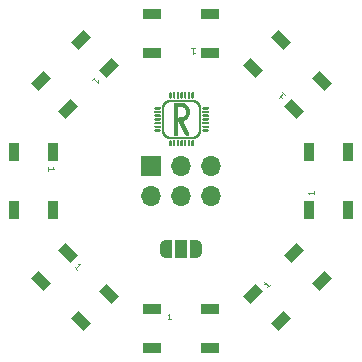
<source format=gbr>
%TF.GenerationSoftware,KiCad,Pcbnew,7.0.5-7.0.5~ubuntu20.04.1*%
%TF.CreationDate,2023-07-06T17:20:07+02:00*%
%TF.ProjectId,sao_barebones,73616f5f-6261-4726-9562-6f6e65732e6b,rev?*%
%TF.SameCoordinates,Original*%
%TF.FileFunction,Soldermask,Top*%
%TF.FilePolarity,Negative*%
%FSLAX45Y45*%
G04 Gerber Fmt 4.5, Leading zero omitted, Abs format (unit mm)*
G04 Created by KiCad (PCBNEW 7.0.5-7.0.5~ubuntu20.04.1) date 2023-07-06 17:20:07*
%MOMM*%
%LPD*%
G01*
G04 APERTURE LIST*
G04 Aperture macros list*
%AMRotRect*
0 Rectangle, with rotation*
0 The origin of the aperture is its center*
0 $1 length*
0 $2 width*
0 $3 Rotation angle, in degrees counterclockwise*
0 Add horizontal line*
21,1,$1,$2,0,0,$3*%
%AMFreePoly0*
4,1,19,0.550000,-0.750000,0.000000,-0.750000,0.000000,-0.744911,-0.071157,-0.744911,-0.207708,-0.704816,-0.327430,-0.627875,-0.420627,-0.520320,-0.479746,-0.390866,-0.500000,-0.250000,-0.500000,0.250000,-0.479746,0.390866,-0.420627,0.520320,-0.327430,0.627875,-0.207708,0.704816,-0.071157,0.744911,0.000000,0.744911,0.000000,0.750000,0.550000,0.750000,0.550000,-0.750000,0.550000,-0.750000,
$1*%
%AMFreePoly1*
4,1,19,0.000000,0.744911,0.071157,0.744911,0.207708,0.704816,0.327430,0.627875,0.420627,0.520320,0.479746,0.390866,0.500000,0.250000,0.500000,-0.250000,0.479746,-0.390866,0.420627,-0.520320,0.327430,-0.627875,0.207708,-0.704816,0.071157,-0.744911,0.000000,-0.744911,0.000000,-0.750000,-0.550000,-0.750000,-0.550000,0.750000,0.000000,0.750000,0.000000,0.744911,0.000000,0.744911,
$1*%
G04 Aperture macros list end*
%ADD10C,0.100000*%
%ADD11C,0.066145*%
%ADD12RotRect,1.500000X0.900000X315.000000*%
%ADD13R,1.700000X1.700000*%
%ADD14O,1.700000X1.700000*%
%ADD15R,1.500000X0.900000*%
%ADD16RotRect,1.500000X0.900000X45.000000*%
%ADD17R,0.900000X1.500000*%
%ADD18FreePoly0,0.000000*%
%ADD19R,1.000000X1.500000*%
%ADD20FreePoly1,0.000000*%
%ADD21RotRect,1.500000X0.900000X225.000000*%
%ADD22RotRect,1.500000X0.900000X135.000000*%
G04 APERTURE END LIST*
D10*
X14248910Y-6644113D02*
X14269113Y-6623910D01*
X14259012Y-6634012D02*
X14294367Y-6669367D01*
X14294367Y-6669367D02*
X14292683Y-6660949D01*
X14292683Y-6660949D02*
X14292683Y-6654215D01*
X14292683Y-6654215D02*
X14294367Y-6649164D01*
X16122611Y-7585714D02*
X16122611Y-7614286D01*
X16122611Y-7600000D02*
X16072611Y-7600000D01*
X16072611Y-7600000D02*
X16079754Y-7604762D01*
X16079754Y-7604762D02*
X16084516Y-7609524D01*
X16084516Y-7609524D02*
X16086897Y-7614286D01*
X13877389Y-7414286D02*
X13877389Y-7385714D01*
X13877389Y-7400000D02*
X13927389Y-7400000D01*
X13927389Y-7400000D02*
X13920246Y-7395238D01*
X13920246Y-7395238D02*
X13915484Y-7390476D01*
X13915484Y-7390476D02*
X13913103Y-7385714D01*
X14914286Y-8672611D02*
X14885714Y-8672611D01*
X14900000Y-8672611D02*
X14900000Y-8622611D01*
X14900000Y-8622611D02*
X14895238Y-8629754D01*
X14895238Y-8629754D02*
X14890476Y-8634516D01*
X14890476Y-8634516D02*
X14885714Y-8636897D01*
X14119113Y-8251090D02*
X14098910Y-8230887D01*
X14109012Y-8240988D02*
X14144367Y-8205633D01*
X14144367Y-8205633D02*
X14135949Y-8207317D01*
X14135949Y-8207317D02*
X14129215Y-8207317D01*
X14129215Y-8207317D02*
X14124164Y-8205633D01*
X15751090Y-8380887D02*
X15730887Y-8401090D01*
X15740988Y-8390988D02*
X15705633Y-8355633D01*
X15705633Y-8355633D02*
X15707317Y-8364051D01*
X15707317Y-8364051D02*
X15707317Y-8370785D01*
X15707317Y-8370785D02*
X15705633Y-8375836D01*
X15855887Y-6748910D02*
X15876090Y-6769113D01*
X15865988Y-6759012D02*
X15830633Y-6794367D01*
X15830633Y-6794367D02*
X15839051Y-6792683D01*
X15839051Y-6792683D02*
X15845785Y-6792683D01*
X15845785Y-6792683D02*
X15850836Y-6794367D01*
X15085714Y-6377389D02*
X15114286Y-6377389D01*
X15100000Y-6377389D02*
X15100000Y-6427389D01*
X15100000Y-6427389D02*
X15104762Y-6420246D01*
X15104762Y-6420246D02*
X15109524Y-6415484D01*
X15109524Y-6415484D02*
X15114286Y-6413103D01*
%TO.C,G1*%
D11*
X14812813Y-6968752D02*
X14813121Y-6968775D01*
X14813426Y-6968813D01*
X14813729Y-6968866D01*
X14814027Y-6968933D01*
X14814322Y-6969014D01*
X14814611Y-6969110D01*
X14814896Y-6969220D01*
X14815175Y-6969344D01*
X14815448Y-6969481D01*
X14815714Y-6969631D01*
X14815972Y-6969794D01*
X14816224Y-6969971D01*
X14816466Y-6970160D01*
X14816700Y-6970362D01*
X14816925Y-6970575D01*
X14817139Y-6970800D01*
X14817340Y-6971034D01*
X14817529Y-6971277D01*
X14817706Y-6971528D01*
X14817869Y-6971787D01*
X14818020Y-6972053D01*
X14818157Y-6972325D01*
X14818280Y-6972604D01*
X14818390Y-6972889D01*
X14818486Y-6973179D01*
X14818567Y-6973473D01*
X14818635Y-6973772D01*
X14818687Y-6974074D01*
X14818725Y-6974380D01*
X14818748Y-6974688D01*
X14818755Y-6974998D01*
X14818748Y-6975308D01*
X14818725Y-6975616D01*
X14818687Y-6975921D01*
X14818635Y-6976223D01*
X14818567Y-6976522D01*
X14818486Y-6976816D01*
X14818390Y-6977106D01*
X14818280Y-6977391D01*
X14818157Y-6977670D01*
X14818020Y-6977943D01*
X14817869Y-6978209D01*
X14817706Y-6978467D01*
X14817529Y-6978718D01*
X14817340Y-6978961D01*
X14817139Y-6979195D01*
X14816925Y-6979420D01*
X14816700Y-6979634D01*
X14816466Y-6979835D01*
X14816223Y-6980024D01*
X14815972Y-6980201D01*
X14815714Y-6980364D01*
X14815448Y-6980515D01*
X14815175Y-6980652D01*
X14814896Y-6980775D01*
X14814611Y-6980885D01*
X14814321Y-6980981D01*
X14814027Y-6981062D01*
X14813728Y-6981130D01*
X14813426Y-6981182D01*
X14813121Y-6981220D01*
X14812813Y-6981243D01*
X14812503Y-6981250D01*
X14781252Y-6981250D01*
X14780942Y-6981243D01*
X14780634Y-6981220D01*
X14780328Y-6981182D01*
X14780026Y-6981130D01*
X14779728Y-6981063D01*
X14779433Y-6980981D01*
X14779143Y-6980885D01*
X14778859Y-6980775D01*
X14778580Y-6980652D01*
X14778307Y-6980515D01*
X14778041Y-6980365D01*
X14777782Y-6980201D01*
X14777531Y-6980025D01*
X14777288Y-6979836D01*
X14777054Y-6979634D01*
X14776829Y-6979420D01*
X14776616Y-6979196D01*
X14776414Y-6978962D01*
X14776225Y-6978719D01*
X14776048Y-6978468D01*
X14775885Y-6978209D01*
X14775735Y-6977943D01*
X14775597Y-6977670D01*
X14775474Y-6977391D01*
X14775364Y-6977107D01*
X14775268Y-6976817D01*
X14775187Y-6976522D01*
X14775119Y-6976224D01*
X14775067Y-6975921D01*
X14775029Y-6975616D01*
X14775006Y-6975308D01*
X14774998Y-6974998D01*
X14775006Y-6974687D01*
X14775029Y-6974379D01*
X14775067Y-6974074D01*
X14775119Y-6973772D01*
X14775186Y-6973473D01*
X14775268Y-6973179D01*
X14775364Y-6972889D01*
X14775474Y-6972604D01*
X14775597Y-6972325D01*
X14775734Y-6972053D01*
X14775885Y-6971787D01*
X14776048Y-6971528D01*
X14776224Y-6971277D01*
X14776414Y-6971034D01*
X14776615Y-6970800D01*
X14776829Y-6970575D01*
X14777054Y-6970361D01*
X14777288Y-6970160D01*
X14777530Y-6969971D01*
X14777782Y-6969794D01*
X14778040Y-6969631D01*
X14778306Y-6969480D01*
X14778579Y-6969343D01*
X14778858Y-6969220D01*
X14779143Y-6969110D01*
X14779432Y-6969014D01*
X14779727Y-6968933D01*
X14780025Y-6968865D01*
X14780328Y-6968813D01*
X14780633Y-6968775D01*
X14780941Y-6968752D01*
X14781251Y-6968745D01*
X14812503Y-6968745D01*
X14812813Y-6968752D01*
G36*
X14812813Y-6968752D02*
G01*
X14813121Y-6968775D01*
X14813426Y-6968813D01*
X14813729Y-6968866D01*
X14814027Y-6968933D01*
X14814322Y-6969014D01*
X14814611Y-6969110D01*
X14814896Y-6969220D01*
X14815175Y-6969344D01*
X14815448Y-6969481D01*
X14815714Y-6969631D01*
X14815972Y-6969794D01*
X14816224Y-6969971D01*
X14816466Y-6970160D01*
X14816700Y-6970362D01*
X14816925Y-6970575D01*
X14817139Y-6970800D01*
X14817340Y-6971034D01*
X14817529Y-6971277D01*
X14817706Y-6971528D01*
X14817869Y-6971787D01*
X14818020Y-6972053D01*
X14818157Y-6972325D01*
X14818280Y-6972604D01*
X14818390Y-6972889D01*
X14818486Y-6973179D01*
X14818567Y-6973473D01*
X14818635Y-6973772D01*
X14818687Y-6974074D01*
X14818725Y-6974380D01*
X14818748Y-6974688D01*
X14818755Y-6974998D01*
X14818748Y-6975308D01*
X14818725Y-6975616D01*
X14818687Y-6975921D01*
X14818635Y-6976223D01*
X14818567Y-6976522D01*
X14818486Y-6976816D01*
X14818390Y-6977106D01*
X14818280Y-6977391D01*
X14818157Y-6977670D01*
X14818020Y-6977943D01*
X14817869Y-6978209D01*
X14817706Y-6978467D01*
X14817529Y-6978718D01*
X14817340Y-6978961D01*
X14817139Y-6979195D01*
X14816925Y-6979420D01*
X14816700Y-6979634D01*
X14816466Y-6979835D01*
X14816223Y-6980024D01*
X14815972Y-6980201D01*
X14815714Y-6980364D01*
X14815448Y-6980515D01*
X14815175Y-6980652D01*
X14814896Y-6980775D01*
X14814611Y-6980885D01*
X14814321Y-6980981D01*
X14814027Y-6981062D01*
X14813728Y-6981130D01*
X14813426Y-6981182D01*
X14813121Y-6981220D01*
X14812813Y-6981243D01*
X14812503Y-6981250D01*
X14781252Y-6981250D01*
X14780942Y-6981243D01*
X14780634Y-6981220D01*
X14780328Y-6981182D01*
X14780026Y-6981130D01*
X14779728Y-6981063D01*
X14779433Y-6980981D01*
X14779143Y-6980885D01*
X14778859Y-6980775D01*
X14778580Y-6980652D01*
X14778307Y-6980515D01*
X14778041Y-6980365D01*
X14777782Y-6980201D01*
X14777531Y-6980025D01*
X14777288Y-6979836D01*
X14777054Y-6979634D01*
X14776829Y-6979420D01*
X14776616Y-6979196D01*
X14776414Y-6978962D01*
X14776225Y-6978719D01*
X14776048Y-6978468D01*
X14775885Y-6978209D01*
X14775735Y-6977943D01*
X14775597Y-6977670D01*
X14775474Y-6977391D01*
X14775364Y-6977107D01*
X14775268Y-6976817D01*
X14775187Y-6976522D01*
X14775119Y-6976224D01*
X14775067Y-6975921D01*
X14775029Y-6975616D01*
X14775006Y-6975308D01*
X14774998Y-6974998D01*
X14775006Y-6974687D01*
X14775029Y-6974379D01*
X14775067Y-6974074D01*
X14775119Y-6973772D01*
X14775186Y-6973473D01*
X14775268Y-6973179D01*
X14775364Y-6972889D01*
X14775474Y-6972604D01*
X14775597Y-6972325D01*
X14775734Y-6972053D01*
X14775885Y-6971787D01*
X14776048Y-6971528D01*
X14776224Y-6971277D01*
X14776414Y-6971034D01*
X14776615Y-6970800D01*
X14776829Y-6970575D01*
X14777054Y-6970361D01*
X14777288Y-6970160D01*
X14777530Y-6969971D01*
X14777782Y-6969794D01*
X14778040Y-6969631D01*
X14778306Y-6969480D01*
X14778579Y-6969343D01*
X14778858Y-6969220D01*
X14779143Y-6969110D01*
X14779432Y-6969014D01*
X14779727Y-6968933D01*
X14780025Y-6968865D01*
X14780328Y-6968813D01*
X14780633Y-6968775D01*
X14780941Y-6968752D01*
X14781251Y-6968745D01*
X14812503Y-6968745D01*
X14812813Y-6968752D01*
G37*
X14812813Y-7000004D02*
X14813121Y-7000026D01*
X14813426Y-7000064D01*
X14813729Y-7000117D01*
X14814027Y-7000184D01*
X14814322Y-7000266D01*
X14814611Y-7000362D01*
X14814896Y-7000471D01*
X14815175Y-7000595D01*
X14815448Y-7000732D01*
X14815714Y-7000882D01*
X14815972Y-7001046D01*
X14816224Y-7001222D01*
X14816466Y-7001411D01*
X14816700Y-7001613D01*
X14816925Y-7001827D01*
X14817139Y-7002051D01*
X14817340Y-7002285D01*
X14817529Y-7002528D01*
X14817706Y-7002779D01*
X14817869Y-7003038D01*
X14818020Y-7003304D01*
X14818157Y-7003577D01*
X14818280Y-7003856D01*
X14818390Y-7004140D01*
X14818486Y-7004430D01*
X14818567Y-7004725D01*
X14818635Y-7005023D01*
X14818687Y-7005325D01*
X14818725Y-7005631D01*
X14818748Y-7005939D01*
X14818755Y-7006249D01*
X14818748Y-7006559D01*
X14818725Y-7006867D01*
X14818687Y-7007172D01*
X14818635Y-7007475D01*
X14818567Y-7007773D01*
X14818486Y-7008068D01*
X14818390Y-7008358D01*
X14818280Y-7008642D01*
X14818157Y-7008921D01*
X14818020Y-7009194D01*
X14817869Y-7009460D01*
X14817706Y-7009719D01*
X14817529Y-7009970D01*
X14817340Y-7010212D01*
X14817139Y-7010446D01*
X14816925Y-7010671D01*
X14816700Y-7010885D01*
X14816466Y-7011087D01*
X14816223Y-7011276D01*
X14815972Y-7011452D01*
X14815714Y-7011616D01*
X14815448Y-7011766D01*
X14815175Y-7011903D01*
X14814896Y-7012027D01*
X14814611Y-7012136D01*
X14814321Y-7012232D01*
X14814027Y-7012314D01*
X14813728Y-7012381D01*
X14813426Y-7012434D01*
X14813121Y-7012471D01*
X14812813Y-7012494D01*
X14812503Y-7012502D01*
X14781251Y-7012502D01*
X14780941Y-7012494D01*
X14780633Y-7012471D01*
X14780328Y-7012434D01*
X14780025Y-7012381D01*
X14779727Y-7012314D01*
X14779432Y-7012232D01*
X14779142Y-7012136D01*
X14778858Y-7012026D01*
X14778579Y-7011903D01*
X14778306Y-7011766D01*
X14778040Y-7011615D01*
X14777781Y-7011452D01*
X14777530Y-7011276D01*
X14777288Y-7011086D01*
X14777054Y-7010885D01*
X14776829Y-7010671D01*
X14776615Y-7010446D01*
X14776413Y-7010212D01*
X14776224Y-7009970D01*
X14776048Y-7009718D01*
X14775884Y-7009460D01*
X14775734Y-7009194D01*
X14775597Y-7008921D01*
X14775474Y-7008642D01*
X14775364Y-7008357D01*
X14775268Y-7008068D01*
X14775186Y-7007773D01*
X14775119Y-7007475D01*
X14775067Y-7007172D01*
X14775029Y-7006867D01*
X14775006Y-7006559D01*
X14774998Y-7006249D01*
X14775006Y-7005939D01*
X14775029Y-7005631D01*
X14775067Y-7005325D01*
X14775119Y-7005023D01*
X14775186Y-7004724D01*
X14775268Y-7004430D01*
X14775364Y-7004140D01*
X14775474Y-7003856D01*
X14775597Y-7003577D01*
X14775734Y-7003304D01*
X14775885Y-7003038D01*
X14776048Y-7002779D01*
X14776224Y-7002528D01*
X14776414Y-7002285D01*
X14776615Y-7002051D01*
X14776829Y-7001827D01*
X14777054Y-7001613D01*
X14777288Y-7001411D01*
X14777530Y-7001222D01*
X14777782Y-7001046D01*
X14778040Y-7000882D01*
X14778306Y-7000732D01*
X14778579Y-7000595D01*
X14778858Y-7000471D01*
X14779143Y-7000361D01*
X14779432Y-7000266D01*
X14779727Y-7000184D01*
X14780025Y-7000117D01*
X14780328Y-7000064D01*
X14780633Y-7000026D01*
X14780941Y-7000004D01*
X14781251Y-6999996D01*
X14812503Y-6999996D01*
X14812813Y-7000004D01*
G36*
X14812813Y-7000004D02*
G01*
X14813121Y-7000026D01*
X14813426Y-7000064D01*
X14813729Y-7000117D01*
X14814027Y-7000184D01*
X14814322Y-7000266D01*
X14814611Y-7000362D01*
X14814896Y-7000471D01*
X14815175Y-7000595D01*
X14815448Y-7000732D01*
X14815714Y-7000882D01*
X14815972Y-7001046D01*
X14816224Y-7001222D01*
X14816466Y-7001411D01*
X14816700Y-7001613D01*
X14816925Y-7001827D01*
X14817139Y-7002051D01*
X14817340Y-7002285D01*
X14817529Y-7002528D01*
X14817706Y-7002779D01*
X14817869Y-7003038D01*
X14818020Y-7003304D01*
X14818157Y-7003577D01*
X14818280Y-7003856D01*
X14818390Y-7004140D01*
X14818486Y-7004430D01*
X14818567Y-7004725D01*
X14818635Y-7005023D01*
X14818687Y-7005325D01*
X14818725Y-7005631D01*
X14818748Y-7005939D01*
X14818755Y-7006249D01*
X14818748Y-7006559D01*
X14818725Y-7006867D01*
X14818687Y-7007172D01*
X14818635Y-7007475D01*
X14818567Y-7007773D01*
X14818486Y-7008068D01*
X14818390Y-7008358D01*
X14818280Y-7008642D01*
X14818157Y-7008921D01*
X14818020Y-7009194D01*
X14817869Y-7009460D01*
X14817706Y-7009719D01*
X14817529Y-7009970D01*
X14817340Y-7010212D01*
X14817139Y-7010446D01*
X14816925Y-7010671D01*
X14816700Y-7010885D01*
X14816466Y-7011087D01*
X14816223Y-7011276D01*
X14815972Y-7011452D01*
X14815714Y-7011616D01*
X14815448Y-7011766D01*
X14815175Y-7011903D01*
X14814896Y-7012027D01*
X14814611Y-7012136D01*
X14814321Y-7012232D01*
X14814027Y-7012314D01*
X14813728Y-7012381D01*
X14813426Y-7012434D01*
X14813121Y-7012471D01*
X14812813Y-7012494D01*
X14812503Y-7012502D01*
X14781251Y-7012502D01*
X14780941Y-7012494D01*
X14780633Y-7012471D01*
X14780328Y-7012434D01*
X14780025Y-7012381D01*
X14779727Y-7012314D01*
X14779432Y-7012232D01*
X14779142Y-7012136D01*
X14778858Y-7012026D01*
X14778579Y-7011903D01*
X14778306Y-7011766D01*
X14778040Y-7011615D01*
X14777781Y-7011452D01*
X14777530Y-7011276D01*
X14777288Y-7011086D01*
X14777054Y-7010885D01*
X14776829Y-7010671D01*
X14776615Y-7010446D01*
X14776413Y-7010212D01*
X14776224Y-7009970D01*
X14776048Y-7009718D01*
X14775884Y-7009460D01*
X14775734Y-7009194D01*
X14775597Y-7008921D01*
X14775474Y-7008642D01*
X14775364Y-7008357D01*
X14775268Y-7008068D01*
X14775186Y-7007773D01*
X14775119Y-7007475D01*
X14775067Y-7007172D01*
X14775029Y-7006867D01*
X14775006Y-7006559D01*
X14774998Y-7006249D01*
X14775006Y-7005939D01*
X14775029Y-7005631D01*
X14775067Y-7005325D01*
X14775119Y-7005023D01*
X14775186Y-7004724D01*
X14775268Y-7004430D01*
X14775364Y-7004140D01*
X14775474Y-7003856D01*
X14775597Y-7003577D01*
X14775734Y-7003304D01*
X14775885Y-7003038D01*
X14776048Y-7002779D01*
X14776224Y-7002528D01*
X14776414Y-7002285D01*
X14776615Y-7002051D01*
X14776829Y-7001827D01*
X14777054Y-7001613D01*
X14777288Y-7001411D01*
X14777530Y-7001222D01*
X14777782Y-7001046D01*
X14778040Y-7000882D01*
X14778306Y-7000732D01*
X14778579Y-7000595D01*
X14778858Y-7000471D01*
X14779143Y-7000361D01*
X14779432Y-7000266D01*
X14779727Y-7000184D01*
X14780025Y-7000117D01*
X14780328Y-7000064D01*
X14780633Y-7000026D01*
X14780941Y-7000004D01*
X14781251Y-6999996D01*
X14812503Y-6999996D01*
X14812813Y-7000004D01*
G37*
X14812813Y-7031255D02*
X14813121Y-7031278D01*
X14813426Y-7031316D01*
X14813729Y-7031368D01*
X14814027Y-7031435D01*
X14814322Y-7031517D01*
X14814611Y-7031613D01*
X14814896Y-7031723D01*
X14815175Y-7031846D01*
X14815448Y-7031983D01*
X14815714Y-7032134D01*
X14815972Y-7032297D01*
X14816224Y-7032474D01*
X14816466Y-7032663D01*
X14816700Y-7032864D01*
X14816925Y-7033078D01*
X14817139Y-7033303D01*
X14817340Y-7033537D01*
X14817529Y-7033780D01*
X14817706Y-7034031D01*
X14817869Y-7034289D01*
X14818020Y-7034555D01*
X14818157Y-7034828D01*
X14818280Y-7035107D01*
X14818390Y-7035392D01*
X14818486Y-7035681D01*
X14818567Y-7035976D01*
X14818635Y-7036275D01*
X14818687Y-7036577D01*
X14818725Y-7036882D01*
X14818748Y-7037190D01*
X14818755Y-7037500D01*
X14818748Y-7037810D01*
X14818725Y-7038118D01*
X14818687Y-7038424D01*
X14818635Y-7038726D01*
X14818567Y-7039025D01*
X14818486Y-7039319D01*
X14818390Y-7039609D01*
X14818280Y-7039894D01*
X14818157Y-7040172D01*
X14818020Y-7040445D01*
X14817869Y-7040711D01*
X14817706Y-7040970D01*
X14817529Y-7041221D01*
X14817340Y-7041464D01*
X14817139Y-7041698D01*
X14816925Y-7041922D01*
X14816700Y-7042136D01*
X14816466Y-7042338D01*
X14816223Y-7042527D01*
X14815972Y-7042703D01*
X14815714Y-7042867D01*
X14815448Y-7043017D01*
X14815175Y-7043154D01*
X14814896Y-7043278D01*
X14814611Y-7043388D01*
X14814321Y-7043483D01*
X14814027Y-7043565D01*
X14813728Y-7043632D01*
X14813426Y-7043685D01*
X14813121Y-7043723D01*
X14812813Y-7043746D01*
X14812503Y-7043753D01*
X14781252Y-7043753D01*
X14780942Y-7043746D01*
X14780634Y-7043723D01*
X14780328Y-7043685D01*
X14780026Y-7043632D01*
X14779728Y-7043565D01*
X14779433Y-7043484D01*
X14779143Y-7043388D01*
X14778859Y-7043278D01*
X14778580Y-7043155D01*
X14778307Y-7043018D01*
X14778041Y-7042867D01*
X14777782Y-7042704D01*
X14777531Y-7042527D01*
X14777288Y-7042338D01*
X14777054Y-7042137D01*
X14776829Y-7041923D01*
X14776616Y-7041698D01*
X14776414Y-7041464D01*
X14776225Y-7041222D01*
X14776048Y-7040971D01*
X14775885Y-7040712D01*
X14775735Y-7040446D01*
X14775597Y-7040173D01*
X14775474Y-7039894D01*
X14775364Y-7039609D01*
X14775268Y-7039320D01*
X14775187Y-7039025D01*
X14775119Y-7038726D01*
X14775067Y-7038424D01*
X14775029Y-7038119D01*
X14775006Y-7037810D01*
X14774998Y-7037500D01*
X14775006Y-7037190D01*
X14775029Y-7036882D01*
X14775067Y-7036577D01*
X14775119Y-7036274D01*
X14775186Y-7035976D01*
X14775268Y-7035681D01*
X14775364Y-7035392D01*
X14775474Y-7035107D01*
X14775597Y-7034828D01*
X14775734Y-7034555D01*
X14775885Y-7034289D01*
X14776048Y-7034030D01*
X14776224Y-7033779D01*
X14776414Y-7033537D01*
X14776615Y-7033303D01*
X14776829Y-7033078D01*
X14777054Y-7032864D01*
X14777288Y-7032663D01*
X14777530Y-7032473D01*
X14777782Y-7032297D01*
X14778040Y-7032134D01*
X14778306Y-7031983D01*
X14778579Y-7031846D01*
X14778858Y-7031723D01*
X14779143Y-7031613D01*
X14779432Y-7031517D01*
X14779727Y-7031435D01*
X14780025Y-7031368D01*
X14780328Y-7031316D01*
X14780633Y-7031278D01*
X14780941Y-7031255D01*
X14781251Y-7031247D01*
X14812503Y-7031247D01*
X14812813Y-7031255D01*
G36*
X14812813Y-7031255D02*
G01*
X14813121Y-7031278D01*
X14813426Y-7031316D01*
X14813729Y-7031368D01*
X14814027Y-7031435D01*
X14814322Y-7031517D01*
X14814611Y-7031613D01*
X14814896Y-7031723D01*
X14815175Y-7031846D01*
X14815448Y-7031983D01*
X14815714Y-7032134D01*
X14815972Y-7032297D01*
X14816224Y-7032474D01*
X14816466Y-7032663D01*
X14816700Y-7032864D01*
X14816925Y-7033078D01*
X14817139Y-7033303D01*
X14817340Y-7033537D01*
X14817529Y-7033780D01*
X14817706Y-7034031D01*
X14817869Y-7034289D01*
X14818020Y-7034555D01*
X14818157Y-7034828D01*
X14818280Y-7035107D01*
X14818390Y-7035392D01*
X14818486Y-7035681D01*
X14818567Y-7035976D01*
X14818635Y-7036275D01*
X14818687Y-7036577D01*
X14818725Y-7036882D01*
X14818748Y-7037190D01*
X14818755Y-7037500D01*
X14818748Y-7037810D01*
X14818725Y-7038118D01*
X14818687Y-7038424D01*
X14818635Y-7038726D01*
X14818567Y-7039025D01*
X14818486Y-7039319D01*
X14818390Y-7039609D01*
X14818280Y-7039894D01*
X14818157Y-7040172D01*
X14818020Y-7040445D01*
X14817869Y-7040711D01*
X14817706Y-7040970D01*
X14817529Y-7041221D01*
X14817340Y-7041464D01*
X14817139Y-7041698D01*
X14816925Y-7041922D01*
X14816700Y-7042136D01*
X14816466Y-7042338D01*
X14816223Y-7042527D01*
X14815972Y-7042703D01*
X14815714Y-7042867D01*
X14815448Y-7043017D01*
X14815175Y-7043154D01*
X14814896Y-7043278D01*
X14814611Y-7043388D01*
X14814321Y-7043483D01*
X14814027Y-7043565D01*
X14813728Y-7043632D01*
X14813426Y-7043685D01*
X14813121Y-7043723D01*
X14812813Y-7043746D01*
X14812503Y-7043753D01*
X14781252Y-7043753D01*
X14780942Y-7043746D01*
X14780634Y-7043723D01*
X14780328Y-7043685D01*
X14780026Y-7043632D01*
X14779728Y-7043565D01*
X14779433Y-7043484D01*
X14779143Y-7043388D01*
X14778859Y-7043278D01*
X14778580Y-7043155D01*
X14778307Y-7043018D01*
X14778041Y-7042867D01*
X14777782Y-7042704D01*
X14777531Y-7042527D01*
X14777288Y-7042338D01*
X14777054Y-7042137D01*
X14776829Y-7041923D01*
X14776616Y-7041698D01*
X14776414Y-7041464D01*
X14776225Y-7041222D01*
X14776048Y-7040971D01*
X14775885Y-7040712D01*
X14775735Y-7040446D01*
X14775597Y-7040173D01*
X14775474Y-7039894D01*
X14775364Y-7039609D01*
X14775268Y-7039320D01*
X14775187Y-7039025D01*
X14775119Y-7038726D01*
X14775067Y-7038424D01*
X14775029Y-7038119D01*
X14775006Y-7037810D01*
X14774998Y-7037500D01*
X14775006Y-7037190D01*
X14775029Y-7036882D01*
X14775067Y-7036577D01*
X14775119Y-7036274D01*
X14775186Y-7035976D01*
X14775268Y-7035681D01*
X14775364Y-7035392D01*
X14775474Y-7035107D01*
X14775597Y-7034828D01*
X14775734Y-7034555D01*
X14775885Y-7034289D01*
X14776048Y-7034030D01*
X14776224Y-7033779D01*
X14776414Y-7033537D01*
X14776615Y-7033303D01*
X14776829Y-7033078D01*
X14777054Y-7032864D01*
X14777288Y-7032663D01*
X14777530Y-7032473D01*
X14777782Y-7032297D01*
X14778040Y-7032134D01*
X14778306Y-7031983D01*
X14778579Y-7031846D01*
X14778858Y-7031723D01*
X14779143Y-7031613D01*
X14779432Y-7031517D01*
X14779727Y-7031435D01*
X14780025Y-7031368D01*
X14780328Y-7031316D01*
X14780633Y-7031278D01*
X14780941Y-7031255D01*
X14781251Y-7031247D01*
X14812503Y-7031247D01*
X14812813Y-7031255D01*
G37*
X14812824Y-6875012D02*
X14813141Y-6875036D01*
X14813454Y-6875075D01*
X14813761Y-6875130D01*
X14814063Y-6875199D01*
X14814360Y-6875283D01*
X14814650Y-6875381D01*
X14814934Y-6875493D01*
X14815211Y-6875618D01*
X14815480Y-6875756D01*
X14815742Y-6875906D01*
X14815995Y-6876068D01*
X14816240Y-6876242D01*
X14816476Y-6876427D01*
X14816703Y-6876623D01*
X14816920Y-6876830D01*
X14817127Y-6877046D01*
X14817324Y-6877273D01*
X14817509Y-6877509D01*
X14817684Y-6877753D01*
X14817847Y-6878006D01*
X14817997Y-6878268D01*
X14818136Y-6878537D01*
X14818261Y-6878813D01*
X14818373Y-6879097D01*
X14818472Y-6879387D01*
X14818556Y-6879683D01*
X14818627Y-6879985D01*
X14818682Y-6880293D01*
X14818722Y-6880605D01*
X14818747Y-6880922D01*
X14818755Y-6881244D01*
X14818748Y-6881554D01*
X14818725Y-6881862D01*
X14818687Y-6882167D01*
X14818635Y-6882469D01*
X14818567Y-6882768D01*
X14818486Y-6883062D01*
X14818390Y-6883352D01*
X14818280Y-6883637D01*
X14818157Y-6883916D01*
X14818020Y-6884189D01*
X14817869Y-6884455D01*
X14817706Y-6884713D01*
X14817529Y-6884964D01*
X14817340Y-6885207D01*
X14817139Y-6885441D01*
X14816925Y-6885666D01*
X14816700Y-6885880D01*
X14816466Y-6886081D01*
X14816223Y-6886270D01*
X14815972Y-6886447D01*
X14815714Y-6886610D01*
X14815448Y-6886761D01*
X14815175Y-6886898D01*
X14814896Y-6887021D01*
X14814611Y-6887131D01*
X14814321Y-6887227D01*
X14814027Y-6887308D01*
X14813728Y-6887376D01*
X14813426Y-6887428D01*
X14813121Y-6887466D01*
X14812813Y-6887489D01*
X14812503Y-6887496D01*
X14781252Y-6887496D01*
X14780942Y-6887489D01*
X14780634Y-6887466D01*
X14780328Y-6887428D01*
X14780026Y-6887376D01*
X14779728Y-6887309D01*
X14779433Y-6887227D01*
X14779143Y-6887131D01*
X14778859Y-6887022D01*
X14778580Y-6886898D01*
X14778307Y-6886761D01*
X14778041Y-6886611D01*
X14777782Y-6886447D01*
X14777531Y-6886271D01*
X14777288Y-6886082D01*
X14777054Y-6885880D01*
X14776829Y-6885666D01*
X14776616Y-6885442D01*
X14776414Y-6885208D01*
X14776225Y-6884965D01*
X14776048Y-6884714D01*
X14775885Y-6884455D01*
X14775735Y-6884189D01*
X14775597Y-6883916D01*
X14775474Y-6883637D01*
X14775364Y-6883353D01*
X14775268Y-6883063D01*
X14775187Y-6882768D01*
X14775119Y-6882470D01*
X14775067Y-6882167D01*
X14775029Y-6881862D01*
X14775006Y-6881554D01*
X14774998Y-6881244D01*
X14775007Y-6880922D01*
X14775032Y-6880605D01*
X14775072Y-6880293D01*
X14775127Y-6879985D01*
X14775197Y-6879683D01*
X14775282Y-6879387D01*
X14775381Y-6879097D01*
X14775493Y-6878813D01*
X14775618Y-6878537D01*
X14775756Y-6878268D01*
X14775907Y-6878006D01*
X14776070Y-6877753D01*
X14776244Y-6877509D01*
X14776430Y-6877273D01*
X14776627Y-6877046D01*
X14776834Y-6876830D01*
X14777051Y-6876623D01*
X14777277Y-6876427D01*
X14777514Y-6876242D01*
X14777759Y-6876068D01*
X14778012Y-6875906D01*
X14778274Y-6875756D01*
X14778543Y-6875618D01*
X14778820Y-6875493D01*
X14779104Y-6875381D01*
X14779394Y-6875283D01*
X14779690Y-6875199D01*
X14779993Y-6875130D01*
X14780300Y-6875075D01*
X14780613Y-6875036D01*
X14780930Y-6875012D01*
X14781251Y-6875004D01*
X14812503Y-6875004D01*
X14812824Y-6875012D01*
G36*
X14812824Y-6875012D02*
G01*
X14813141Y-6875036D01*
X14813454Y-6875075D01*
X14813761Y-6875130D01*
X14814063Y-6875199D01*
X14814360Y-6875283D01*
X14814650Y-6875381D01*
X14814934Y-6875493D01*
X14815211Y-6875618D01*
X14815480Y-6875756D01*
X14815742Y-6875906D01*
X14815995Y-6876068D01*
X14816240Y-6876242D01*
X14816476Y-6876427D01*
X14816703Y-6876623D01*
X14816920Y-6876830D01*
X14817127Y-6877046D01*
X14817324Y-6877273D01*
X14817509Y-6877509D01*
X14817684Y-6877753D01*
X14817847Y-6878006D01*
X14817997Y-6878268D01*
X14818136Y-6878537D01*
X14818261Y-6878813D01*
X14818373Y-6879097D01*
X14818472Y-6879387D01*
X14818556Y-6879683D01*
X14818627Y-6879985D01*
X14818682Y-6880293D01*
X14818722Y-6880605D01*
X14818747Y-6880922D01*
X14818755Y-6881244D01*
X14818748Y-6881554D01*
X14818725Y-6881862D01*
X14818687Y-6882167D01*
X14818635Y-6882469D01*
X14818567Y-6882768D01*
X14818486Y-6883062D01*
X14818390Y-6883352D01*
X14818280Y-6883637D01*
X14818157Y-6883916D01*
X14818020Y-6884189D01*
X14817869Y-6884455D01*
X14817706Y-6884713D01*
X14817529Y-6884964D01*
X14817340Y-6885207D01*
X14817139Y-6885441D01*
X14816925Y-6885666D01*
X14816700Y-6885880D01*
X14816466Y-6886081D01*
X14816223Y-6886270D01*
X14815972Y-6886447D01*
X14815714Y-6886610D01*
X14815448Y-6886761D01*
X14815175Y-6886898D01*
X14814896Y-6887021D01*
X14814611Y-6887131D01*
X14814321Y-6887227D01*
X14814027Y-6887308D01*
X14813728Y-6887376D01*
X14813426Y-6887428D01*
X14813121Y-6887466D01*
X14812813Y-6887489D01*
X14812503Y-6887496D01*
X14781252Y-6887496D01*
X14780942Y-6887489D01*
X14780634Y-6887466D01*
X14780328Y-6887428D01*
X14780026Y-6887376D01*
X14779728Y-6887309D01*
X14779433Y-6887227D01*
X14779143Y-6887131D01*
X14778859Y-6887022D01*
X14778580Y-6886898D01*
X14778307Y-6886761D01*
X14778041Y-6886611D01*
X14777782Y-6886447D01*
X14777531Y-6886271D01*
X14777288Y-6886082D01*
X14777054Y-6885880D01*
X14776829Y-6885666D01*
X14776616Y-6885442D01*
X14776414Y-6885208D01*
X14776225Y-6884965D01*
X14776048Y-6884714D01*
X14775885Y-6884455D01*
X14775735Y-6884189D01*
X14775597Y-6883916D01*
X14775474Y-6883637D01*
X14775364Y-6883353D01*
X14775268Y-6883063D01*
X14775187Y-6882768D01*
X14775119Y-6882470D01*
X14775067Y-6882167D01*
X14775029Y-6881862D01*
X14775006Y-6881554D01*
X14774998Y-6881244D01*
X14775007Y-6880922D01*
X14775032Y-6880605D01*
X14775072Y-6880293D01*
X14775127Y-6879985D01*
X14775197Y-6879683D01*
X14775282Y-6879387D01*
X14775381Y-6879097D01*
X14775493Y-6878813D01*
X14775618Y-6878537D01*
X14775756Y-6878268D01*
X14775907Y-6878006D01*
X14776070Y-6877753D01*
X14776244Y-6877509D01*
X14776430Y-6877273D01*
X14776627Y-6877046D01*
X14776834Y-6876830D01*
X14777051Y-6876623D01*
X14777277Y-6876427D01*
X14777514Y-6876242D01*
X14777759Y-6876068D01*
X14778012Y-6875906D01*
X14778274Y-6875756D01*
X14778543Y-6875618D01*
X14778820Y-6875493D01*
X14779104Y-6875381D01*
X14779394Y-6875283D01*
X14779690Y-6875199D01*
X14779993Y-6875130D01*
X14780300Y-6875075D01*
X14780613Y-6875036D01*
X14780930Y-6875012D01*
X14781251Y-6875004D01*
X14812503Y-6875004D01*
X14812824Y-6875012D01*
G37*
X14812824Y-6906263D02*
X14813141Y-6906287D01*
X14813454Y-6906326D01*
X14813761Y-6906381D01*
X14814063Y-6906451D01*
X14814360Y-6906535D01*
X14814650Y-6906633D01*
X14814934Y-6906744D01*
X14815211Y-6906869D01*
X14815480Y-6907007D01*
X14815742Y-6907157D01*
X14815995Y-6907319D01*
X14816240Y-6907493D01*
X14816476Y-6907678D01*
X14816703Y-6907874D01*
X14816920Y-6908081D01*
X14817127Y-6908298D01*
X14817324Y-6908524D01*
X14817509Y-6908760D01*
X14817684Y-6909004D01*
X14817847Y-6909258D01*
X14817997Y-6909519D01*
X14818136Y-6909788D01*
X14818261Y-6910065D01*
X14818373Y-6910348D01*
X14818472Y-6910638D01*
X14818556Y-6910934D01*
X14818627Y-6911237D01*
X14818682Y-6911544D01*
X14818722Y-6911856D01*
X14818747Y-6912174D01*
X14818755Y-6912495D01*
X14818748Y-6912805D01*
X14818725Y-6913113D01*
X14818687Y-6913418D01*
X14818635Y-6913721D01*
X14818567Y-6914019D01*
X14818486Y-6914314D01*
X14818390Y-6914604D01*
X14818280Y-6914888D01*
X14818157Y-6915167D01*
X14818020Y-6915440D01*
X14817869Y-6915706D01*
X14817706Y-6915965D01*
X14817529Y-6916216D01*
X14817340Y-6916458D01*
X14817139Y-6916692D01*
X14816925Y-6916917D01*
X14816700Y-6917131D01*
X14816466Y-6917333D01*
X14816223Y-6917522D01*
X14815972Y-6917698D01*
X14815714Y-6917862D01*
X14815448Y-6918012D01*
X14815175Y-6918149D01*
X14814896Y-6918273D01*
X14814611Y-6918382D01*
X14814321Y-6918478D01*
X14814027Y-6918560D01*
X14813728Y-6918627D01*
X14813426Y-6918680D01*
X14813121Y-6918717D01*
X14812813Y-6918740D01*
X14812503Y-6918748D01*
X14781252Y-6918748D01*
X14780942Y-6918740D01*
X14780634Y-6918718D01*
X14780328Y-6918680D01*
X14780026Y-6918627D01*
X14779728Y-6918560D01*
X14779433Y-6918478D01*
X14779143Y-6918383D01*
X14778859Y-6918273D01*
X14778580Y-6918149D01*
X14778307Y-6918012D01*
X14778041Y-6917862D01*
X14777782Y-6917699D01*
X14777531Y-6917522D01*
X14777288Y-6917333D01*
X14777054Y-6917132D01*
X14776829Y-6916918D01*
X14776616Y-6916693D01*
X14776414Y-6916459D01*
X14776225Y-6916216D01*
X14776048Y-6915965D01*
X14775885Y-6915706D01*
X14775735Y-6915440D01*
X14775597Y-6915168D01*
X14775474Y-6914889D01*
X14775364Y-6914604D01*
X14775268Y-6914314D01*
X14775187Y-6914020D01*
X14775119Y-6913721D01*
X14775067Y-6913419D01*
X14775029Y-6913113D01*
X14775006Y-6912805D01*
X14774998Y-6912495D01*
X14775007Y-6912174D01*
X14775032Y-6911856D01*
X14775072Y-6911544D01*
X14775127Y-6911237D01*
X14775197Y-6910934D01*
X14775282Y-6910638D01*
X14775381Y-6910348D01*
X14775493Y-6910065D01*
X14775618Y-6909788D01*
X14775756Y-6909519D01*
X14775907Y-6909258D01*
X14776070Y-6909004D01*
X14776244Y-6908760D01*
X14776430Y-6908524D01*
X14776627Y-6908298D01*
X14776834Y-6908081D01*
X14777051Y-6907874D01*
X14777277Y-6907678D01*
X14777514Y-6907493D01*
X14777759Y-6907319D01*
X14778012Y-6907157D01*
X14778274Y-6907007D01*
X14778543Y-6906869D01*
X14778820Y-6906744D01*
X14779104Y-6906633D01*
X14779394Y-6906535D01*
X14779690Y-6906451D01*
X14779993Y-6906381D01*
X14780300Y-6906326D01*
X14780613Y-6906287D01*
X14780930Y-6906263D01*
X14781251Y-6906255D01*
X14812503Y-6906255D01*
X14812824Y-6906263D01*
G36*
X14812824Y-6906263D02*
G01*
X14813141Y-6906287D01*
X14813454Y-6906326D01*
X14813761Y-6906381D01*
X14814063Y-6906451D01*
X14814360Y-6906535D01*
X14814650Y-6906633D01*
X14814934Y-6906744D01*
X14815211Y-6906869D01*
X14815480Y-6907007D01*
X14815742Y-6907157D01*
X14815995Y-6907319D01*
X14816240Y-6907493D01*
X14816476Y-6907678D01*
X14816703Y-6907874D01*
X14816920Y-6908081D01*
X14817127Y-6908298D01*
X14817324Y-6908524D01*
X14817509Y-6908760D01*
X14817684Y-6909004D01*
X14817847Y-6909258D01*
X14817997Y-6909519D01*
X14818136Y-6909788D01*
X14818261Y-6910065D01*
X14818373Y-6910348D01*
X14818472Y-6910638D01*
X14818556Y-6910934D01*
X14818627Y-6911237D01*
X14818682Y-6911544D01*
X14818722Y-6911856D01*
X14818747Y-6912174D01*
X14818755Y-6912495D01*
X14818748Y-6912805D01*
X14818725Y-6913113D01*
X14818687Y-6913418D01*
X14818635Y-6913721D01*
X14818567Y-6914019D01*
X14818486Y-6914314D01*
X14818390Y-6914604D01*
X14818280Y-6914888D01*
X14818157Y-6915167D01*
X14818020Y-6915440D01*
X14817869Y-6915706D01*
X14817706Y-6915965D01*
X14817529Y-6916216D01*
X14817340Y-6916458D01*
X14817139Y-6916692D01*
X14816925Y-6916917D01*
X14816700Y-6917131D01*
X14816466Y-6917333D01*
X14816223Y-6917522D01*
X14815972Y-6917698D01*
X14815714Y-6917862D01*
X14815448Y-6918012D01*
X14815175Y-6918149D01*
X14814896Y-6918273D01*
X14814611Y-6918382D01*
X14814321Y-6918478D01*
X14814027Y-6918560D01*
X14813728Y-6918627D01*
X14813426Y-6918680D01*
X14813121Y-6918717D01*
X14812813Y-6918740D01*
X14812503Y-6918748D01*
X14781252Y-6918748D01*
X14780942Y-6918740D01*
X14780634Y-6918718D01*
X14780328Y-6918680D01*
X14780026Y-6918627D01*
X14779728Y-6918560D01*
X14779433Y-6918478D01*
X14779143Y-6918383D01*
X14778859Y-6918273D01*
X14778580Y-6918149D01*
X14778307Y-6918012D01*
X14778041Y-6917862D01*
X14777782Y-6917699D01*
X14777531Y-6917522D01*
X14777288Y-6917333D01*
X14777054Y-6917132D01*
X14776829Y-6916918D01*
X14776616Y-6916693D01*
X14776414Y-6916459D01*
X14776225Y-6916216D01*
X14776048Y-6915965D01*
X14775885Y-6915706D01*
X14775735Y-6915440D01*
X14775597Y-6915168D01*
X14775474Y-6914889D01*
X14775364Y-6914604D01*
X14775268Y-6914314D01*
X14775187Y-6914020D01*
X14775119Y-6913721D01*
X14775067Y-6913419D01*
X14775029Y-6913113D01*
X14775006Y-6912805D01*
X14774998Y-6912495D01*
X14775007Y-6912174D01*
X14775032Y-6911856D01*
X14775072Y-6911544D01*
X14775127Y-6911237D01*
X14775197Y-6910934D01*
X14775282Y-6910638D01*
X14775381Y-6910348D01*
X14775493Y-6910065D01*
X14775618Y-6909788D01*
X14775756Y-6909519D01*
X14775907Y-6909258D01*
X14776070Y-6909004D01*
X14776244Y-6908760D01*
X14776430Y-6908524D01*
X14776627Y-6908298D01*
X14776834Y-6908081D01*
X14777051Y-6907874D01*
X14777277Y-6907678D01*
X14777514Y-6907493D01*
X14777759Y-6907319D01*
X14778012Y-6907157D01*
X14778274Y-6907007D01*
X14778543Y-6906869D01*
X14778820Y-6906744D01*
X14779104Y-6906633D01*
X14779394Y-6906535D01*
X14779690Y-6906451D01*
X14779993Y-6906381D01*
X14780300Y-6906326D01*
X14780613Y-6906287D01*
X14780930Y-6906263D01*
X14781251Y-6906255D01*
X14812503Y-6906255D01*
X14812824Y-6906263D01*
G37*
X14812824Y-6937514D02*
X14813141Y-6937538D01*
X14813454Y-6937578D01*
X14813761Y-6937633D01*
X14814063Y-6937702D01*
X14814360Y-6937786D01*
X14814650Y-6937884D01*
X14814934Y-6937996D01*
X14815211Y-6938120D01*
X14815480Y-6938258D01*
X14815742Y-6938408D01*
X14815995Y-6938571D01*
X14816240Y-6938744D01*
X14816476Y-6938930D01*
X14816703Y-6939126D01*
X14816920Y-6939332D01*
X14817127Y-6939549D01*
X14817324Y-6939775D01*
X14817510Y-6940011D01*
X14817684Y-6940256D01*
X14817847Y-6940509D01*
X14817997Y-6940770D01*
X14818136Y-6941039D01*
X14818261Y-6941316D01*
X14818373Y-6941599D01*
X14818472Y-6941890D01*
X14818556Y-6942186D01*
X14818627Y-6942488D01*
X14818682Y-6942795D01*
X14818722Y-6943108D01*
X14818747Y-6943425D01*
X14818755Y-6943746D01*
X14818748Y-6944056D01*
X14818725Y-6944364D01*
X14818687Y-6944670D01*
X14818635Y-6944972D01*
X14818567Y-6945271D01*
X14818486Y-6945565D01*
X14818390Y-6945855D01*
X14818280Y-6946140D01*
X14818157Y-6946418D01*
X14818020Y-6946691D01*
X14817869Y-6946957D01*
X14817706Y-6947216D01*
X14817529Y-6947467D01*
X14817340Y-6947710D01*
X14817139Y-6947944D01*
X14816925Y-6948169D01*
X14816700Y-6948382D01*
X14816466Y-6948584D01*
X14816223Y-6948773D01*
X14815972Y-6948949D01*
X14815714Y-6949113D01*
X14815448Y-6949263D01*
X14815175Y-6949400D01*
X14814896Y-6949524D01*
X14814611Y-6949634D01*
X14814321Y-6949729D01*
X14814027Y-6949811D01*
X14813728Y-6949878D01*
X14813426Y-6949931D01*
X14813121Y-6949969D01*
X14812813Y-6949992D01*
X14812503Y-6949999D01*
X14781251Y-6949999D01*
X14780941Y-6949992D01*
X14780633Y-6949969D01*
X14780328Y-6949931D01*
X14780025Y-6949878D01*
X14779727Y-6949811D01*
X14779432Y-6949729D01*
X14779142Y-6949634D01*
X14778858Y-6949524D01*
X14778579Y-6949400D01*
X14778306Y-6949263D01*
X14778040Y-6949113D01*
X14777781Y-6948949D01*
X14777530Y-6948773D01*
X14777288Y-6948584D01*
X14777054Y-6948382D01*
X14776829Y-6948168D01*
X14776615Y-6947944D01*
X14776413Y-6947710D01*
X14776224Y-6947467D01*
X14776048Y-6947216D01*
X14775884Y-6946957D01*
X14775734Y-6946691D01*
X14775597Y-6946418D01*
X14775474Y-6946139D01*
X14775364Y-6945855D01*
X14775268Y-6945565D01*
X14775186Y-6945271D01*
X14775119Y-6944972D01*
X14775067Y-6944670D01*
X14775029Y-6944364D01*
X14775006Y-6944056D01*
X14774998Y-6943746D01*
X14775007Y-6943425D01*
X14775032Y-6943108D01*
X14775072Y-6942795D01*
X14775127Y-6942488D01*
X14775197Y-6942186D01*
X14775282Y-6941890D01*
X14775381Y-6941599D01*
X14775493Y-6941316D01*
X14775618Y-6941040D01*
X14775756Y-6940770D01*
X14775907Y-6940509D01*
X14776070Y-6940256D01*
X14776244Y-6940011D01*
X14776430Y-6939775D01*
X14776627Y-6939549D01*
X14776834Y-6939332D01*
X14777051Y-6939126D01*
X14777277Y-6938930D01*
X14777514Y-6938744D01*
X14777759Y-6938571D01*
X14778012Y-6938408D01*
X14778274Y-6938258D01*
X14778543Y-6938120D01*
X14778820Y-6937996D01*
X14779104Y-6937884D01*
X14779394Y-6937786D01*
X14779690Y-6937702D01*
X14779993Y-6937633D01*
X14780300Y-6937578D01*
X14780613Y-6937538D01*
X14780930Y-6937514D01*
X14781251Y-6937506D01*
X14812503Y-6937506D01*
X14812824Y-6937514D01*
G36*
X14812824Y-6937514D02*
G01*
X14813141Y-6937538D01*
X14813454Y-6937578D01*
X14813761Y-6937633D01*
X14814063Y-6937702D01*
X14814360Y-6937786D01*
X14814650Y-6937884D01*
X14814934Y-6937996D01*
X14815211Y-6938120D01*
X14815480Y-6938258D01*
X14815742Y-6938408D01*
X14815995Y-6938571D01*
X14816240Y-6938744D01*
X14816476Y-6938930D01*
X14816703Y-6939126D01*
X14816920Y-6939332D01*
X14817127Y-6939549D01*
X14817324Y-6939775D01*
X14817510Y-6940011D01*
X14817684Y-6940256D01*
X14817847Y-6940509D01*
X14817997Y-6940770D01*
X14818136Y-6941039D01*
X14818261Y-6941316D01*
X14818373Y-6941599D01*
X14818472Y-6941890D01*
X14818556Y-6942186D01*
X14818627Y-6942488D01*
X14818682Y-6942795D01*
X14818722Y-6943108D01*
X14818747Y-6943425D01*
X14818755Y-6943746D01*
X14818748Y-6944056D01*
X14818725Y-6944364D01*
X14818687Y-6944670D01*
X14818635Y-6944972D01*
X14818567Y-6945271D01*
X14818486Y-6945565D01*
X14818390Y-6945855D01*
X14818280Y-6946140D01*
X14818157Y-6946418D01*
X14818020Y-6946691D01*
X14817869Y-6946957D01*
X14817706Y-6947216D01*
X14817529Y-6947467D01*
X14817340Y-6947710D01*
X14817139Y-6947944D01*
X14816925Y-6948169D01*
X14816700Y-6948382D01*
X14816466Y-6948584D01*
X14816223Y-6948773D01*
X14815972Y-6948949D01*
X14815714Y-6949113D01*
X14815448Y-6949263D01*
X14815175Y-6949400D01*
X14814896Y-6949524D01*
X14814611Y-6949634D01*
X14814321Y-6949729D01*
X14814027Y-6949811D01*
X14813728Y-6949878D01*
X14813426Y-6949931D01*
X14813121Y-6949969D01*
X14812813Y-6949992D01*
X14812503Y-6949999D01*
X14781251Y-6949999D01*
X14780941Y-6949992D01*
X14780633Y-6949969D01*
X14780328Y-6949931D01*
X14780025Y-6949878D01*
X14779727Y-6949811D01*
X14779432Y-6949729D01*
X14779142Y-6949634D01*
X14778858Y-6949524D01*
X14778579Y-6949400D01*
X14778306Y-6949263D01*
X14778040Y-6949113D01*
X14777781Y-6948949D01*
X14777530Y-6948773D01*
X14777288Y-6948584D01*
X14777054Y-6948382D01*
X14776829Y-6948168D01*
X14776615Y-6947944D01*
X14776413Y-6947710D01*
X14776224Y-6947467D01*
X14776048Y-6947216D01*
X14775884Y-6946957D01*
X14775734Y-6946691D01*
X14775597Y-6946418D01*
X14775474Y-6946139D01*
X14775364Y-6945855D01*
X14775268Y-6945565D01*
X14775186Y-6945271D01*
X14775119Y-6944972D01*
X14775067Y-6944670D01*
X14775029Y-6944364D01*
X14775006Y-6944056D01*
X14774998Y-6943746D01*
X14775007Y-6943425D01*
X14775032Y-6943108D01*
X14775072Y-6942795D01*
X14775127Y-6942488D01*
X14775197Y-6942186D01*
X14775282Y-6941890D01*
X14775381Y-6941599D01*
X14775493Y-6941316D01*
X14775618Y-6941040D01*
X14775756Y-6940770D01*
X14775907Y-6940509D01*
X14776070Y-6940256D01*
X14776244Y-6940011D01*
X14776430Y-6939775D01*
X14776627Y-6939549D01*
X14776834Y-6939332D01*
X14777051Y-6939126D01*
X14777277Y-6938930D01*
X14777514Y-6938744D01*
X14777759Y-6938571D01*
X14778012Y-6938408D01*
X14778274Y-6938258D01*
X14778543Y-6938120D01*
X14778820Y-6937996D01*
X14779104Y-6937884D01*
X14779394Y-6937786D01*
X14779690Y-6937702D01*
X14779993Y-6937633D01*
X14780300Y-6937578D01*
X14780613Y-6937538D01*
X14780930Y-6937514D01*
X14781251Y-6937506D01*
X14812503Y-6937506D01*
X14812824Y-6937514D01*
G37*
X15094061Y-6750006D02*
X15094369Y-6750029D01*
X15094674Y-6750066D01*
X15094977Y-6750119D01*
X15095275Y-6750186D01*
X15095570Y-6750268D01*
X15095860Y-6750364D01*
X15096144Y-6750473D01*
X15096423Y-6750597D01*
X15096696Y-6750734D01*
X15096962Y-6750884D01*
X15097221Y-6751048D01*
X15097472Y-6751224D01*
X15097715Y-6751413D01*
X15097949Y-6751615D01*
X15098173Y-6751829D01*
X15098387Y-6752053D01*
X15098589Y-6752287D01*
X15098778Y-6752530D01*
X15098954Y-6752781D01*
X15099118Y-6753040D01*
X15099268Y-6753306D01*
X15099405Y-6753578D01*
X15099529Y-6753857D01*
X15099639Y-6754142D01*
X15099735Y-6754432D01*
X15099816Y-6754726D01*
X15099883Y-6755025D01*
X15099936Y-6755327D01*
X15099974Y-6755633D01*
X15099997Y-6755941D01*
X15100004Y-6756251D01*
X15100004Y-6787503D01*
X15099997Y-6787813D01*
X15099974Y-6788121D01*
X15099936Y-6788426D01*
X15099884Y-6788728D01*
X15099816Y-6789027D01*
X15099735Y-6789321D01*
X15099639Y-6789611D01*
X15099529Y-6789896D01*
X15099406Y-6790175D01*
X15099269Y-6790448D01*
X15099118Y-6790714D01*
X15098955Y-6790972D01*
X15098778Y-6791223D01*
X15098589Y-6791466D01*
X15098388Y-6791700D01*
X15098174Y-6791925D01*
X15097949Y-6792139D01*
X15097715Y-6792340D01*
X15097472Y-6792529D01*
X15097221Y-6792706D01*
X15096963Y-6792869D01*
X15096697Y-6793020D01*
X15096424Y-6793157D01*
X15096145Y-6793280D01*
X15095860Y-6793390D01*
X15095571Y-6793486D01*
X15095276Y-6793567D01*
X15094978Y-6793635D01*
X15094675Y-6793687D01*
X15094370Y-6793725D01*
X15094062Y-6793748D01*
X15093752Y-6793755D01*
X15093442Y-6793748D01*
X15093134Y-6793725D01*
X15092829Y-6793687D01*
X15092526Y-6793635D01*
X15092228Y-6793568D01*
X15091933Y-6793486D01*
X15091643Y-6793390D01*
X15091359Y-6793280D01*
X15091080Y-6793157D01*
X15090807Y-6793020D01*
X15090541Y-6792870D01*
X15090282Y-6792706D01*
X15090031Y-6792530D01*
X15089788Y-6792341D01*
X15089554Y-6792139D01*
X15089330Y-6791925D01*
X15089116Y-6791701D01*
X15088914Y-6791467D01*
X15088725Y-6791224D01*
X15088549Y-6790973D01*
X15088385Y-6790714D01*
X15088235Y-6790448D01*
X15088098Y-6790175D01*
X15087974Y-6789896D01*
X15087864Y-6789612D01*
X15087768Y-6789322D01*
X15087687Y-6789027D01*
X15087620Y-6788729D01*
X15087567Y-6788426D01*
X15087529Y-6788121D01*
X15087506Y-6787813D01*
X15087499Y-6787503D01*
X15087499Y-6756251D01*
X15087506Y-6755941D01*
X15087529Y-6755633D01*
X15087567Y-6755328D01*
X15087619Y-6755025D01*
X15087687Y-6754727D01*
X15087768Y-6754432D01*
X15087864Y-6754143D01*
X15087974Y-6753858D01*
X15088097Y-6753579D01*
X15088234Y-6753306D01*
X15088385Y-6753040D01*
X15088548Y-6752782D01*
X15088725Y-6752530D01*
X15088914Y-6752288D01*
X15089115Y-6752054D01*
X15089329Y-6751829D01*
X15089554Y-6751615D01*
X15089788Y-6751414D01*
X15090031Y-6751224D01*
X15090282Y-6751048D01*
X15090541Y-6750885D01*
X15090807Y-6750734D01*
X15091079Y-6750597D01*
X15091358Y-6750474D01*
X15091643Y-6750364D01*
X15091933Y-6750268D01*
X15092227Y-6750186D01*
X15092526Y-6750119D01*
X15092828Y-6750067D01*
X15093133Y-6750029D01*
X15093441Y-6750006D01*
X15093751Y-6749998D01*
X15094061Y-6750006D01*
G36*
X15094061Y-6750006D02*
G01*
X15094369Y-6750029D01*
X15094674Y-6750066D01*
X15094977Y-6750119D01*
X15095275Y-6750186D01*
X15095570Y-6750268D01*
X15095860Y-6750364D01*
X15096144Y-6750473D01*
X15096423Y-6750597D01*
X15096696Y-6750734D01*
X15096962Y-6750884D01*
X15097221Y-6751048D01*
X15097472Y-6751224D01*
X15097715Y-6751413D01*
X15097949Y-6751615D01*
X15098173Y-6751829D01*
X15098387Y-6752053D01*
X15098589Y-6752287D01*
X15098778Y-6752530D01*
X15098954Y-6752781D01*
X15099118Y-6753040D01*
X15099268Y-6753306D01*
X15099405Y-6753578D01*
X15099529Y-6753857D01*
X15099639Y-6754142D01*
X15099735Y-6754432D01*
X15099816Y-6754726D01*
X15099883Y-6755025D01*
X15099936Y-6755327D01*
X15099974Y-6755633D01*
X15099997Y-6755941D01*
X15100004Y-6756251D01*
X15100004Y-6787503D01*
X15099997Y-6787813D01*
X15099974Y-6788121D01*
X15099936Y-6788426D01*
X15099884Y-6788728D01*
X15099816Y-6789027D01*
X15099735Y-6789321D01*
X15099639Y-6789611D01*
X15099529Y-6789896D01*
X15099406Y-6790175D01*
X15099269Y-6790448D01*
X15099118Y-6790714D01*
X15098955Y-6790972D01*
X15098778Y-6791223D01*
X15098589Y-6791466D01*
X15098388Y-6791700D01*
X15098174Y-6791925D01*
X15097949Y-6792139D01*
X15097715Y-6792340D01*
X15097472Y-6792529D01*
X15097221Y-6792706D01*
X15096963Y-6792869D01*
X15096697Y-6793020D01*
X15096424Y-6793157D01*
X15096145Y-6793280D01*
X15095860Y-6793390D01*
X15095571Y-6793486D01*
X15095276Y-6793567D01*
X15094978Y-6793635D01*
X15094675Y-6793687D01*
X15094370Y-6793725D01*
X15094062Y-6793748D01*
X15093752Y-6793755D01*
X15093442Y-6793748D01*
X15093134Y-6793725D01*
X15092829Y-6793687D01*
X15092526Y-6793635D01*
X15092228Y-6793568D01*
X15091933Y-6793486D01*
X15091643Y-6793390D01*
X15091359Y-6793280D01*
X15091080Y-6793157D01*
X15090807Y-6793020D01*
X15090541Y-6792870D01*
X15090282Y-6792706D01*
X15090031Y-6792530D01*
X15089788Y-6792341D01*
X15089554Y-6792139D01*
X15089330Y-6791925D01*
X15089116Y-6791701D01*
X15088914Y-6791467D01*
X15088725Y-6791224D01*
X15088549Y-6790973D01*
X15088385Y-6790714D01*
X15088235Y-6790448D01*
X15088098Y-6790175D01*
X15087974Y-6789896D01*
X15087864Y-6789612D01*
X15087768Y-6789322D01*
X15087687Y-6789027D01*
X15087620Y-6788729D01*
X15087567Y-6788426D01*
X15087529Y-6788121D01*
X15087506Y-6787813D01*
X15087499Y-6787503D01*
X15087499Y-6756251D01*
X15087506Y-6755941D01*
X15087529Y-6755633D01*
X15087567Y-6755328D01*
X15087619Y-6755025D01*
X15087687Y-6754727D01*
X15087768Y-6754432D01*
X15087864Y-6754143D01*
X15087974Y-6753858D01*
X15088097Y-6753579D01*
X15088234Y-6753306D01*
X15088385Y-6753040D01*
X15088548Y-6752782D01*
X15088725Y-6752530D01*
X15088914Y-6752288D01*
X15089115Y-6752054D01*
X15089329Y-6751829D01*
X15089554Y-6751615D01*
X15089788Y-6751414D01*
X15090031Y-6751224D01*
X15090282Y-6751048D01*
X15090541Y-6750885D01*
X15090807Y-6750734D01*
X15091079Y-6750597D01*
X15091358Y-6750474D01*
X15091643Y-6750364D01*
X15091933Y-6750268D01*
X15092227Y-6750186D01*
X15092526Y-6750119D01*
X15092828Y-6750067D01*
X15093133Y-6750029D01*
X15093441Y-6750006D01*
X15093751Y-6749998D01*
X15094061Y-6750006D01*
G37*
X15094061Y-7156260D02*
X15094369Y-7156283D01*
X15094674Y-7156321D01*
X15094977Y-7156373D01*
X15095275Y-7156440D01*
X15095570Y-7156522D01*
X15095860Y-7156618D01*
X15096144Y-7156728D01*
X15096423Y-7156851D01*
X15096696Y-7156988D01*
X15096962Y-7157138D01*
X15097221Y-7157302D01*
X15097472Y-7157478D01*
X15097715Y-7157667D01*
X15097949Y-7157869D01*
X15098173Y-7158083D01*
X15098387Y-7158307D01*
X15098589Y-7158541D01*
X15098778Y-7158784D01*
X15098954Y-7159035D01*
X15099118Y-7159294D01*
X15099268Y-7159560D01*
X15099405Y-7159833D01*
X15099529Y-7160112D01*
X15099639Y-7160396D01*
X15099735Y-7160686D01*
X15099816Y-7160981D01*
X15099883Y-7161279D01*
X15099936Y-7161582D01*
X15099974Y-7161887D01*
X15099997Y-7162195D01*
X15100004Y-7162505D01*
X15100004Y-7193744D01*
X15099997Y-7194054D01*
X15099974Y-7194362D01*
X15099936Y-7194667D01*
X15099884Y-7194970D01*
X15099816Y-7195268D01*
X15099735Y-7195563D01*
X15099639Y-7195853D01*
X15099529Y-7196137D01*
X15099406Y-7196416D01*
X15099269Y-7196689D01*
X15099118Y-7196955D01*
X15098955Y-7197214D01*
X15098778Y-7197465D01*
X15098589Y-7197707D01*
X15098388Y-7197941D01*
X15098174Y-7198166D01*
X15097949Y-7198380D01*
X15097715Y-7198582D01*
X15097472Y-7198771D01*
X15097221Y-7198947D01*
X15096962Y-7199111D01*
X15096696Y-7199261D01*
X15096424Y-7199398D01*
X15096145Y-7199521D01*
X15095860Y-7199631D01*
X15095570Y-7199727D01*
X15095276Y-7199809D01*
X15094977Y-7199876D01*
X15094675Y-7199929D01*
X15094369Y-7199966D01*
X15094061Y-7199989D01*
X15093751Y-7199997D01*
X15093441Y-7199989D01*
X15093133Y-7199966D01*
X15092828Y-7199929D01*
X15092526Y-7199876D01*
X15092227Y-7199809D01*
X15091932Y-7199727D01*
X15091643Y-7199631D01*
X15091358Y-7199521D01*
X15091079Y-7199398D01*
X15090806Y-7199261D01*
X15090540Y-7199110D01*
X15090282Y-7198947D01*
X15090031Y-7198771D01*
X15089788Y-7198581D01*
X15089554Y-7198380D01*
X15089329Y-7198166D01*
X15089115Y-7197941D01*
X15088914Y-7197707D01*
X15088725Y-7197464D01*
X15088548Y-7197213D01*
X15088385Y-7196955D01*
X15088234Y-7196689D01*
X15088097Y-7196416D01*
X15087974Y-7196137D01*
X15087864Y-7195852D01*
X15087768Y-7195563D01*
X15087687Y-7195268D01*
X15087619Y-7194970D01*
X15087567Y-7194667D01*
X15087529Y-7194362D01*
X15087506Y-7194054D01*
X15087499Y-7193744D01*
X15087499Y-7162505D01*
X15087506Y-7162195D01*
X15087529Y-7161887D01*
X15087567Y-7161582D01*
X15087619Y-7161280D01*
X15087687Y-7160981D01*
X15087768Y-7160687D01*
X15087864Y-7160397D01*
X15087974Y-7160112D01*
X15088097Y-7159833D01*
X15088234Y-7159560D01*
X15088385Y-7159294D01*
X15088548Y-7159036D01*
X15088725Y-7158785D01*
X15088914Y-7158542D01*
X15089115Y-7158308D01*
X15089329Y-7158083D01*
X15089554Y-7157869D01*
X15089788Y-7157668D01*
X15090031Y-7157479D01*
X15090282Y-7157302D01*
X15090541Y-7157139D01*
X15090807Y-7156988D01*
X15091079Y-7156851D01*
X15091358Y-7156728D01*
X15091643Y-7156618D01*
X15091933Y-7156522D01*
X15092227Y-7156441D01*
X15092526Y-7156373D01*
X15092828Y-7156321D01*
X15093133Y-7156283D01*
X15093441Y-7156260D01*
X15093751Y-7156253D01*
X15094061Y-7156260D01*
G36*
X15094061Y-7156260D02*
G01*
X15094369Y-7156283D01*
X15094674Y-7156321D01*
X15094977Y-7156373D01*
X15095275Y-7156440D01*
X15095570Y-7156522D01*
X15095860Y-7156618D01*
X15096144Y-7156728D01*
X15096423Y-7156851D01*
X15096696Y-7156988D01*
X15096962Y-7157138D01*
X15097221Y-7157302D01*
X15097472Y-7157478D01*
X15097715Y-7157667D01*
X15097949Y-7157869D01*
X15098173Y-7158083D01*
X15098387Y-7158307D01*
X15098589Y-7158541D01*
X15098778Y-7158784D01*
X15098954Y-7159035D01*
X15099118Y-7159294D01*
X15099268Y-7159560D01*
X15099405Y-7159833D01*
X15099529Y-7160112D01*
X15099639Y-7160396D01*
X15099735Y-7160686D01*
X15099816Y-7160981D01*
X15099883Y-7161279D01*
X15099936Y-7161582D01*
X15099974Y-7161887D01*
X15099997Y-7162195D01*
X15100004Y-7162505D01*
X15100004Y-7193744D01*
X15099997Y-7194054D01*
X15099974Y-7194362D01*
X15099936Y-7194667D01*
X15099884Y-7194970D01*
X15099816Y-7195268D01*
X15099735Y-7195563D01*
X15099639Y-7195853D01*
X15099529Y-7196137D01*
X15099406Y-7196416D01*
X15099269Y-7196689D01*
X15099118Y-7196955D01*
X15098955Y-7197214D01*
X15098778Y-7197465D01*
X15098589Y-7197707D01*
X15098388Y-7197941D01*
X15098174Y-7198166D01*
X15097949Y-7198380D01*
X15097715Y-7198582D01*
X15097472Y-7198771D01*
X15097221Y-7198947D01*
X15096962Y-7199111D01*
X15096696Y-7199261D01*
X15096424Y-7199398D01*
X15096145Y-7199521D01*
X15095860Y-7199631D01*
X15095570Y-7199727D01*
X15095276Y-7199809D01*
X15094977Y-7199876D01*
X15094675Y-7199929D01*
X15094369Y-7199966D01*
X15094061Y-7199989D01*
X15093751Y-7199997D01*
X15093441Y-7199989D01*
X15093133Y-7199966D01*
X15092828Y-7199929D01*
X15092526Y-7199876D01*
X15092227Y-7199809D01*
X15091932Y-7199727D01*
X15091643Y-7199631D01*
X15091358Y-7199521D01*
X15091079Y-7199398D01*
X15090806Y-7199261D01*
X15090540Y-7199110D01*
X15090282Y-7198947D01*
X15090031Y-7198771D01*
X15089788Y-7198581D01*
X15089554Y-7198380D01*
X15089329Y-7198166D01*
X15089115Y-7197941D01*
X15088914Y-7197707D01*
X15088725Y-7197464D01*
X15088548Y-7197213D01*
X15088385Y-7196955D01*
X15088234Y-7196689D01*
X15088097Y-7196416D01*
X15087974Y-7196137D01*
X15087864Y-7195852D01*
X15087768Y-7195563D01*
X15087687Y-7195268D01*
X15087619Y-7194970D01*
X15087567Y-7194667D01*
X15087529Y-7194362D01*
X15087506Y-7194054D01*
X15087499Y-7193744D01*
X15087499Y-7162505D01*
X15087506Y-7162195D01*
X15087529Y-7161887D01*
X15087567Y-7161582D01*
X15087619Y-7161280D01*
X15087687Y-7160981D01*
X15087768Y-7160687D01*
X15087864Y-7160397D01*
X15087974Y-7160112D01*
X15088097Y-7159833D01*
X15088234Y-7159560D01*
X15088385Y-7159294D01*
X15088548Y-7159036D01*
X15088725Y-7158785D01*
X15088914Y-7158542D01*
X15089115Y-7158308D01*
X15089329Y-7158083D01*
X15089554Y-7157869D01*
X15089788Y-7157668D01*
X15090031Y-7157479D01*
X15090282Y-7157302D01*
X15090541Y-7157139D01*
X15090807Y-7156988D01*
X15091079Y-7156851D01*
X15091358Y-7156728D01*
X15091643Y-7156618D01*
X15091933Y-7156522D01*
X15092227Y-7156441D01*
X15092526Y-7156373D01*
X15092828Y-7156321D01*
X15093133Y-7156283D01*
X15093441Y-7156260D01*
X15093751Y-7156253D01*
X15094061Y-7156260D01*
G37*
X15219054Y-6968752D02*
X15219362Y-6968775D01*
X15219668Y-6968813D01*
X15219970Y-6968866D01*
X15220268Y-6968933D01*
X15220563Y-6969014D01*
X15220853Y-6969110D01*
X15221137Y-6969220D01*
X15221416Y-6969344D01*
X15221689Y-6969481D01*
X15221955Y-6969631D01*
X15222214Y-6969794D01*
X15222465Y-6969971D01*
X15222708Y-6970160D01*
X15222942Y-6970362D01*
X15223166Y-6970575D01*
X15223380Y-6970800D01*
X15223582Y-6971034D01*
X15223771Y-6971277D01*
X15223947Y-6971528D01*
X15224111Y-6971787D01*
X15224261Y-6972053D01*
X15224398Y-6972325D01*
X15224522Y-6972604D01*
X15224631Y-6972889D01*
X15224727Y-6973179D01*
X15224809Y-6973473D01*
X15224876Y-6973772D01*
X15224929Y-6974074D01*
X15224966Y-6974380D01*
X15224989Y-6974688D01*
X15224997Y-6974998D01*
X15224989Y-6975308D01*
X15224966Y-6975616D01*
X15224929Y-6975921D01*
X15224876Y-6976223D01*
X15224809Y-6976522D01*
X15224727Y-6976816D01*
X15224631Y-6977106D01*
X15224521Y-6977391D01*
X15224398Y-6977670D01*
X15224261Y-6977943D01*
X15224111Y-6978209D01*
X15223947Y-6978467D01*
X15223771Y-6978718D01*
X15223582Y-6978961D01*
X15223380Y-6979195D01*
X15223166Y-6979420D01*
X15222941Y-6979634D01*
X15222707Y-6979835D01*
X15222465Y-6980024D01*
X15222214Y-6980201D01*
X15221955Y-6980364D01*
X15221689Y-6980515D01*
X15221416Y-6980652D01*
X15221137Y-6980775D01*
X15220853Y-6980885D01*
X15220563Y-6980981D01*
X15220268Y-6981062D01*
X15219970Y-6981130D01*
X15219667Y-6981182D01*
X15219362Y-6981220D01*
X15219054Y-6981243D01*
X15218744Y-6981250D01*
X15187506Y-6981250D01*
X15187196Y-6981243D01*
X15186888Y-6981220D01*
X15186583Y-6981182D01*
X15186280Y-6981130D01*
X15185982Y-6981063D01*
X15185687Y-6980981D01*
X15185397Y-6980885D01*
X15185113Y-6980775D01*
X15184834Y-6980652D01*
X15184561Y-6980515D01*
X15184295Y-6980365D01*
X15184036Y-6980201D01*
X15183785Y-6980025D01*
X15183542Y-6979836D01*
X15183308Y-6979634D01*
X15183084Y-6979420D01*
X15182870Y-6979196D01*
X15182668Y-6978962D01*
X15182479Y-6978719D01*
X15182303Y-6978468D01*
X15182139Y-6978209D01*
X15181989Y-6977943D01*
X15181852Y-6977670D01*
X15181728Y-6977391D01*
X15181618Y-6977107D01*
X15181522Y-6976817D01*
X15181441Y-6976522D01*
X15181374Y-6976224D01*
X15181321Y-6975921D01*
X15181283Y-6975616D01*
X15181260Y-6975308D01*
X15181253Y-6974998D01*
X15181260Y-6974687D01*
X15181283Y-6974379D01*
X15181321Y-6974074D01*
X15181373Y-6973772D01*
X15181441Y-6973473D01*
X15181522Y-6973179D01*
X15181618Y-6972889D01*
X15181728Y-6972604D01*
X15181851Y-6972325D01*
X15181988Y-6972053D01*
X15182139Y-6971787D01*
X15182302Y-6971528D01*
X15182479Y-6971277D01*
X15182668Y-6971034D01*
X15182869Y-6970800D01*
X15183083Y-6970575D01*
X15183308Y-6970361D01*
X15183542Y-6970160D01*
X15183785Y-6969971D01*
X15184036Y-6969794D01*
X15184294Y-6969631D01*
X15184560Y-6969481D01*
X15184833Y-6969343D01*
X15185112Y-6969220D01*
X15185397Y-6969110D01*
X15185687Y-6969014D01*
X15185981Y-6968933D01*
X15186280Y-6968865D01*
X15186582Y-6968813D01*
X15186887Y-6968775D01*
X15187195Y-6968752D01*
X15187505Y-6968745D01*
X15218744Y-6968745D01*
X15219054Y-6968752D01*
G36*
X15219054Y-6968752D02*
G01*
X15219362Y-6968775D01*
X15219668Y-6968813D01*
X15219970Y-6968866D01*
X15220268Y-6968933D01*
X15220563Y-6969014D01*
X15220853Y-6969110D01*
X15221137Y-6969220D01*
X15221416Y-6969344D01*
X15221689Y-6969481D01*
X15221955Y-6969631D01*
X15222214Y-6969794D01*
X15222465Y-6969971D01*
X15222708Y-6970160D01*
X15222942Y-6970362D01*
X15223166Y-6970575D01*
X15223380Y-6970800D01*
X15223582Y-6971034D01*
X15223771Y-6971277D01*
X15223947Y-6971528D01*
X15224111Y-6971787D01*
X15224261Y-6972053D01*
X15224398Y-6972325D01*
X15224522Y-6972604D01*
X15224631Y-6972889D01*
X15224727Y-6973179D01*
X15224809Y-6973473D01*
X15224876Y-6973772D01*
X15224929Y-6974074D01*
X15224966Y-6974380D01*
X15224989Y-6974688D01*
X15224997Y-6974998D01*
X15224989Y-6975308D01*
X15224966Y-6975616D01*
X15224929Y-6975921D01*
X15224876Y-6976223D01*
X15224809Y-6976522D01*
X15224727Y-6976816D01*
X15224631Y-6977106D01*
X15224521Y-6977391D01*
X15224398Y-6977670D01*
X15224261Y-6977943D01*
X15224111Y-6978209D01*
X15223947Y-6978467D01*
X15223771Y-6978718D01*
X15223582Y-6978961D01*
X15223380Y-6979195D01*
X15223166Y-6979420D01*
X15222941Y-6979634D01*
X15222707Y-6979835D01*
X15222465Y-6980024D01*
X15222214Y-6980201D01*
X15221955Y-6980364D01*
X15221689Y-6980515D01*
X15221416Y-6980652D01*
X15221137Y-6980775D01*
X15220853Y-6980885D01*
X15220563Y-6980981D01*
X15220268Y-6981062D01*
X15219970Y-6981130D01*
X15219667Y-6981182D01*
X15219362Y-6981220D01*
X15219054Y-6981243D01*
X15218744Y-6981250D01*
X15187506Y-6981250D01*
X15187196Y-6981243D01*
X15186888Y-6981220D01*
X15186583Y-6981182D01*
X15186280Y-6981130D01*
X15185982Y-6981063D01*
X15185687Y-6980981D01*
X15185397Y-6980885D01*
X15185113Y-6980775D01*
X15184834Y-6980652D01*
X15184561Y-6980515D01*
X15184295Y-6980365D01*
X15184036Y-6980201D01*
X15183785Y-6980025D01*
X15183542Y-6979836D01*
X15183308Y-6979634D01*
X15183084Y-6979420D01*
X15182870Y-6979196D01*
X15182668Y-6978962D01*
X15182479Y-6978719D01*
X15182303Y-6978468D01*
X15182139Y-6978209D01*
X15181989Y-6977943D01*
X15181852Y-6977670D01*
X15181728Y-6977391D01*
X15181618Y-6977107D01*
X15181522Y-6976817D01*
X15181441Y-6976522D01*
X15181374Y-6976224D01*
X15181321Y-6975921D01*
X15181283Y-6975616D01*
X15181260Y-6975308D01*
X15181253Y-6974998D01*
X15181260Y-6974687D01*
X15181283Y-6974379D01*
X15181321Y-6974074D01*
X15181373Y-6973772D01*
X15181441Y-6973473D01*
X15181522Y-6973179D01*
X15181618Y-6972889D01*
X15181728Y-6972604D01*
X15181851Y-6972325D01*
X15181988Y-6972053D01*
X15182139Y-6971787D01*
X15182302Y-6971528D01*
X15182479Y-6971277D01*
X15182668Y-6971034D01*
X15182869Y-6970800D01*
X15183083Y-6970575D01*
X15183308Y-6970361D01*
X15183542Y-6970160D01*
X15183785Y-6969971D01*
X15184036Y-6969794D01*
X15184294Y-6969631D01*
X15184560Y-6969481D01*
X15184833Y-6969343D01*
X15185112Y-6969220D01*
X15185397Y-6969110D01*
X15185687Y-6969014D01*
X15185981Y-6968933D01*
X15186280Y-6968865D01*
X15186582Y-6968813D01*
X15186887Y-6968775D01*
X15187195Y-6968752D01*
X15187505Y-6968745D01*
X15218744Y-6968745D01*
X15219054Y-6968752D01*
G37*
X15219054Y-7000004D02*
X15219362Y-7000026D01*
X15219668Y-7000064D01*
X15219970Y-7000117D01*
X15220268Y-7000184D01*
X15220563Y-7000266D01*
X15220853Y-7000362D01*
X15221137Y-7000471D01*
X15221416Y-7000595D01*
X15221689Y-7000732D01*
X15221955Y-7000882D01*
X15222214Y-7001046D01*
X15222465Y-7001222D01*
X15222708Y-7001411D01*
X15222942Y-7001613D01*
X15223166Y-7001827D01*
X15223380Y-7002051D01*
X15223582Y-7002285D01*
X15223771Y-7002528D01*
X15223947Y-7002779D01*
X15224111Y-7003038D01*
X15224261Y-7003304D01*
X15224398Y-7003577D01*
X15224522Y-7003856D01*
X15224631Y-7004140D01*
X15224727Y-7004430D01*
X15224809Y-7004725D01*
X15224876Y-7005023D01*
X15224929Y-7005325D01*
X15224966Y-7005631D01*
X15224989Y-7005939D01*
X15224997Y-7006249D01*
X15224989Y-7006559D01*
X15224966Y-7006867D01*
X15224929Y-7007172D01*
X15224876Y-7007475D01*
X15224809Y-7007773D01*
X15224727Y-7008068D01*
X15224631Y-7008358D01*
X15224521Y-7008642D01*
X15224398Y-7008921D01*
X15224261Y-7009194D01*
X15224111Y-7009460D01*
X15223947Y-7009719D01*
X15223771Y-7009970D01*
X15223582Y-7010212D01*
X15223380Y-7010446D01*
X15223166Y-7010671D01*
X15222941Y-7010885D01*
X15222707Y-7011087D01*
X15222465Y-7011276D01*
X15222214Y-7011452D01*
X15221955Y-7011616D01*
X15221689Y-7011766D01*
X15221416Y-7011903D01*
X15221137Y-7012027D01*
X15220853Y-7012136D01*
X15220563Y-7012232D01*
X15220268Y-7012314D01*
X15219970Y-7012381D01*
X15219667Y-7012434D01*
X15219362Y-7012471D01*
X15219054Y-7012494D01*
X15218744Y-7012502D01*
X15187505Y-7012502D01*
X15187195Y-7012494D01*
X15186887Y-7012471D01*
X15186582Y-7012434D01*
X15186279Y-7012381D01*
X15185981Y-7012314D01*
X15185686Y-7012232D01*
X15185397Y-7012136D01*
X15185112Y-7012026D01*
X15184833Y-7011903D01*
X15184560Y-7011766D01*
X15184294Y-7011615D01*
X15184036Y-7011452D01*
X15183785Y-7011276D01*
X15183542Y-7011086D01*
X15183308Y-7010885D01*
X15183083Y-7010671D01*
X15182869Y-7010446D01*
X15182668Y-7010212D01*
X15182479Y-7009969D01*
X15182302Y-7009718D01*
X15182139Y-7009460D01*
X15181988Y-7009194D01*
X15181851Y-7008921D01*
X15181728Y-7008642D01*
X15181618Y-7008357D01*
X15181522Y-7008068D01*
X15181441Y-7007773D01*
X15181373Y-7007475D01*
X15181321Y-7007172D01*
X15181283Y-7006867D01*
X15181260Y-7006559D01*
X15181253Y-7006249D01*
X15181260Y-7005939D01*
X15181283Y-7005631D01*
X15181321Y-7005325D01*
X15181373Y-7005023D01*
X15181441Y-7004724D01*
X15181522Y-7004430D01*
X15181618Y-7004140D01*
X15181728Y-7003856D01*
X15181851Y-7003577D01*
X15181988Y-7003304D01*
X15182139Y-7003038D01*
X15182302Y-7002779D01*
X15182479Y-7002528D01*
X15182668Y-7002285D01*
X15182869Y-7002051D01*
X15183083Y-7001827D01*
X15183308Y-7001613D01*
X15183542Y-7001411D01*
X15183785Y-7001222D01*
X15184036Y-7001046D01*
X15184294Y-7000882D01*
X15184560Y-7000732D01*
X15184833Y-7000595D01*
X15185112Y-7000471D01*
X15185397Y-7000361D01*
X15185687Y-7000266D01*
X15185981Y-7000184D01*
X15186280Y-7000117D01*
X15186582Y-7000064D01*
X15186887Y-7000026D01*
X15187195Y-7000004D01*
X15187505Y-6999996D01*
X15218744Y-6999996D01*
X15219054Y-7000004D01*
G36*
X15219054Y-7000004D02*
G01*
X15219362Y-7000026D01*
X15219668Y-7000064D01*
X15219970Y-7000117D01*
X15220268Y-7000184D01*
X15220563Y-7000266D01*
X15220853Y-7000362D01*
X15221137Y-7000471D01*
X15221416Y-7000595D01*
X15221689Y-7000732D01*
X15221955Y-7000882D01*
X15222214Y-7001046D01*
X15222465Y-7001222D01*
X15222708Y-7001411D01*
X15222942Y-7001613D01*
X15223166Y-7001827D01*
X15223380Y-7002051D01*
X15223582Y-7002285D01*
X15223771Y-7002528D01*
X15223947Y-7002779D01*
X15224111Y-7003038D01*
X15224261Y-7003304D01*
X15224398Y-7003577D01*
X15224522Y-7003856D01*
X15224631Y-7004140D01*
X15224727Y-7004430D01*
X15224809Y-7004725D01*
X15224876Y-7005023D01*
X15224929Y-7005325D01*
X15224966Y-7005631D01*
X15224989Y-7005939D01*
X15224997Y-7006249D01*
X15224989Y-7006559D01*
X15224966Y-7006867D01*
X15224929Y-7007172D01*
X15224876Y-7007475D01*
X15224809Y-7007773D01*
X15224727Y-7008068D01*
X15224631Y-7008358D01*
X15224521Y-7008642D01*
X15224398Y-7008921D01*
X15224261Y-7009194D01*
X15224111Y-7009460D01*
X15223947Y-7009719D01*
X15223771Y-7009970D01*
X15223582Y-7010212D01*
X15223380Y-7010446D01*
X15223166Y-7010671D01*
X15222941Y-7010885D01*
X15222707Y-7011087D01*
X15222465Y-7011276D01*
X15222214Y-7011452D01*
X15221955Y-7011616D01*
X15221689Y-7011766D01*
X15221416Y-7011903D01*
X15221137Y-7012027D01*
X15220853Y-7012136D01*
X15220563Y-7012232D01*
X15220268Y-7012314D01*
X15219970Y-7012381D01*
X15219667Y-7012434D01*
X15219362Y-7012471D01*
X15219054Y-7012494D01*
X15218744Y-7012502D01*
X15187505Y-7012502D01*
X15187195Y-7012494D01*
X15186887Y-7012471D01*
X15186582Y-7012434D01*
X15186279Y-7012381D01*
X15185981Y-7012314D01*
X15185686Y-7012232D01*
X15185397Y-7012136D01*
X15185112Y-7012026D01*
X15184833Y-7011903D01*
X15184560Y-7011766D01*
X15184294Y-7011615D01*
X15184036Y-7011452D01*
X15183785Y-7011276D01*
X15183542Y-7011086D01*
X15183308Y-7010885D01*
X15183083Y-7010671D01*
X15182869Y-7010446D01*
X15182668Y-7010212D01*
X15182479Y-7009969D01*
X15182302Y-7009718D01*
X15182139Y-7009460D01*
X15181988Y-7009194D01*
X15181851Y-7008921D01*
X15181728Y-7008642D01*
X15181618Y-7008357D01*
X15181522Y-7008068D01*
X15181441Y-7007773D01*
X15181373Y-7007475D01*
X15181321Y-7007172D01*
X15181283Y-7006867D01*
X15181260Y-7006559D01*
X15181253Y-7006249D01*
X15181260Y-7005939D01*
X15181283Y-7005631D01*
X15181321Y-7005325D01*
X15181373Y-7005023D01*
X15181441Y-7004724D01*
X15181522Y-7004430D01*
X15181618Y-7004140D01*
X15181728Y-7003856D01*
X15181851Y-7003577D01*
X15181988Y-7003304D01*
X15182139Y-7003038D01*
X15182302Y-7002779D01*
X15182479Y-7002528D01*
X15182668Y-7002285D01*
X15182869Y-7002051D01*
X15183083Y-7001827D01*
X15183308Y-7001613D01*
X15183542Y-7001411D01*
X15183785Y-7001222D01*
X15184036Y-7001046D01*
X15184294Y-7000882D01*
X15184560Y-7000732D01*
X15184833Y-7000595D01*
X15185112Y-7000471D01*
X15185397Y-7000361D01*
X15185687Y-7000266D01*
X15185981Y-7000184D01*
X15186280Y-7000117D01*
X15186582Y-7000064D01*
X15186887Y-7000026D01*
X15187195Y-7000004D01*
X15187505Y-6999996D01*
X15218744Y-6999996D01*
X15219054Y-7000004D01*
G37*
X15219054Y-7031255D02*
X15219362Y-7031278D01*
X15219668Y-7031316D01*
X15219970Y-7031368D01*
X15220268Y-7031435D01*
X15220563Y-7031517D01*
X15220853Y-7031613D01*
X15221137Y-7031723D01*
X15221416Y-7031846D01*
X15221689Y-7031983D01*
X15221955Y-7032134D01*
X15222214Y-7032297D01*
X15222465Y-7032474D01*
X15222708Y-7032663D01*
X15222942Y-7032864D01*
X15223166Y-7033078D01*
X15223380Y-7033303D01*
X15223582Y-7033537D01*
X15223771Y-7033780D01*
X15223947Y-7034031D01*
X15224111Y-7034289D01*
X15224261Y-7034555D01*
X15224398Y-7034828D01*
X15224522Y-7035107D01*
X15224631Y-7035392D01*
X15224727Y-7035681D01*
X15224809Y-7035976D01*
X15224876Y-7036275D01*
X15224929Y-7036577D01*
X15224966Y-7036882D01*
X15224989Y-7037190D01*
X15224997Y-7037500D01*
X15224989Y-7037810D01*
X15224966Y-7038118D01*
X15224929Y-7038424D01*
X15224876Y-7038726D01*
X15224809Y-7039025D01*
X15224727Y-7039319D01*
X15224631Y-7039609D01*
X15224521Y-7039894D01*
X15224398Y-7040172D01*
X15224261Y-7040445D01*
X15224111Y-7040711D01*
X15223947Y-7040970D01*
X15223771Y-7041221D01*
X15223582Y-7041464D01*
X15223380Y-7041698D01*
X15223166Y-7041922D01*
X15222941Y-7042136D01*
X15222707Y-7042338D01*
X15222465Y-7042527D01*
X15222214Y-7042703D01*
X15221955Y-7042867D01*
X15221689Y-7043017D01*
X15221416Y-7043154D01*
X15221137Y-7043278D01*
X15220853Y-7043388D01*
X15220563Y-7043483D01*
X15220268Y-7043565D01*
X15219970Y-7043632D01*
X15219667Y-7043685D01*
X15219362Y-7043723D01*
X15219054Y-7043746D01*
X15218744Y-7043753D01*
X15187506Y-7043753D01*
X15187196Y-7043746D01*
X15186888Y-7043723D01*
X15186583Y-7043685D01*
X15186280Y-7043632D01*
X15185982Y-7043565D01*
X15185687Y-7043484D01*
X15185397Y-7043388D01*
X15185113Y-7043278D01*
X15184834Y-7043155D01*
X15184561Y-7043018D01*
X15184295Y-7042867D01*
X15184036Y-7042704D01*
X15183785Y-7042527D01*
X15183542Y-7042338D01*
X15183308Y-7042137D01*
X15183084Y-7041923D01*
X15182870Y-7041698D01*
X15182668Y-7041464D01*
X15182479Y-7041222D01*
X15182303Y-7040971D01*
X15182139Y-7040712D01*
X15181989Y-7040446D01*
X15181852Y-7040173D01*
X15181728Y-7039894D01*
X15181618Y-7039609D01*
X15181522Y-7039320D01*
X15181441Y-7039025D01*
X15181374Y-7038726D01*
X15181321Y-7038424D01*
X15181283Y-7038119D01*
X15181260Y-7037810D01*
X15181253Y-7037500D01*
X15181260Y-7037190D01*
X15181283Y-7036882D01*
X15181321Y-7036577D01*
X15181373Y-7036274D01*
X15181441Y-7035976D01*
X15181522Y-7035681D01*
X15181618Y-7035392D01*
X15181728Y-7035107D01*
X15181851Y-7034828D01*
X15181988Y-7034555D01*
X15182139Y-7034289D01*
X15182302Y-7034030D01*
X15182479Y-7033779D01*
X15182668Y-7033537D01*
X15182869Y-7033303D01*
X15183083Y-7033078D01*
X15183308Y-7032864D01*
X15183542Y-7032663D01*
X15183785Y-7032473D01*
X15184036Y-7032297D01*
X15184294Y-7032134D01*
X15184560Y-7031983D01*
X15184833Y-7031846D01*
X15185112Y-7031723D01*
X15185397Y-7031613D01*
X15185687Y-7031517D01*
X15185981Y-7031435D01*
X15186280Y-7031368D01*
X15186582Y-7031316D01*
X15186887Y-7031278D01*
X15187195Y-7031255D01*
X15187505Y-7031247D01*
X15218744Y-7031247D01*
X15219054Y-7031255D01*
G36*
X15219054Y-7031255D02*
G01*
X15219362Y-7031278D01*
X15219668Y-7031316D01*
X15219970Y-7031368D01*
X15220268Y-7031435D01*
X15220563Y-7031517D01*
X15220853Y-7031613D01*
X15221137Y-7031723D01*
X15221416Y-7031846D01*
X15221689Y-7031983D01*
X15221955Y-7032134D01*
X15222214Y-7032297D01*
X15222465Y-7032474D01*
X15222708Y-7032663D01*
X15222942Y-7032864D01*
X15223166Y-7033078D01*
X15223380Y-7033303D01*
X15223582Y-7033537D01*
X15223771Y-7033780D01*
X15223947Y-7034031D01*
X15224111Y-7034289D01*
X15224261Y-7034555D01*
X15224398Y-7034828D01*
X15224522Y-7035107D01*
X15224631Y-7035392D01*
X15224727Y-7035681D01*
X15224809Y-7035976D01*
X15224876Y-7036275D01*
X15224929Y-7036577D01*
X15224966Y-7036882D01*
X15224989Y-7037190D01*
X15224997Y-7037500D01*
X15224989Y-7037810D01*
X15224966Y-7038118D01*
X15224929Y-7038424D01*
X15224876Y-7038726D01*
X15224809Y-7039025D01*
X15224727Y-7039319D01*
X15224631Y-7039609D01*
X15224521Y-7039894D01*
X15224398Y-7040172D01*
X15224261Y-7040445D01*
X15224111Y-7040711D01*
X15223947Y-7040970D01*
X15223771Y-7041221D01*
X15223582Y-7041464D01*
X15223380Y-7041698D01*
X15223166Y-7041922D01*
X15222941Y-7042136D01*
X15222707Y-7042338D01*
X15222465Y-7042527D01*
X15222214Y-7042703D01*
X15221955Y-7042867D01*
X15221689Y-7043017D01*
X15221416Y-7043154D01*
X15221137Y-7043278D01*
X15220853Y-7043388D01*
X15220563Y-7043483D01*
X15220268Y-7043565D01*
X15219970Y-7043632D01*
X15219667Y-7043685D01*
X15219362Y-7043723D01*
X15219054Y-7043746D01*
X15218744Y-7043753D01*
X15187506Y-7043753D01*
X15187196Y-7043746D01*
X15186888Y-7043723D01*
X15186583Y-7043685D01*
X15186280Y-7043632D01*
X15185982Y-7043565D01*
X15185687Y-7043484D01*
X15185397Y-7043388D01*
X15185113Y-7043278D01*
X15184834Y-7043155D01*
X15184561Y-7043018D01*
X15184295Y-7042867D01*
X15184036Y-7042704D01*
X15183785Y-7042527D01*
X15183542Y-7042338D01*
X15183308Y-7042137D01*
X15183084Y-7041923D01*
X15182870Y-7041698D01*
X15182668Y-7041464D01*
X15182479Y-7041222D01*
X15182303Y-7040971D01*
X15182139Y-7040712D01*
X15181989Y-7040446D01*
X15181852Y-7040173D01*
X15181728Y-7039894D01*
X15181618Y-7039609D01*
X15181522Y-7039320D01*
X15181441Y-7039025D01*
X15181374Y-7038726D01*
X15181321Y-7038424D01*
X15181283Y-7038119D01*
X15181260Y-7037810D01*
X15181253Y-7037500D01*
X15181260Y-7037190D01*
X15181283Y-7036882D01*
X15181321Y-7036577D01*
X15181373Y-7036274D01*
X15181441Y-7035976D01*
X15181522Y-7035681D01*
X15181618Y-7035392D01*
X15181728Y-7035107D01*
X15181851Y-7034828D01*
X15181988Y-7034555D01*
X15182139Y-7034289D01*
X15182302Y-7034030D01*
X15182479Y-7033779D01*
X15182668Y-7033537D01*
X15182869Y-7033303D01*
X15183083Y-7033078D01*
X15183308Y-7032864D01*
X15183542Y-7032663D01*
X15183785Y-7032473D01*
X15184036Y-7032297D01*
X15184294Y-7032134D01*
X15184560Y-7031983D01*
X15184833Y-7031846D01*
X15185112Y-7031723D01*
X15185397Y-7031613D01*
X15185687Y-7031517D01*
X15185981Y-7031435D01*
X15186280Y-7031368D01*
X15186582Y-7031316D01*
X15186887Y-7031278D01*
X15187195Y-7031255D01*
X15187505Y-7031247D01*
X15218744Y-7031247D01*
X15219054Y-7031255D01*
G37*
X15219065Y-6875012D02*
X15219382Y-6875036D01*
X15219695Y-6875075D01*
X15220002Y-6875130D01*
X15220305Y-6875199D01*
X15220601Y-6875283D01*
X15220891Y-6875381D01*
X15221175Y-6875493D01*
X15221452Y-6875618D01*
X15221721Y-6875756D01*
X15221983Y-6875906D01*
X15222236Y-6876068D01*
X15222481Y-6876242D01*
X15222718Y-6876427D01*
X15222944Y-6876623D01*
X15223162Y-6876830D01*
X15223369Y-6877046D01*
X15223565Y-6877273D01*
X15223751Y-6877508D01*
X15223925Y-6877753D01*
X15224088Y-6878006D01*
X15224239Y-6878268D01*
X15224377Y-6878537D01*
X15224502Y-6878813D01*
X15224615Y-6879097D01*
X15224713Y-6879387D01*
X15224798Y-6879683D01*
X15224868Y-6879985D01*
X15224923Y-6880293D01*
X15224963Y-6880605D01*
X15224988Y-6880922D01*
X15224997Y-6881244D01*
X15224989Y-6881554D01*
X15224966Y-6881862D01*
X15224929Y-6882167D01*
X15224876Y-6882469D01*
X15224809Y-6882768D01*
X15224727Y-6883062D01*
X15224631Y-6883352D01*
X15224521Y-6883637D01*
X15224398Y-6883916D01*
X15224261Y-6884189D01*
X15224111Y-6884455D01*
X15223947Y-6884713D01*
X15223771Y-6884964D01*
X15223582Y-6885207D01*
X15223380Y-6885441D01*
X15223166Y-6885666D01*
X15222941Y-6885880D01*
X15222707Y-6886081D01*
X15222465Y-6886270D01*
X15222214Y-6886447D01*
X15221955Y-6886610D01*
X15221689Y-6886761D01*
X15221416Y-6886898D01*
X15221137Y-6887021D01*
X15220853Y-6887131D01*
X15220563Y-6887227D01*
X15220268Y-6887308D01*
X15219970Y-6887376D01*
X15219667Y-6887428D01*
X15219362Y-6887466D01*
X15219054Y-6887489D01*
X15218744Y-6887496D01*
X15187506Y-6887496D01*
X15187196Y-6887489D01*
X15186888Y-6887466D01*
X15186583Y-6887428D01*
X15186280Y-6887376D01*
X15185982Y-6887309D01*
X15185687Y-6887227D01*
X15185397Y-6887131D01*
X15185113Y-6887022D01*
X15184834Y-6886898D01*
X15184561Y-6886761D01*
X15184295Y-6886611D01*
X15184036Y-6886447D01*
X15183785Y-6886271D01*
X15183542Y-6886082D01*
X15183308Y-6885880D01*
X15183084Y-6885666D01*
X15182870Y-6885442D01*
X15182668Y-6885208D01*
X15182479Y-6884965D01*
X15182303Y-6884714D01*
X15182139Y-6884455D01*
X15181989Y-6884189D01*
X15181852Y-6883916D01*
X15181728Y-6883637D01*
X15181618Y-6883353D01*
X15181522Y-6883063D01*
X15181441Y-6882768D01*
X15181374Y-6882470D01*
X15181321Y-6882167D01*
X15181283Y-6881862D01*
X15181260Y-6881554D01*
X15181253Y-6881244D01*
X15181261Y-6880922D01*
X15181286Y-6880605D01*
X15181326Y-6880293D01*
X15181381Y-6879985D01*
X15181452Y-6879683D01*
X15181536Y-6879387D01*
X15181635Y-6879097D01*
X15181747Y-6878813D01*
X15181872Y-6878537D01*
X15182011Y-6878268D01*
X15182161Y-6878006D01*
X15182324Y-6877753D01*
X15182499Y-6877509D01*
X15182684Y-6877273D01*
X15182881Y-6877046D01*
X15183088Y-6876830D01*
X15183305Y-6876623D01*
X15183532Y-6876427D01*
X15183768Y-6876242D01*
X15184013Y-6876068D01*
X15184266Y-6875906D01*
X15184528Y-6875756D01*
X15184797Y-6875618D01*
X15185074Y-6875493D01*
X15185358Y-6875381D01*
X15185648Y-6875283D01*
X15185945Y-6875199D01*
X15186247Y-6875130D01*
X15186554Y-6875075D01*
X15186867Y-6875036D01*
X15187184Y-6875012D01*
X15187505Y-6875004D01*
X15218744Y-6875004D01*
X15219065Y-6875012D01*
G36*
X15219065Y-6875012D02*
G01*
X15219382Y-6875036D01*
X15219695Y-6875075D01*
X15220002Y-6875130D01*
X15220305Y-6875199D01*
X15220601Y-6875283D01*
X15220891Y-6875381D01*
X15221175Y-6875493D01*
X15221452Y-6875618D01*
X15221721Y-6875756D01*
X15221983Y-6875906D01*
X15222236Y-6876068D01*
X15222481Y-6876242D01*
X15222718Y-6876427D01*
X15222944Y-6876623D01*
X15223162Y-6876830D01*
X15223369Y-6877046D01*
X15223565Y-6877273D01*
X15223751Y-6877508D01*
X15223925Y-6877753D01*
X15224088Y-6878006D01*
X15224239Y-6878268D01*
X15224377Y-6878537D01*
X15224502Y-6878813D01*
X15224615Y-6879097D01*
X15224713Y-6879387D01*
X15224798Y-6879683D01*
X15224868Y-6879985D01*
X15224923Y-6880293D01*
X15224963Y-6880605D01*
X15224988Y-6880922D01*
X15224997Y-6881244D01*
X15224989Y-6881554D01*
X15224966Y-6881862D01*
X15224929Y-6882167D01*
X15224876Y-6882469D01*
X15224809Y-6882768D01*
X15224727Y-6883062D01*
X15224631Y-6883352D01*
X15224521Y-6883637D01*
X15224398Y-6883916D01*
X15224261Y-6884189D01*
X15224111Y-6884455D01*
X15223947Y-6884713D01*
X15223771Y-6884964D01*
X15223582Y-6885207D01*
X15223380Y-6885441D01*
X15223166Y-6885666D01*
X15222941Y-6885880D01*
X15222707Y-6886081D01*
X15222465Y-6886270D01*
X15222214Y-6886447D01*
X15221955Y-6886610D01*
X15221689Y-6886761D01*
X15221416Y-6886898D01*
X15221137Y-6887021D01*
X15220853Y-6887131D01*
X15220563Y-6887227D01*
X15220268Y-6887308D01*
X15219970Y-6887376D01*
X15219667Y-6887428D01*
X15219362Y-6887466D01*
X15219054Y-6887489D01*
X15218744Y-6887496D01*
X15187506Y-6887496D01*
X15187196Y-6887489D01*
X15186888Y-6887466D01*
X15186583Y-6887428D01*
X15186280Y-6887376D01*
X15185982Y-6887309D01*
X15185687Y-6887227D01*
X15185397Y-6887131D01*
X15185113Y-6887022D01*
X15184834Y-6886898D01*
X15184561Y-6886761D01*
X15184295Y-6886611D01*
X15184036Y-6886447D01*
X15183785Y-6886271D01*
X15183542Y-6886082D01*
X15183308Y-6885880D01*
X15183084Y-6885666D01*
X15182870Y-6885442D01*
X15182668Y-6885208D01*
X15182479Y-6884965D01*
X15182303Y-6884714D01*
X15182139Y-6884455D01*
X15181989Y-6884189D01*
X15181852Y-6883916D01*
X15181728Y-6883637D01*
X15181618Y-6883353D01*
X15181522Y-6883063D01*
X15181441Y-6882768D01*
X15181374Y-6882470D01*
X15181321Y-6882167D01*
X15181283Y-6881862D01*
X15181260Y-6881554D01*
X15181253Y-6881244D01*
X15181261Y-6880922D01*
X15181286Y-6880605D01*
X15181326Y-6880293D01*
X15181381Y-6879985D01*
X15181452Y-6879683D01*
X15181536Y-6879387D01*
X15181635Y-6879097D01*
X15181747Y-6878813D01*
X15181872Y-6878537D01*
X15182011Y-6878268D01*
X15182161Y-6878006D01*
X15182324Y-6877753D01*
X15182499Y-6877509D01*
X15182684Y-6877273D01*
X15182881Y-6877046D01*
X15183088Y-6876830D01*
X15183305Y-6876623D01*
X15183532Y-6876427D01*
X15183768Y-6876242D01*
X15184013Y-6876068D01*
X15184266Y-6875906D01*
X15184528Y-6875756D01*
X15184797Y-6875618D01*
X15185074Y-6875493D01*
X15185358Y-6875381D01*
X15185648Y-6875283D01*
X15185945Y-6875199D01*
X15186247Y-6875130D01*
X15186554Y-6875075D01*
X15186867Y-6875036D01*
X15187184Y-6875012D01*
X15187505Y-6875004D01*
X15218744Y-6875004D01*
X15219065Y-6875012D01*
G37*
X15219065Y-6906263D02*
X15219382Y-6906287D01*
X15219695Y-6906326D01*
X15220002Y-6906381D01*
X15220305Y-6906451D01*
X15220601Y-6906535D01*
X15220891Y-6906633D01*
X15221175Y-6906744D01*
X15221452Y-6906869D01*
X15221721Y-6907007D01*
X15221983Y-6907157D01*
X15222236Y-6907319D01*
X15222481Y-6907493D01*
X15222718Y-6907678D01*
X15222944Y-6907874D01*
X15223162Y-6908081D01*
X15223369Y-6908298D01*
X15223565Y-6908524D01*
X15223751Y-6908760D01*
X15223925Y-6909004D01*
X15224088Y-6909258D01*
X15224239Y-6909519D01*
X15224377Y-6909788D01*
X15224502Y-6910065D01*
X15224615Y-6910348D01*
X15224713Y-6910638D01*
X15224798Y-6910934D01*
X15224868Y-6911237D01*
X15224923Y-6911544D01*
X15224963Y-6911856D01*
X15224988Y-6912174D01*
X15224997Y-6912495D01*
X15224989Y-6912805D01*
X15224966Y-6913113D01*
X15224929Y-6913418D01*
X15224876Y-6913721D01*
X15224809Y-6914019D01*
X15224727Y-6914314D01*
X15224631Y-6914604D01*
X15224521Y-6914888D01*
X15224398Y-6915167D01*
X15224261Y-6915440D01*
X15224111Y-6915706D01*
X15223947Y-6915965D01*
X15223771Y-6916216D01*
X15223582Y-6916458D01*
X15223380Y-6916692D01*
X15223166Y-6916917D01*
X15222941Y-6917131D01*
X15222707Y-6917333D01*
X15222465Y-6917522D01*
X15222214Y-6917698D01*
X15221955Y-6917862D01*
X15221689Y-6918012D01*
X15221416Y-6918149D01*
X15221137Y-6918273D01*
X15220853Y-6918382D01*
X15220563Y-6918478D01*
X15220268Y-6918560D01*
X15219970Y-6918627D01*
X15219667Y-6918680D01*
X15219362Y-6918717D01*
X15219054Y-6918740D01*
X15218744Y-6918748D01*
X15187506Y-6918748D01*
X15187196Y-6918740D01*
X15186888Y-6918718D01*
X15186583Y-6918680D01*
X15186280Y-6918627D01*
X15185982Y-6918560D01*
X15185687Y-6918478D01*
X15185397Y-6918383D01*
X15185113Y-6918273D01*
X15184834Y-6918149D01*
X15184561Y-6918012D01*
X15184295Y-6917862D01*
X15184036Y-6917698D01*
X15183785Y-6917522D01*
X15183542Y-6917333D01*
X15183308Y-6917132D01*
X15183084Y-6916918D01*
X15182870Y-6916693D01*
X15182668Y-6916459D01*
X15182479Y-6916216D01*
X15182303Y-6915965D01*
X15182139Y-6915706D01*
X15181989Y-6915440D01*
X15181852Y-6915168D01*
X15181728Y-6914889D01*
X15181618Y-6914604D01*
X15181522Y-6914314D01*
X15181441Y-6914020D01*
X15181374Y-6913721D01*
X15181321Y-6913419D01*
X15181283Y-6913113D01*
X15181260Y-6912805D01*
X15181253Y-6912495D01*
X15181261Y-6912174D01*
X15181286Y-6911856D01*
X15181326Y-6911544D01*
X15181381Y-6911237D01*
X15181452Y-6910934D01*
X15181536Y-6910638D01*
X15181635Y-6910348D01*
X15181747Y-6910065D01*
X15181872Y-6909788D01*
X15182011Y-6909519D01*
X15182161Y-6909258D01*
X15182324Y-6909005D01*
X15182499Y-6908760D01*
X15182684Y-6908524D01*
X15182881Y-6908298D01*
X15183088Y-6908081D01*
X15183305Y-6907874D01*
X15183532Y-6907678D01*
X15183768Y-6907493D01*
X15184013Y-6907319D01*
X15184266Y-6907157D01*
X15184528Y-6907007D01*
X15184797Y-6906869D01*
X15185074Y-6906744D01*
X15185358Y-6906633D01*
X15185648Y-6906535D01*
X15185945Y-6906451D01*
X15186247Y-6906381D01*
X15186554Y-6906326D01*
X15186867Y-6906287D01*
X15187184Y-6906263D01*
X15187505Y-6906255D01*
X15218744Y-6906255D01*
X15219065Y-6906263D01*
G36*
X15219065Y-6906263D02*
G01*
X15219382Y-6906287D01*
X15219695Y-6906326D01*
X15220002Y-6906381D01*
X15220305Y-6906451D01*
X15220601Y-6906535D01*
X15220891Y-6906633D01*
X15221175Y-6906744D01*
X15221452Y-6906869D01*
X15221721Y-6907007D01*
X15221983Y-6907157D01*
X15222236Y-6907319D01*
X15222481Y-6907493D01*
X15222718Y-6907678D01*
X15222944Y-6907874D01*
X15223162Y-6908081D01*
X15223369Y-6908298D01*
X15223565Y-6908524D01*
X15223751Y-6908760D01*
X15223925Y-6909004D01*
X15224088Y-6909258D01*
X15224239Y-6909519D01*
X15224377Y-6909788D01*
X15224502Y-6910065D01*
X15224615Y-6910348D01*
X15224713Y-6910638D01*
X15224798Y-6910934D01*
X15224868Y-6911237D01*
X15224923Y-6911544D01*
X15224963Y-6911856D01*
X15224988Y-6912174D01*
X15224997Y-6912495D01*
X15224989Y-6912805D01*
X15224966Y-6913113D01*
X15224929Y-6913418D01*
X15224876Y-6913721D01*
X15224809Y-6914019D01*
X15224727Y-6914314D01*
X15224631Y-6914604D01*
X15224521Y-6914888D01*
X15224398Y-6915167D01*
X15224261Y-6915440D01*
X15224111Y-6915706D01*
X15223947Y-6915965D01*
X15223771Y-6916216D01*
X15223582Y-6916458D01*
X15223380Y-6916692D01*
X15223166Y-6916917D01*
X15222941Y-6917131D01*
X15222707Y-6917333D01*
X15222465Y-6917522D01*
X15222214Y-6917698D01*
X15221955Y-6917862D01*
X15221689Y-6918012D01*
X15221416Y-6918149D01*
X15221137Y-6918273D01*
X15220853Y-6918382D01*
X15220563Y-6918478D01*
X15220268Y-6918560D01*
X15219970Y-6918627D01*
X15219667Y-6918680D01*
X15219362Y-6918717D01*
X15219054Y-6918740D01*
X15218744Y-6918748D01*
X15187506Y-6918748D01*
X15187196Y-6918740D01*
X15186888Y-6918718D01*
X15186583Y-6918680D01*
X15186280Y-6918627D01*
X15185982Y-6918560D01*
X15185687Y-6918478D01*
X15185397Y-6918383D01*
X15185113Y-6918273D01*
X15184834Y-6918149D01*
X15184561Y-6918012D01*
X15184295Y-6917862D01*
X15184036Y-6917698D01*
X15183785Y-6917522D01*
X15183542Y-6917333D01*
X15183308Y-6917132D01*
X15183084Y-6916918D01*
X15182870Y-6916693D01*
X15182668Y-6916459D01*
X15182479Y-6916216D01*
X15182303Y-6915965D01*
X15182139Y-6915706D01*
X15181989Y-6915440D01*
X15181852Y-6915168D01*
X15181728Y-6914889D01*
X15181618Y-6914604D01*
X15181522Y-6914314D01*
X15181441Y-6914020D01*
X15181374Y-6913721D01*
X15181321Y-6913419D01*
X15181283Y-6913113D01*
X15181260Y-6912805D01*
X15181253Y-6912495D01*
X15181261Y-6912174D01*
X15181286Y-6911856D01*
X15181326Y-6911544D01*
X15181381Y-6911237D01*
X15181452Y-6910934D01*
X15181536Y-6910638D01*
X15181635Y-6910348D01*
X15181747Y-6910065D01*
X15181872Y-6909788D01*
X15182011Y-6909519D01*
X15182161Y-6909258D01*
X15182324Y-6909005D01*
X15182499Y-6908760D01*
X15182684Y-6908524D01*
X15182881Y-6908298D01*
X15183088Y-6908081D01*
X15183305Y-6907874D01*
X15183532Y-6907678D01*
X15183768Y-6907493D01*
X15184013Y-6907319D01*
X15184266Y-6907157D01*
X15184528Y-6907007D01*
X15184797Y-6906869D01*
X15185074Y-6906744D01*
X15185358Y-6906633D01*
X15185648Y-6906535D01*
X15185945Y-6906451D01*
X15186247Y-6906381D01*
X15186554Y-6906326D01*
X15186867Y-6906287D01*
X15187184Y-6906263D01*
X15187505Y-6906255D01*
X15218744Y-6906255D01*
X15219065Y-6906263D01*
G37*
X15219065Y-6937514D02*
X15219382Y-6937538D01*
X15219695Y-6937578D01*
X15220002Y-6937633D01*
X15220305Y-6937702D01*
X15220601Y-6937786D01*
X15220891Y-6937884D01*
X15221175Y-6937996D01*
X15221452Y-6938120D01*
X15221721Y-6938258D01*
X15221983Y-6938408D01*
X15222236Y-6938571D01*
X15222481Y-6938744D01*
X15222718Y-6938930D01*
X15222944Y-6939126D01*
X15223162Y-6939332D01*
X15223369Y-6939549D01*
X15223565Y-6939775D01*
X15223751Y-6940011D01*
X15223925Y-6940256D01*
X15224088Y-6940509D01*
X15224239Y-6940770D01*
X15224377Y-6941039D01*
X15224502Y-6941316D01*
X15224615Y-6941599D01*
X15224713Y-6941889D01*
X15224798Y-6942186D01*
X15224868Y-6942488D01*
X15224923Y-6942795D01*
X15224963Y-6943108D01*
X15224988Y-6943425D01*
X15224997Y-6943746D01*
X15224989Y-6944056D01*
X15224966Y-6944364D01*
X15224929Y-6944670D01*
X15224876Y-6944972D01*
X15224809Y-6945271D01*
X15224727Y-6945565D01*
X15224631Y-6945855D01*
X15224521Y-6946140D01*
X15224398Y-6946418D01*
X15224261Y-6946691D01*
X15224111Y-6946957D01*
X15223947Y-6947216D01*
X15223771Y-6947467D01*
X15223582Y-6947710D01*
X15223380Y-6947944D01*
X15223166Y-6948169D01*
X15222941Y-6948382D01*
X15222707Y-6948584D01*
X15222465Y-6948773D01*
X15222214Y-6948949D01*
X15221955Y-6949113D01*
X15221689Y-6949263D01*
X15221416Y-6949400D01*
X15221137Y-6949524D01*
X15220853Y-6949634D01*
X15220563Y-6949729D01*
X15220268Y-6949811D01*
X15219970Y-6949878D01*
X15219667Y-6949931D01*
X15219362Y-6949969D01*
X15219054Y-6949992D01*
X15218744Y-6949999D01*
X15187505Y-6949999D01*
X15187195Y-6949992D01*
X15186887Y-6949969D01*
X15186582Y-6949931D01*
X15186279Y-6949878D01*
X15185981Y-6949811D01*
X15185686Y-6949729D01*
X15185397Y-6949634D01*
X15185112Y-6949524D01*
X15184833Y-6949400D01*
X15184560Y-6949263D01*
X15184294Y-6949113D01*
X15184036Y-6948949D01*
X15183785Y-6948773D01*
X15183542Y-6948584D01*
X15183308Y-6948382D01*
X15183083Y-6948168D01*
X15182869Y-6947944D01*
X15182668Y-6947710D01*
X15182479Y-6947467D01*
X15182302Y-6947216D01*
X15182139Y-6946957D01*
X15181988Y-6946691D01*
X15181851Y-6946418D01*
X15181728Y-6946139D01*
X15181618Y-6945855D01*
X15181522Y-6945565D01*
X15181441Y-6945271D01*
X15181373Y-6944972D01*
X15181321Y-6944670D01*
X15181283Y-6944364D01*
X15181260Y-6944056D01*
X15181253Y-6943746D01*
X15181261Y-6943425D01*
X15181286Y-6943108D01*
X15181326Y-6942795D01*
X15181381Y-6942488D01*
X15181452Y-6942186D01*
X15181536Y-6941890D01*
X15181635Y-6941599D01*
X15181747Y-6941316D01*
X15181872Y-6941040D01*
X15182011Y-6940770D01*
X15182161Y-6940509D01*
X15182324Y-6940256D01*
X15182499Y-6940011D01*
X15182684Y-6939775D01*
X15182881Y-6939549D01*
X15183088Y-6939332D01*
X15183305Y-6939126D01*
X15183532Y-6938930D01*
X15183768Y-6938744D01*
X15184013Y-6938571D01*
X15184266Y-6938408D01*
X15184528Y-6938258D01*
X15184797Y-6938120D01*
X15185074Y-6937996D01*
X15185358Y-6937884D01*
X15185648Y-6937786D01*
X15185945Y-6937702D01*
X15186247Y-6937633D01*
X15186554Y-6937578D01*
X15186867Y-6937538D01*
X15187184Y-6937514D01*
X15187505Y-6937506D01*
X15218744Y-6937506D01*
X15219065Y-6937514D01*
G36*
X15219065Y-6937514D02*
G01*
X15219382Y-6937538D01*
X15219695Y-6937578D01*
X15220002Y-6937633D01*
X15220305Y-6937702D01*
X15220601Y-6937786D01*
X15220891Y-6937884D01*
X15221175Y-6937996D01*
X15221452Y-6938120D01*
X15221721Y-6938258D01*
X15221983Y-6938408D01*
X15222236Y-6938571D01*
X15222481Y-6938744D01*
X15222718Y-6938930D01*
X15222944Y-6939126D01*
X15223162Y-6939332D01*
X15223369Y-6939549D01*
X15223565Y-6939775D01*
X15223751Y-6940011D01*
X15223925Y-6940256D01*
X15224088Y-6940509D01*
X15224239Y-6940770D01*
X15224377Y-6941039D01*
X15224502Y-6941316D01*
X15224615Y-6941599D01*
X15224713Y-6941889D01*
X15224798Y-6942186D01*
X15224868Y-6942488D01*
X15224923Y-6942795D01*
X15224963Y-6943108D01*
X15224988Y-6943425D01*
X15224997Y-6943746D01*
X15224989Y-6944056D01*
X15224966Y-6944364D01*
X15224929Y-6944670D01*
X15224876Y-6944972D01*
X15224809Y-6945271D01*
X15224727Y-6945565D01*
X15224631Y-6945855D01*
X15224521Y-6946140D01*
X15224398Y-6946418D01*
X15224261Y-6946691D01*
X15224111Y-6946957D01*
X15223947Y-6947216D01*
X15223771Y-6947467D01*
X15223582Y-6947710D01*
X15223380Y-6947944D01*
X15223166Y-6948169D01*
X15222941Y-6948382D01*
X15222707Y-6948584D01*
X15222465Y-6948773D01*
X15222214Y-6948949D01*
X15221955Y-6949113D01*
X15221689Y-6949263D01*
X15221416Y-6949400D01*
X15221137Y-6949524D01*
X15220853Y-6949634D01*
X15220563Y-6949729D01*
X15220268Y-6949811D01*
X15219970Y-6949878D01*
X15219667Y-6949931D01*
X15219362Y-6949969D01*
X15219054Y-6949992D01*
X15218744Y-6949999D01*
X15187505Y-6949999D01*
X15187195Y-6949992D01*
X15186887Y-6949969D01*
X15186582Y-6949931D01*
X15186279Y-6949878D01*
X15185981Y-6949811D01*
X15185686Y-6949729D01*
X15185397Y-6949634D01*
X15185112Y-6949524D01*
X15184833Y-6949400D01*
X15184560Y-6949263D01*
X15184294Y-6949113D01*
X15184036Y-6948949D01*
X15183785Y-6948773D01*
X15183542Y-6948584D01*
X15183308Y-6948382D01*
X15183083Y-6948168D01*
X15182869Y-6947944D01*
X15182668Y-6947710D01*
X15182479Y-6947467D01*
X15182302Y-6947216D01*
X15182139Y-6946957D01*
X15181988Y-6946691D01*
X15181851Y-6946418D01*
X15181728Y-6946139D01*
X15181618Y-6945855D01*
X15181522Y-6945565D01*
X15181441Y-6945271D01*
X15181373Y-6944972D01*
X15181321Y-6944670D01*
X15181283Y-6944364D01*
X15181260Y-6944056D01*
X15181253Y-6943746D01*
X15181261Y-6943425D01*
X15181286Y-6943108D01*
X15181326Y-6942795D01*
X15181381Y-6942488D01*
X15181452Y-6942186D01*
X15181536Y-6941890D01*
X15181635Y-6941599D01*
X15181747Y-6941316D01*
X15181872Y-6941040D01*
X15182011Y-6940770D01*
X15182161Y-6940509D01*
X15182324Y-6940256D01*
X15182499Y-6940011D01*
X15182684Y-6939775D01*
X15182881Y-6939549D01*
X15183088Y-6939332D01*
X15183305Y-6939126D01*
X15183532Y-6938930D01*
X15183768Y-6938744D01*
X15184013Y-6938571D01*
X15184266Y-6938408D01*
X15184528Y-6938258D01*
X15184797Y-6938120D01*
X15185074Y-6937996D01*
X15185358Y-6937884D01*
X15185648Y-6937786D01*
X15185945Y-6937702D01*
X15186247Y-6937633D01*
X15186554Y-6937578D01*
X15186867Y-6937538D01*
X15187184Y-6937514D01*
X15187505Y-6937506D01*
X15218744Y-6937506D01*
X15219065Y-6937514D01*
G37*
X14812812Y-7062506D02*
X14813120Y-7062529D01*
X14813425Y-7062567D01*
X14813728Y-7062619D01*
X14814026Y-7062686D01*
X14814321Y-7062768D01*
X14814611Y-7062864D01*
X14814895Y-7062974D01*
X14815174Y-7063097D01*
X14815447Y-7063234D01*
X14815713Y-7063384D01*
X14815972Y-7063548D01*
X14816223Y-7063724D01*
X14816466Y-7063913D01*
X14816700Y-7064115D01*
X14816924Y-7064329D01*
X14817138Y-7064553D01*
X14817340Y-7064787D01*
X14817529Y-7065030D01*
X14817705Y-7065281D01*
X14817869Y-7065540D01*
X14818019Y-7065806D01*
X14818156Y-7066079D01*
X14818280Y-7066358D01*
X14818390Y-7066642D01*
X14818486Y-7066932D01*
X14818567Y-7067227D01*
X14818635Y-7067525D01*
X14818687Y-7067828D01*
X14818725Y-7068133D01*
X14818748Y-7068441D01*
X14818755Y-7068751D01*
X14818748Y-7069062D01*
X14818725Y-7069370D01*
X14818687Y-7069675D01*
X14818635Y-7069977D01*
X14818567Y-7070276D01*
X14818486Y-7070570D01*
X14818390Y-7070860D01*
X14818280Y-7071145D01*
X14818157Y-7071424D01*
X14818020Y-7071696D01*
X14817869Y-7071962D01*
X14817706Y-7072221D01*
X14817529Y-7072472D01*
X14817340Y-7072715D01*
X14817139Y-7072949D01*
X14816925Y-7073174D01*
X14816700Y-7073388D01*
X14816466Y-7073589D01*
X14816223Y-7073778D01*
X14815972Y-7073955D01*
X14815714Y-7074118D01*
X14815448Y-7074269D01*
X14815175Y-7074406D01*
X14814896Y-7074529D01*
X14814611Y-7074639D01*
X14814321Y-7074735D01*
X14814027Y-7074816D01*
X14813728Y-7074884D01*
X14813426Y-7074936D01*
X14813121Y-7074974D01*
X14812813Y-7074997D01*
X14812503Y-7075004D01*
X14781251Y-7075004D01*
X14780941Y-7074997D01*
X14780633Y-7074974D01*
X14780328Y-7074936D01*
X14780025Y-7074884D01*
X14779727Y-7074816D01*
X14779432Y-7074735D01*
X14779142Y-7074639D01*
X14778858Y-7074529D01*
X14778579Y-7074406D01*
X14778306Y-7074268D01*
X14778040Y-7074118D01*
X14777781Y-7073955D01*
X14777530Y-7073778D01*
X14777288Y-7073589D01*
X14777054Y-7073387D01*
X14776829Y-7073174D01*
X14776615Y-7072949D01*
X14776413Y-7072715D01*
X14776224Y-7072472D01*
X14776048Y-7072221D01*
X14775884Y-7071962D01*
X14775734Y-7071696D01*
X14775597Y-7071424D01*
X14775474Y-7071145D01*
X14775364Y-7070860D01*
X14775268Y-7070570D01*
X14775186Y-7070276D01*
X14775119Y-7069977D01*
X14775067Y-7069675D01*
X14775029Y-7069370D01*
X14775006Y-7069062D01*
X14774998Y-7068751D01*
X14775006Y-7068441D01*
X14775029Y-7068133D01*
X14775067Y-7067828D01*
X14775119Y-7067526D01*
X14775186Y-7067227D01*
X14775268Y-7066933D01*
X14775364Y-7066643D01*
X14775474Y-7066358D01*
X14775597Y-7066079D01*
X14775734Y-7065807D01*
X14775885Y-7065541D01*
X14776048Y-7065282D01*
X14776224Y-7065031D01*
X14776414Y-7064788D01*
X14776615Y-7064554D01*
X14776829Y-7064329D01*
X14777054Y-7064115D01*
X14777288Y-7063914D01*
X14777530Y-7063725D01*
X14777782Y-7063548D01*
X14778040Y-7063385D01*
X14778306Y-7063234D01*
X14778579Y-7063097D01*
X14778858Y-7062974D01*
X14779143Y-7062864D01*
X14779432Y-7062768D01*
X14779727Y-7062687D01*
X14780025Y-7062619D01*
X14780328Y-7062567D01*
X14780633Y-7062529D01*
X14780941Y-7062506D01*
X14781251Y-7062499D01*
X14781406Y-7062499D01*
X14812502Y-7062499D01*
X14812812Y-7062506D01*
G36*
X14812812Y-7062506D02*
G01*
X14813120Y-7062529D01*
X14813425Y-7062567D01*
X14813728Y-7062619D01*
X14814026Y-7062686D01*
X14814321Y-7062768D01*
X14814611Y-7062864D01*
X14814895Y-7062974D01*
X14815174Y-7063097D01*
X14815447Y-7063234D01*
X14815713Y-7063384D01*
X14815972Y-7063548D01*
X14816223Y-7063724D01*
X14816466Y-7063913D01*
X14816700Y-7064115D01*
X14816924Y-7064329D01*
X14817138Y-7064553D01*
X14817340Y-7064787D01*
X14817529Y-7065030D01*
X14817705Y-7065281D01*
X14817869Y-7065540D01*
X14818019Y-7065806D01*
X14818156Y-7066079D01*
X14818280Y-7066358D01*
X14818390Y-7066642D01*
X14818486Y-7066932D01*
X14818567Y-7067227D01*
X14818635Y-7067525D01*
X14818687Y-7067828D01*
X14818725Y-7068133D01*
X14818748Y-7068441D01*
X14818755Y-7068751D01*
X14818748Y-7069062D01*
X14818725Y-7069370D01*
X14818687Y-7069675D01*
X14818635Y-7069977D01*
X14818567Y-7070276D01*
X14818486Y-7070570D01*
X14818390Y-7070860D01*
X14818280Y-7071145D01*
X14818157Y-7071424D01*
X14818020Y-7071696D01*
X14817869Y-7071962D01*
X14817706Y-7072221D01*
X14817529Y-7072472D01*
X14817340Y-7072715D01*
X14817139Y-7072949D01*
X14816925Y-7073174D01*
X14816700Y-7073388D01*
X14816466Y-7073589D01*
X14816223Y-7073778D01*
X14815972Y-7073955D01*
X14815714Y-7074118D01*
X14815448Y-7074269D01*
X14815175Y-7074406D01*
X14814896Y-7074529D01*
X14814611Y-7074639D01*
X14814321Y-7074735D01*
X14814027Y-7074816D01*
X14813728Y-7074884D01*
X14813426Y-7074936D01*
X14813121Y-7074974D01*
X14812813Y-7074997D01*
X14812503Y-7075004D01*
X14781251Y-7075004D01*
X14780941Y-7074997D01*
X14780633Y-7074974D01*
X14780328Y-7074936D01*
X14780025Y-7074884D01*
X14779727Y-7074816D01*
X14779432Y-7074735D01*
X14779142Y-7074639D01*
X14778858Y-7074529D01*
X14778579Y-7074406D01*
X14778306Y-7074268D01*
X14778040Y-7074118D01*
X14777781Y-7073955D01*
X14777530Y-7073778D01*
X14777288Y-7073589D01*
X14777054Y-7073387D01*
X14776829Y-7073174D01*
X14776615Y-7072949D01*
X14776413Y-7072715D01*
X14776224Y-7072472D01*
X14776048Y-7072221D01*
X14775884Y-7071962D01*
X14775734Y-7071696D01*
X14775597Y-7071424D01*
X14775474Y-7071145D01*
X14775364Y-7070860D01*
X14775268Y-7070570D01*
X14775186Y-7070276D01*
X14775119Y-7069977D01*
X14775067Y-7069675D01*
X14775029Y-7069370D01*
X14775006Y-7069062D01*
X14774998Y-7068751D01*
X14775006Y-7068441D01*
X14775029Y-7068133D01*
X14775067Y-7067828D01*
X14775119Y-7067526D01*
X14775186Y-7067227D01*
X14775268Y-7066933D01*
X14775364Y-7066643D01*
X14775474Y-7066358D01*
X14775597Y-7066079D01*
X14775734Y-7065807D01*
X14775885Y-7065541D01*
X14776048Y-7065282D01*
X14776224Y-7065031D01*
X14776414Y-7064788D01*
X14776615Y-7064554D01*
X14776829Y-7064329D01*
X14777054Y-7064115D01*
X14777288Y-7063914D01*
X14777530Y-7063725D01*
X14777782Y-7063548D01*
X14778040Y-7063385D01*
X14778306Y-7063234D01*
X14778579Y-7063097D01*
X14778858Y-7062974D01*
X14779143Y-7062864D01*
X14779432Y-7062768D01*
X14779727Y-7062687D01*
X14780025Y-7062619D01*
X14780328Y-7062567D01*
X14780633Y-7062529D01*
X14780941Y-7062506D01*
X14781251Y-7062499D01*
X14781406Y-7062499D01*
X14812502Y-7062499D01*
X14812812Y-7062506D01*
G37*
X15219053Y-7062506D02*
X15219361Y-7062529D01*
X15219667Y-7062567D01*
X15219969Y-7062619D01*
X15220268Y-7062686D01*
X15220562Y-7062768D01*
X15220852Y-7062864D01*
X15221137Y-7062974D01*
X15221415Y-7063097D01*
X15221688Y-7063234D01*
X15221954Y-7063384D01*
X15222213Y-7063548D01*
X15222464Y-7063724D01*
X15222707Y-7063913D01*
X15222941Y-7064115D01*
X15223166Y-7064329D01*
X15223380Y-7064553D01*
X15223581Y-7064787D01*
X15223770Y-7065030D01*
X15223947Y-7065281D01*
X15224110Y-7065540D01*
X15224261Y-7065806D01*
X15224398Y-7066079D01*
X15224521Y-7066358D01*
X15224631Y-7066642D01*
X15224727Y-7066932D01*
X15224809Y-7067227D01*
X15224876Y-7067525D01*
X15224928Y-7067828D01*
X15224966Y-7068133D01*
X15224989Y-7068441D01*
X15224997Y-7068751D01*
X15224989Y-7069062D01*
X15224966Y-7069370D01*
X15224929Y-7069675D01*
X15224876Y-7069977D01*
X15224809Y-7070276D01*
X15224727Y-7070570D01*
X15224631Y-7070860D01*
X15224521Y-7071145D01*
X15224398Y-7071424D01*
X15224261Y-7071696D01*
X15224111Y-7071962D01*
X15223947Y-7072221D01*
X15223771Y-7072472D01*
X15223582Y-7072715D01*
X15223380Y-7072949D01*
X15223166Y-7073174D01*
X15222941Y-7073388D01*
X15222707Y-7073589D01*
X15222465Y-7073778D01*
X15222214Y-7073955D01*
X15221955Y-7074118D01*
X15221689Y-7074269D01*
X15221416Y-7074406D01*
X15221137Y-7074529D01*
X15220853Y-7074639D01*
X15220563Y-7074735D01*
X15220268Y-7074816D01*
X15219970Y-7074884D01*
X15219667Y-7074936D01*
X15219362Y-7074974D01*
X15219054Y-7074997D01*
X15218744Y-7075004D01*
X15187505Y-7075004D01*
X15187195Y-7074997D01*
X15186887Y-7074974D01*
X15186582Y-7074936D01*
X15186279Y-7074884D01*
X15185981Y-7074816D01*
X15185686Y-7074735D01*
X15185397Y-7074639D01*
X15185112Y-7074529D01*
X15184833Y-7074406D01*
X15184560Y-7074268D01*
X15184294Y-7074118D01*
X15184036Y-7073955D01*
X15183785Y-7073778D01*
X15183542Y-7073589D01*
X15183308Y-7073387D01*
X15183083Y-7073174D01*
X15182869Y-7072949D01*
X15182668Y-7072715D01*
X15182479Y-7072472D01*
X15182302Y-7072221D01*
X15182139Y-7071962D01*
X15181988Y-7071696D01*
X15181851Y-7071424D01*
X15181728Y-7071145D01*
X15181618Y-7070860D01*
X15181522Y-7070570D01*
X15181441Y-7070276D01*
X15181373Y-7069977D01*
X15181321Y-7069675D01*
X15181283Y-7069370D01*
X15181260Y-7069062D01*
X15181253Y-7068751D01*
X15181260Y-7068441D01*
X15181283Y-7068133D01*
X15181321Y-7067828D01*
X15181373Y-7067526D01*
X15181441Y-7067227D01*
X15181522Y-7066933D01*
X15181618Y-7066643D01*
X15181728Y-7066358D01*
X15181851Y-7066079D01*
X15181988Y-7065807D01*
X15182139Y-7065541D01*
X15182302Y-7065282D01*
X15182479Y-7065031D01*
X15182668Y-7064788D01*
X15182869Y-7064554D01*
X15183083Y-7064329D01*
X15183308Y-7064115D01*
X15183542Y-7063914D01*
X15183785Y-7063725D01*
X15184036Y-7063548D01*
X15184294Y-7063385D01*
X15184560Y-7063234D01*
X15184833Y-7063097D01*
X15185112Y-7062974D01*
X15185397Y-7062864D01*
X15185687Y-7062768D01*
X15185981Y-7062687D01*
X15186280Y-7062619D01*
X15186582Y-7062567D01*
X15186887Y-7062529D01*
X15187195Y-7062506D01*
X15187505Y-7062499D01*
X15187661Y-7062499D01*
X15218743Y-7062499D01*
X15219053Y-7062506D01*
G36*
X15219053Y-7062506D02*
G01*
X15219361Y-7062529D01*
X15219667Y-7062567D01*
X15219969Y-7062619D01*
X15220268Y-7062686D01*
X15220562Y-7062768D01*
X15220852Y-7062864D01*
X15221137Y-7062974D01*
X15221415Y-7063097D01*
X15221688Y-7063234D01*
X15221954Y-7063384D01*
X15222213Y-7063548D01*
X15222464Y-7063724D01*
X15222707Y-7063913D01*
X15222941Y-7064115D01*
X15223166Y-7064329D01*
X15223380Y-7064553D01*
X15223581Y-7064787D01*
X15223770Y-7065030D01*
X15223947Y-7065281D01*
X15224110Y-7065540D01*
X15224261Y-7065806D01*
X15224398Y-7066079D01*
X15224521Y-7066358D01*
X15224631Y-7066642D01*
X15224727Y-7066932D01*
X15224809Y-7067227D01*
X15224876Y-7067525D01*
X15224928Y-7067828D01*
X15224966Y-7068133D01*
X15224989Y-7068441D01*
X15224997Y-7068751D01*
X15224989Y-7069062D01*
X15224966Y-7069370D01*
X15224929Y-7069675D01*
X15224876Y-7069977D01*
X15224809Y-7070276D01*
X15224727Y-7070570D01*
X15224631Y-7070860D01*
X15224521Y-7071145D01*
X15224398Y-7071424D01*
X15224261Y-7071696D01*
X15224111Y-7071962D01*
X15223947Y-7072221D01*
X15223771Y-7072472D01*
X15223582Y-7072715D01*
X15223380Y-7072949D01*
X15223166Y-7073174D01*
X15222941Y-7073388D01*
X15222707Y-7073589D01*
X15222465Y-7073778D01*
X15222214Y-7073955D01*
X15221955Y-7074118D01*
X15221689Y-7074269D01*
X15221416Y-7074406D01*
X15221137Y-7074529D01*
X15220853Y-7074639D01*
X15220563Y-7074735D01*
X15220268Y-7074816D01*
X15219970Y-7074884D01*
X15219667Y-7074936D01*
X15219362Y-7074974D01*
X15219054Y-7074997D01*
X15218744Y-7075004D01*
X15187505Y-7075004D01*
X15187195Y-7074997D01*
X15186887Y-7074974D01*
X15186582Y-7074936D01*
X15186279Y-7074884D01*
X15185981Y-7074816D01*
X15185686Y-7074735D01*
X15185397Y-7074639D01*
X15185112Y-7074529D01*
X15184833Y-7074406D01*
X15184560Y-7074268D01*
X15184294Y-7074118D01*
X15184036Y-7073955D01*
X15183785Y-7073778D01*
X15183542Y-7073589D01*
X15183308Y-7073387D01*
X15183083Y-7073174D01*
X15182869Y-7072949D01*
X15182668Y-7072715D01*
X15182479Y-7072472D01*
X15182302Y-7072221D01*
X15182139Y-7071962D01*
X15181988Y-7071696D01*
X15181851Y-7071424D01*
X15181728Y-7071145D01*
X15181618Y-7070860D01*
X15181522Y-7070570D01*
X15181441Y-7070276D01*
X15181373Y-7069977D01*
X15181321Y-7069675D01*
X15181283Y-7069370D01*
X15181260Y-7069062D01*
X15181253Y-7068751D01*
X15181260Y-7068441D01*
X15181283Y-7068133D01*
X15181321Y-7067828D01*
X15181373Y-7067526D01*
X15181441Y-7067227D01*
X15181522Y-7066933D01*
X15181618Y-7066643D01*
X15181728Y-7066358D01*
X15181851Y-7066079D01*
X15181988Y-7065807D01*
X15182139Y-7065541D01*
X15182302Y-7065282D01*
X15182479Y-7065031D01*
X15182668Y-7064788D01*
X15182869Y-7064554D01*
X15183083Y-7064329D01*
X15183308Y-7064115D01*
X15183542Y-7063914D01*
X15183785Y-7063725D01*
X15184036Y-7063548D01*
X15184294Y-7063385D01*
X15184560Y-7063234D01*
X15184833Y-7063097D01*
X15185112Y-7062974D01*
X15185397Y-7062864D01*
X15185687Y-7062768D01*
X15185981Y-7062687D01*
X15186280Y-7062619D01*
X15186582Y-7062567D01*
X15186887Y-7062529D01*
X15187195Y-7062506D01*
X15187505Y-7062499D01*
X15187661Y-7062499D01*
X15218743Y-7062499D01*
X15219053Y-7062506D01*
G37*
X14906553Y-6750006D02*
X14906861Y-6750029D01*
X14907166Y-6750066D01*
X14907469Y-6750119D01*
X14907767Y-6750186D01*
X14908062Y-6750268D01*
X14908352Y-6750364D01*
X14908636Y-6750473D01*
X14908915Y-6750597D01*
X14909188Y-6750734D01*
X14909454Y-6750884D01*
X14909713Y-6751048D01*
X14909964Y-6751224D01*
X14910207Y-6751413D01*
X14910441Y-6751615D01*
X14910665Y-6751829D01*
X14910879Y-6752053D01*
X14911081Y-6752287D01*
X14911270Y-6752530D01*
X14911446Y-6752781D01*
X14911610Y-6753040D01*
X14911760Y-6753306D01*
X14911897Y-6753578D01*
X14912021Y-6753857D01*
X14912131Y-6754142D01*
X14912227Y-6754432D01*
X14912308Y-6754726D01*
X14912376Y-6755025D01*
X14912428Y-6755327D01*
X14912466Y-6755633D01*
X14912489Y-6755941D01*
X14912496Y-6756251D01*
X14912496Y-6787180D01*
X14912498Y-6787260D01*
X14912499Y-6787341D01*
X14912498Y-6787422D01*
X14912496Y-6787503D01*
X14912489Y-6787813D01*
X14912466Y-6788121D01*
X14912428Y-6788426D01*
X14912376Y-6788728D01*
X14912308Y-6789027D01*
X14912227Y-6789321D01*
X14912131Y-6789611D01*
X14912021Y-6789896D01*
X14911898Y-6790175D01*
X14911761Y-6790448D01*
X14911610Y-6790714D01*
X14911447Y-6790972D01*
X14911270Y-6791223D01*
X14911081Y-6791466D01*
X14910880Y-6791700D01*
X14910666Y-6791925D01*
X14910441Y-6792139D01*
X14910207Y-6792340D01*
X14909964Y-6792529D01*
X14909713Y-6792706D01*
X14909455Y-6792869D01*
X14909189Y-6793020D01*
X14908916Y-6793157D01*
X14908637Y-6793280D01*
X14908352Y-6793390D01*
X14908063Y-6793486D01*
X14907768Y-6793567D01*
X14907470Y-6793635D01*
X14907167Y-6793687D01*
X14906862Y-6793725D01*
X14906554Y-6793748D01*
X14906244Y-6793755D01*
X14905923Y-6793747D01*
X14905606Y-6793722D01*
X14905293Y-6793682D01*
X14904986Y-6793627D01*
X14904684Y-6793557D01*
X14904388Y-6793472D01*
X14904098Y-6793374D01*
X14903814Y-6793261D01*
X14903538Y-6793136D01*
X14903268Y-6792998D01*
X14903007Y-6792847D01*
X14902754Y-6792684D01*
X14902509Y-6792510D01*
X14902273Y-6792324D01*
X14902047Y-6792128D01*
X14901830Y-6791921D01*
X14901624Y-6791704D01*
X14901427Y-6791477D01*
X14901242Y-6791241D01*
X14901068Y-6790996D01*
X14900906Y-6790742D01*
X14900756Y-6790480D01*
X14900618Y-6790211D01*
X14900493Y-6789934D01*
X14900382Y-6789650D01*
X14900284Y-6789360D01*
X14900200Y-6789064D01*
X14900130Y-6788761D01*
X14900075Y-6788454D01*
X14900036Y-6788141D01*
X14900012Y-6787824D01*
X14900004Y-6787503D01*
X14900004Y-6756251D01*
X14900012Y-6755930D01*
X14900036Y-6755613D01*
X14900075Y-6755300D01*
X14900130Y-6754993D01*
X14900199Y-6754690D01*
X14900283Y-6754394D01*
X14900381Y-6754104D01*
X14900493Y-6753820D01*
X14900618Y-6753543D01*
X14900756Y-6753274D01*
X14900906Y-6753012D01*
X14901068Y-6752759D01*
X14901242Y-6752514D01*
X14901427Y-6752277D01*
X14901623Y-6752051D01*
X14901830Y-6751834D01*
X14902046Y-6751627D01*
X14902273Y-6751430D01*
X14902509Y-6751244D01*
X14902753Y-6751070D01*
X14903006Y-6750907D01*
X14903268Y-6750756D01*
X14903537Y-6750618D01*
X14903813Y-6750493D01*
X14904097Y-6750381D01*
X14904387Y-6750282D01*
X14904683Y-6750197D01*
X14904985Y-6750127D01*
X14905293Y-6750072D01*
X14905605Y-6750032D01*
X14905922Y-6750007D01*
X14906243Y-6749998D01*
X14906553Y-6750006D01*
G36*
X14906553Y-6750006D02*
G01*
X14906861Y-6750029D01*
X14907166Y-6750066D01*
X14907469Y-6750119D01*
X14907767Y-6750186D01*
X14908062Y-6750268D01*
X14908352Y-6750364D01*
X14908636Y-6750473D01*
X14908915Y-6750597D01*
X14909188Y-6750734D01*
X14909454Y-6750884D01*
X14909713Y-6751048D01*
X14909964Y-6751224D01*
X14910207Y-6751413D01*
X14910441Y-6751615D01*
X14910665Y-6751829D01*
X14910879Y-6752053D01*
X14911081Y-6752287D01*
X14911270Y-6752530D01*
X14911446Y-6752781D01*
X14911610Y-6753040D01*
X14911760Y-6753306D01*
X14911897Y-6753578D01*
X14912021Y-6753857D01*
X14912131Y-6754142D01*
X14912227Y-6754432D01*
X14912308Y-6754726D01*
X14912376Y-6755025D01*
X14912428Y-6755327D01*
X14912466Y-6755633D01*
X14912489Y-6755941D01*
X14912496Y-6756251D01*
X14912496Y-6787180D01*
X14912498Y-6787260D01*
X14912499Y-6787341D01*
X14912498Y-6787422D01*
X14912496Y-6787503D01*
X14912489Y-6787813D01*
X14912466Y-6788121D01*
X14912428Y-6788426D01*
X14912376Y-6788728D01*
X14912308Y-6789027D01*
X14912227Y-6789321D01*
X14912131Y-6789611D01*
X14912021Y-6789896D01*
X14911898Y-6790175D01*
X14911761Y-6790448D01*
X14911610Y-6790714D01*
X14911447Y-6790972D01*
X14911270Y-6791223D01*
X14911081Y-6791466D01*
X14910880Y-6791700D01*
X14910666Y-6791925D01*
X14910441Y-6792139D01*
X14910207Y-6792340D01*
X14909964Y-6792529D01*
X14909713Y-6792706D01*
X14909455Y-6792869D01*
X14909189Y-6793020D01*
X14908916Y-6793157D01*
X14908637Y-6793280D01*
X14908352Y-6793390D01*
X14908063Y-6793486D01*
X14907768Y-6793567D01*
X14907470Y-6793635D01*
X14907167Y-6793687D01*
X14906862Y-6793725D01*
X14906554Y-6793748D01*
X14906244Y-6793755D01*
X14905923Y-6793747D01*
X14905606Y-6793722D01*
X14905293Y-6793682D01*
X14904986Y-6793627D01*
X14904684Y-6793557D01*
X14904388Y-6793472D01*
X14904098Y-6793374D01*
X14903814Y-6793261D01*
X14903538Y-6793136D01*
X14903268Y-6792998D01*
X14903007Y-6792847D01*
X14902754Y-6792684D01*
X14902509Y-6792510D01*
X14902273Y-6792324D01*
X14902047Y-6792128D01*
X14901830Y-6791921D01*
X14901624Y-6791704D01*
X14901427Y-6791477D01*
X14901242Y-6791241D01*
X14901068Y-6790996D01*
X14900906Y-6790742D01*
X14900756Y-6790480D01*
X14900618Y-6790211D01*
X14900493Y-6789934D01*
X14900382Y-6789650D01*
X14900284Y-6789360D01*
X14900200Y-6789064D01*
X14900130Y-6788761D01*
X14900075Y-6788454D01*
X14900036Y-6788141D01*
X14900012Y-6787824D01*
X14900004Y-6787503D01*
X14900004Y-6756251D01*
X14900012Y-6755930D01*
X14900036Y-6755613D01*
X14900075Y-6755300D01*
X14900130Y-6754993D01*
X14900199Y-6754690D01*
X14900283Y-6754394D01*
X14900381Y-6754104D01*
X14900493Y-6753820D01*
X14900618Y-6753543D01*
X14900756Y-6753274D01*
X14900906Y-6753012D01*
X14901068Y-6752759D01*
X14901242Y-6752514D01*
X14901427Y-6752277D01*
X14901623Y-6752051D01*
X14901830Y-6751834D01*
X14902046Y-6751627D01*
X14902273Y-6751430D01*
X14902509Y-6751244D01*
X14902753Y-6751070D01*
X14903006Y-6750907D01*
X14903268Y-6750756D01*
X14903537Y-6750618D01*
X14903813Y-6750493D01*
X14904097Y-6750381D01*
X14904387Y-6750282D01*
X14904683Y-6750197D01*
X14904985Y-6750127D01*
X14905293Y-6750072D01*
X14905605Y-6750032D01*
X14905922Y-6750007D01*
X14906243Y-6749998D01*
X14906553Y-6750006D01*
G37*
X14906553Y-7156260D02*
X14906861Y-7156283D01*
X14907166Y-7156321D01*
X14907469Y-7156373D01*
X14907767Y-7156440D01*
X14908062Y-7156522D01*
X14908352Y-7156618D01*
X14908636Y-7156728D01*
X14908915Y-7156851D01*
X14909188Y-7156988D01*
X14909454Y-7157138D01*
X14909713Y-7157302D01*
X14909964Y-7157478D01*
X14910207Y-7157667D01*
X14910441Y-7157869D01*
X14910665Y-7158083D01*
X14910879Y-7158307D01*
X14911081Y-7158541D01*
X14911270Y-7158784D01*
X14911446Y-7159035D01*
X14911610Y-7159294D01*
X14911760Y-7159560D01*
X14911897Y-7159833D01*
X14912021Y-7160112D01*
X14912131Y-7160396D01*
X14912227Y-7160686D01*
X14912308Y-7160981D01*
X14912376Y-7161279D01*
X14912428Y-7161582D01*
X14912466Y-7161887D01*
X14912489Y-7162195D01*
X14912496Y-7162505D01*
X14912496Y-7193434D01*
X14912498Y-7193511D01*
X14912498Y-7193589D01*
X14912498Y-7193666D01*
X14912496Y-7193744D01*
X14912489Y-7194054D01*
X14912466Y-7194362D01*
X14912428Y-7194667D01*
X14912376Y-7194970D01*
X14912308Y-7195268D01*
X14912227Y-7195563D01*
X14912131Y-7195853D01*
X14912021Y-7196137D01*
X14911898Y-7196416D01*
X14911761Y-7196689D01*
X14911610Y-7196955D01*
X14911447Y-7197214D01*
X14911270Y-7197465D01*
X14911081Y-7197707D01*
X14910880Y-7197941D01*
X14910666Y-7198166D01*
X14910441Y-7198380D01*
X14910207Y-7198582D01*
X14909964Y-7198771D01*
X14909713Y-7198947D01*
X14909455Y-7199111D01*
X14909189Y-7199261D01*
X14908916Y-7199398D01*
X14908637Y-7199521D01*
X14908352Y-7199631D01*
X14908062Y-7199727D01*
X14907768Y-7199809D01*
X14907469Y-7199876D01*
X14907167Y-7199929D01*
X14906862Y-7199966D01*
X14906554Y-7199989D01*
X14906243Y-7199997D01*
X14905922Y-7199988D01*
X14905605Y-7199963D01*
X14905292Y-7199923D01*
X14904985Y-7199868D01*
X14904683Y-7199798D01*
X14904387Y-7199713D01*
X14904097Y-7199614D01*
X14903813Y-7199502D01*
X14903537Y-7199377D01*
X14903268Y-7199239D01*
X14903006Y-7199088D01*
X14902753Y-7198925D01*
X14902508Y-7198751D01*
X14902273Y-7198565D01*
X14902046Y-7198368D01*
X14901830Y-7198161D01*
X14901623Y-7197944D01*
X14901427Y-7197718D01*
X14901242Y-7197481D01*
X14901068Y-7197236D01*
X14900906Y-7196983D01*
X14900755Y-7196721D01*
X14900618Y-7196452D01*
X14900493Y-7196175D01*
X14900381Y-7195891D01*
X14900283Y-7195601D01*
X14900199Y-7195305D01*
X14900130Y-7195002D01*
X14900075Y-7194695D01*
X14900036Y-7194382D01*
X14900012Y-7194065D01*
X14900004Y-7193744D01*
X14900004Y-7162505D01*
X14900012Y-7162184D01*
X14900036Y-7161867D01*
X14900075Y-7161554D01*
X14900130Y-7161247D01*
X14900199Y-7160945D01*
X14900283Y-7160648D01*
X14900381Y-7160358D01*
X14900493Y-7160074D01*
X14900618Y-7159797D01*
X14900756Y-7159528D01*
X14900906Y-7159266D01*
X14901068Y-7159013D01*
X14901242Y-7158768D01*
X14901427Y-7158532D01*
X14901623Y-7158305D01*
X14901830Y-7158088D01*
X14902046Y-7157881D01*
X14902273Y-7157684D01*
X14902509Y-7157499D01*
X14902753Y-7157324D01*
X14903006Y-7157161D01*
X14903268Y-7157011D01*
X14903537Y-7156872D01*
X14903813Y-7156747D01*
X14904097Y-7156635D01*
X14904387Y-7156536D01*
X14904683Y-7156452D01*
X14904985Y-7156381D01*
X14905293Y-7156326D01*
X14905605Y-7156286D01*
X14905922Y-7156261D01*
X14906243Y-7156253D01*
X14906553Y-7156260D01*
G36*
X14906553Y-7156260D02*
G01*
X14906861Y-7156283D01*
X14907166Y-7156321D01*
X14907469Y-7156373D01*
X14907767Y-7156440D01*
X14908062Y-7156522D01*
X14908352Y-7156618D01*
X14908636Y-7156728D01*
X14908915Y-7156851D01*
X14909188Y-7156988D01*
X14909454Y-7157138D01*
X14909713Y-7157302D01*
X14909964Y-7157478D01*
X14910207Y-7157667D01*
X14910441Y-7157869D01*
X14910665Y-7158083D01*
X14910879Y-7158307D01*
X14911081Y-7158541D01*
X14911270Y-7158784D01*
X14911446Y-7159035D01*
X14911610Y-7159294D01*
X14911760Y-7159560D01*
X14911897Y-7159833D01*
X14912021Y-7160112D01*
X14912131Y-7160396D01*
X14912227Y-7160686D01*
X14912308Y-7160981D01*
X14912376Y-7161279D01*
X14912428Y-7161582D01*
X14912466Y-7161887D01*
X14912489Y-7162195D01*
X14912496Y-7162505D01*
X14912496Y-7193434D01*
X14912498Y-7193511D01*
X14912498Y-7193589D01*
X14912498Y-7193666D01*
X14912496Y-7193744D01*
X14912489Y-7194054D01*
X14912466Y-7194362D01*
X14912428Y-7194667D01*
X14912376Y-7194970D01*
X14912308Y-7195268D01*
X14912227Y-7195563D01*
X14912131Y-7195853D01*
X14912021Y-7196137D01*
X14911898Y-7196416D01*
X14911761Y-7196689D01*
X14911610Y-7196955D01*
X14911447Y-7197214D01*
X14911270Y-7197465D01*
X14911081Y-7197707D01*
X14910880Y-7197941D01*
X14910666Y-7198166D01*
X14910441Y-7198380D01*
X14910207Y-7198582D01*
X14909964Y-7198771D01*
X14909713Y-7198947D01*
X14909455Y-7199111D01*
X14909189Y-7199261D01*
X14908916Y-7199398D01*
X14908637Y-7199521D01*
X14908352Y-7199631D01*
X14908062Y-7199727D01*
X14907768Y-7199809D01*
X14907469Y-7199876D01*
X14907167Y-7199929D01*
X14906862Y-7199966D01*
X14906554Y-7199989D01*
X14906243Y-7199997D01*
X14905922Y-7199988D01*
X14905605Y-7199963D01*
X14905292Y-7199923D01*
X14904985Y-7199868D01*
X14904683Y-7199798D01*
X14904387Y-7199713D01*
X14904097Y-7199614D01*
X14903813Y-7199502D01*
X14903537Y-7199377D01*
X14903268Y-7199239D01*
X14903006Y-7199088D01*
X14902753Y-7198925D01*
X14902508Y-7198751D01*
X14902273Y-7198565D01*
X14902046Y-7198368D01*
X14901830Y-7198161D01*
X14901623Y-7197944D01*
X14901427Y-7197718D01*
X14901242Y-7197481D01*
X14901068Y-7197236D01*
X14900906Y-7196983D01*
X14900755Y-7196721D01*
X14900618Y-7196452D01*
X14900493Y-7196175D01*
X14900381Y-7195891D01*
X14900283Y-7195601D01*
X14900199Y-7195305D01*
X14900130Y-7195002D01*
X14900075Y-7194695D01*
X14900036Y-7194382D01*
X14900012Y-7194065D01*
X14900004Y-7193744D01*
X14900004Y-7162505D01*
X14900012Y-7162184D01*
X14900036Y-7161867D01*
X14900075Y-7161554D01*
X14900130Y-7161247D01*
X14900199Y-7160945D01*
X14900283Y-7160648D01*
X14900381Y-7160358D01*
X14900493Y-7160074D01*
X14900618Y-7159797D01*
X14900756Y-7159528D01*
X14900906Y-7159266D01*
X14901068Y-7159013D01*
X14901242Y-7158768D01*
X14901427Y-7158532D01*
X14901623Y-7158305D01*
X14901830Y-7158088D01*
X14902046Y-7157881D01*
X14902273Y-7157684D01*
X14902509Y-7157499D01*
X14902753Y-7157324D01*
X14903006Y-7157161D01*
X14903268Y-7157011D01*
X14903537Y-7156872D01*
X14903813Y-7156747D01*
X14904097Y-7156635D01*
X14904387Y-7156536D01*
X14904683Y-7156452D01*
X14904985Y-7156381D01*
X14905293Y-7156326D01*
X14905605Y-7156286D01*
X14905922Y-7156261D01*
X14906243Y-7156253D01*
X14906553Y-7156260D01*
G37*
X14937804Y-6750006D02*
X14938112Y-6750029D01*
X14938418Y-6750066D01*
X14938720Y-6750119D01*
X14939019Y-6750186D01*
X14939313Y-6750268D01*
X14939603Y-6750364D01*
X14939888Y-6750473D01*
X14940167Y-6750597D01*
X14940439Y-6750734D01*
X14940705Y-6750884D01*
X14940964Y-6751048D01*
X14941215Y-6751224D01*
X14941458Y-6751413D01*
X14941692Y-6751615D01*
X14941917Y-6751829D01*
X14942131Y-6752053D01*
X14942332Y-6752287D01*
X14942521Y-6752530D01*
X14942698Y-6752781D01*
X14942861Y-6753040D01*
X14943012Y-6753306D01*
X14943149Y-6753578D01*
X14943272Y-6753857D01*
X14943382Y-6754142D01*
X14943478Y-6754432D01*
X14943560Y-6754726D01*
X14943627Y-6755025D01*
X14943680Y-6755327D01*
X14943717Y-6755633D01*
X14943740Y-6755941D01*
X14943748Y-6756251D01*
X14943748Y-6787180D01*
X14943749Y-6787260D01*
X14943750Y-6787341D01*
X14943749Y-6787422D01*
X14943748Y-6787503D01*
X14943740Y-6787813D01*
X14943717Y-6788121D01*
X14943680Y-6788426D01*
X14943627Y-6788728D01*
X14943560Y-6789027D01*
X14943478Y-6789321D01*
X14943382Y-6789611D01*
X14943273Y-6789896D01*
X14943149Y-6790175D01*
X14943012Y-6790448D01*
X14942862Y-6790714D01*
X14942698Y-6790972D01*
X14942522Y-6791223D01*
X14942333Y-6791466D01*
X14942131Y-6791700D01*
X14941917Y-6791925D01*
X14941692Y-6792139D01*
X14941458Y-6792340D01*
X14941216Y-6792529D01*
X14940965Y-6792706D01*
X14940706Y-6792869D01*
X14940440Y-6793020D01*
X14940167Y-6793157D01*
X14939888Y-6793280D01*
X14939604Y-6793390D01*
X14939314Y-6793486D01*
X14939020Y-6793567D01*
X14938721Y-6793635D01*
X14938419Y-6793687D01*
X14938114Y-6793725D01*
X14937806Y-6793748D01*
X14937496Y-6793755D01*
X14937174Y-6793747D01*
X14936857Y-6793722D01*
X14936545Y-6793682D01*
X14936237Y-6793627D01*
X14935935Y-6793557D01*
X14935639Y-6793472D01*
X14935349Y-6793374D01*
X14935065Y-6793261D01*
X14934789Y-6793136D01*
X14934520Y-6792998D01*
X14934258Y-6792847D01*
X14934005Y-6792684D01*
X14933760Y-6792510D01*
X14933525Y-6792324D01*
X14933298Y-6792128D01*
X14933081Y-6791921D01*
X14932875Y-6791704D01*
X14932679Y-6791477D01*
X14932494Y-6791241D01*
X14932320Y-6790996D01*
X14932157Y-6790742D01*
X14932007Y-6790480D01*
X14931869Y-6790211D01*
X14931745Y-6789934D01*
X14931633Y-6789650D01*
X14931535Y-6789360D01*
X14931451Y-6789064D01*
X14931381Y-6788761D01*
X14931327Y-6788454D01*
X14931287Y-6788141D01*
X14931263Y-6787824D01*
X14931255Y-6787503D01*
X14931255Y-6756251D01*
X14931263Y-6755930D01*
X14931287Y-6755613D01*
X14931326Y-6755300D01*
X14931381Y-6754993D01*
X14931451Y-6754690D01*
X14931535Y-6754394D01*
X14931633Y-6754104D01*
X14931744Y-6753820D01*
X14931869Y-6753543D01*
X14932007Y-6753274D01*
X14932157Y-6753012D01*
X14932319Y-6752759D01*
X14932493Y-6752514D01*
X14932678Y-6752277D01*
X14932874Y-6752051D01*
X14933081Y-6751834D01*
X14933298Y-6751627D01*
X14933524Y-6751430D01*
X14933760Y-6751244D01*
X14934004Y-6751070D01*
X14934258Y-6750907D01*
X14934519Y-6750756D01*
X14934788Y-6750618D01*
X14935065Y-6750493D01*
X14935348Y-6750381D01*
X14935638Y-6750282D01*
X14935934Y-6750197D01*
X14936237Y-6750127D01*
X14936544Y-6750072D01*
X14936856Y-6750032D01*
X14937174Y-6750007D01*
X14937495Y-6749998D01*
X14937804Y-6750006D01*
G36*
X14937804Y-6750006D02*
G01*
X14938112Y-6750029D01*
X14938418Y-6750066D01*
X14938720Y-6750119D01*
X14939019Y-6750186D01*
X14939313Y-6750268D01*
X14939603Y-6750364D01*
X14939888Y-6750473D01*
X14940167Y-6750597D01*
X14940439Y-6750734D01*
X14940705Y-6750884D01*
X14940964Y-6751048D01*
X14941215Y-6751224D01*
X14941458Y-6751413D01*
X14941692Y-6751615D01*
X14941917Y-6751829D01*
X14942131Y-6752053D01*
X14942332Y-6752287D01*
X14942521Y-6752530D01*
X14942698Y-6752781D01*
X14942861Y-6753040D01*
X14943012Y-6753306D01*
X14943149Y-6753578D01*
X14943272Y-6753857D01*
X14943382Y-6754142D01*
X14943478Y-6754432D01*
X14943560Y-6754726D01*
X14943627Y-6755025D01*
X14943680Y-6755327D01*
X14943717Y-6755633D01*
X14943740Y-6755941D01*
X14943748Y-6756251D01*
X14943748Y-6787180D01*
X14943749Y-6787260D01*
X14943750Y-6787341D01*
X14943749Y-6787422D01*
X14943748Y-6787503D01*
X14943740Y-6787813D01*
X14943717Y-6788121D01*
X14943680Y-6788426D01*
X14943627Y-6788728D01*
X14943560Y-6789027D01*
X14943478Y-6789321D01*
X14943382Y-6789611D01*
X14943273Y-6789896D01*
X14943149Y-6790175D01*
X14943012Y-6790448D01*
X14942862Y-6790714D01*
X14942698Y-6790972D01*
X14942522Y-6791223D01*
X14942333Y-6791466D01*
X14942131Y-6791700D01*
X14941917Y-6791925D01*
X14941692Y-6792139D01*
X14941458Y-6792340D01*
X14941216Y-6792529D01*
X14940965Y-6792706D01*
X14940706Y-6792869D01*
X14940440Y-6793020D01*
X14940167Y-6793157D01*
X14939888Y-6793280D01*
X14939604Y-6793390D01*
X14939314Y-6793486D01*
X14939020Y-6793567D01*
X14938721Y-6793635D01*
X14938419Y-6793687D01*
X14938114Y-6793725D01*
X14937806Y-6793748D01*
X14937496Y-6793755D01*
X14937174Y-6793747D01*
X14936857Y-6793722D01*
X14936545Y-6793682D01*
X14936237Y-6793627D01*
X14935935Y-6793557D01*
X14935639Y-6793472D01*
X14935349Y-6793374D01*
X14935065Y-6793261D01*
X14934789Y-6793136D01*
X14934520Y-6792998D01*
X14934258Y-6792847D01*
X14934005Y-6792684D01*
X14933760Y-6792510D01*
X14933525Y-6792324D01*
X14933298Y-6792128D01*
X14933081Y-6791921D01*
X14932875Y-6791704D01*
X14932679Y-6791477D01*
X14932494Y-6791241D01*
X14932320Y-6790996D01*
X14932157Y-6790742D01*
X14932007Y-6790480D01*
X14931869Y-6790211D01*
X14931745Y-6789934D01*
X14931633Y-6789650D01*
X14931535Y-6789360D01*
X14931451Y-6789064D01*
X14931381Y-6788761D01*
X14931327Y-6788454D01*
X14931287Y-6788141D01*
X14931263Y-6787824D01*
X14931255Y-6787503D01*
X14931255Y-6756251D01*
X14931263Y-6755930D01*
X14931287Y-6755613D01*
X14931326Y-6755300D01*
X14931381Y-6754993D01*
X14931451Y-6754690D01*
X14931535Y-6754394D01*
X14931633Y-6754104D01*
X14931744Y-6753820D01*
X14931869Y-6753543D01*
X14932007Y-6753274D01*
X14932157Y-6753012D01*
X14932319Y-6752759D01*
X14932493Y-6752514D01*
X14932678Y-6752277D01*
X14932874Y-6752051D01*
X14933081Y-6751834D01*
X14933298Y-6751627D01*
X14933524Y-6751430D01*
X14933760Y-6751244D01*
X14934004Y-6751070D01*
X14934258Y-6750907D01*
X14934519Y-6750756D01*
X14934788Y-6750618D01*
X14935065Y-6750493D01*
X14935348Y-6750381D01*
X14935638Y-6750282D01*
X14935934Y-6750197D01*
X14936237Y-6750127D01*
X14936544Y-6750072D01*
X14936856Y-6750032D01*
X14937174Y-6750007D01*
X14937495Y-6749998D01*
X14937804Y-6750006D01*
G37*
X14937804Y-7156260D02*
X14938112Y-7156283D01*
X14938418Y-7156321D01*
X14938720Y-7156373D01*
X14939019Y-7156440D01*
X14939313Y-7156522D01*
X14939603Y-7156618D01*
X14939888Y-7156728D01*
X14940167Y-7156851D01*
X14940439Y-7156988D01*
X14940705Y-7157138D01*
X14940964Y-7157302D01*
X14941215Y-7157478D01*
X14941458Y-7157667D01*
X14941692Y-7157869D01*
X14941917Y-7158083D01*
X14942131Y-7158307D01*
X14942332Y-7158541D01*
X14942521Y-7158784D01*
X14942698Y-7159035D01*
X14942861Y-7159294D01*
X14943012Y-7159560D01*
X14943149Y-7159833D01*
X14943272Y-7160112D01*
X14943382Y-7160396D01*
X14943478Y-7160686D01*
X14943560Y-7160981D01*
X14943627Y-7161279D01*
X14943680Y-7161582D01*
X14943717Y-7161887D01*
X14943740Y-7162195D01*
X14943748Y-7162505D01*
X14943748Y-7193434D01*
X14943749Y-7193511D01*
X14943750Y-7193589D01*
X14943749Y-7193666D01*
X14943748Y-7193744D01*
X14943740Y-7194054D01*
X14943717Y-7194362D01*
X14943680Y-7194667D01*
X14943627Y-7194970D01*
X14943560Y-7195268D01*
X14943478Y-7195563D01*
X14943382Y-7195853D01*
X14943273Y-7196137D01*
X14943149Y-7196416D01*
X14943012Y-7196689D01*
X14942862Y-7196955D01*
X14942698Y-7197214D01*
X14942522Y-7197465D01*
X14942333Y-7197707D01*
X14942131Y-7197941D01*
X14941917Y-7198166D01*
X14941692Y-7198380D01*
X14941458Y-7198582D01*
X14941216Y-7198771D01*
X14940965Y-7198947D01*
X14940706Y-7199111D01*
X14940440Y-7199261D01*
X14940167Y-7199398D01*
X14939888Y-7199521D01*
X14939604Y-7199631D01*
X14939314Y-7199727D01*
X14939019Y-7199809D01*
X14938721Y-7199876D01*
X14938418Y-7199929D01*
X14938113Y-7199966D01*
X14937805Y-7199989D01*
X14937495Y-7199997D01*
X14937173Y-7199988D01*
X14936856Y-7199963D01*
X14936544Y-7199923D01*
X14936236Y-7199868D01*
X14935934Y-7199798D01*
X14935638Y-7199713D01*
X14935348Y-7199614D01*
X14935065Y-7199502D01*
X14934788Y-7199377D01*
X14934519Y-7199239D01*
X14934258Y-7199088D01*
X14934004Y-7198925D01*
X14933760Y-7198751D01*
X14933524Y-7198565D01*
X14933298Y-7198368D01*
X14933081Y-7198161D01*
X14932874Y-7197944D01*
X14932678Y-7197718D01*
X14932493Y-7197481D01*
X14932319Y-7197236D01*
X14932157Y-7196983D01*
X14932007Y-7196721D01*
X14931869Y-7196452D01*
X14931744Y-7196175D01*
X14931633Y-7195891D01*
X14931535Y-7195601D01*
X14931451Y-7195305D01*
X14931381Y-7195002D01*
X14931326Y-7194695D01*
X14931287Y-7194382D01*
X14931263Y-7194065D01*
X14931255Y-7193744D01*
X14931255Y-7162505D01*
X14931263Y-7162184D01*
X14931287Y-7161867D01*
X14931326Y-7161554D01*
X14931381Y-7161247D01*
X14931451Y-7160945D01*
X14931535Y-7160648D01*
X14931633Y-7160358D01*
X14931744Y-7160074D01*
X14931869Y-7159797D01*
X14932007Y-7159528D01*
X14932157Y-7159266D01*
X14932319Y-7159013D01*
X14932493Y-7158768D01*
X14932678Y-7158532D01*
X14932874Y-7158305D01*
X14933081Y-7158088D01*
X14933298Y-7157881D01*
X14933524Y-7157684D01*
X14933760Y-7157499D01*
X14934005Y-7157324D01*
X14934258Y-7157161D01*
X14934519Y-7157011D01*
X14934788Y-7156872D01*
X14935065Y-7156747D01*
X14935348Y-7156635D01*
X14935638Y-7156536D01*
X14935934Y-7156452D01*
X14936237Y-7156381D01*
X14936544Y-7156326D01*
X14936856Y-7156286D01*
X14937174Y-7156261D01*
X14937495Y-7156253D01*
X14937804Y-7156260D01*
G36*
X14937804Y-7156260D02*
G01*
X14938112Y-7156283D01*
X14938418Y-7156321D01*
X14938720Y-7156373D01*
X14939019Y-7156440D01*
X14939313Y-7156522D01*
X14939603Y-7156618D01*
X14939888Y-7156728D01*
X14940167Y-7156851D01*
X14940439Y-7156988D01*
X14940705Y-7157138D01*
X14940964Y-7157302D01*
X14941215Y-7157478D01*
X14941458Y-7157667D01*
X14941692Y-7157869D01*
X14941917Y-7158083D01*
X14942131Y-7158307D01*
X14942332Y-7158541D01*
X14942521Y-7158784D01*
X14942698Y-7159035D01*
X14942861Y-7159294D01*
X14943012Y-7159560D01*
X14943149Y-7159833D01*
X14943272Y-7160112D01*
X14943382Y-7160396D01*
X14943478Y-7160686D01*
X14943560Y-7160981D01*
X14943627Y-7161279D01*
X14943680Y-7161582D01*
X14943717Y-7161887D01*
X14943740Y-7162195D01*
X14943748Y-7162505D01*
X14943748Y-7193434D01*
X14943749Y-7193511D01*
X14943750Y-7193589D01*
X14943749Y-7193666D01*
X14943748Y-7193744D01*
X14943740Y-7194054D01*
X14943717Y-7194362D01*
X14943680Y-7194667D01*
X14943627Y-7194970D01*
X14943560Y-7195268D01*
X14943478Y-7195563D01*
X14943382Y-7195853D01*
X14943273Y-7196137D01*
X14943149Y-7196416D01*
X14943012Y-7196689D01*
X14942862Y-7196955D01*
X14942698Y-7197214D01*
X14942522Y-7197465D01*
X14942333Y-7197707D01*
X14942131Y-7197941D01*
X14941917Y-7198166D01*
X14941692Y-7198380D01*
X14941458Y-7198582D01*
X14941216Y-7198771D01*
X14940965Y-7198947D01*
X14940706Y-7199111D01*
X14940440Y-7199261D01*
X14940167Y-7199398D01*
X14939888Y-7199521D01*
X14939604Y-7199631D01*
X14939314Y-7199727D01*
X14939019Y-7199809D01*
X14938721Y-7199876D01*
X14938418Y-7199929D01*
X14938113Y-7199966D01*
X14937805Y-7199989D01*
X14937495Y-7199997D01*
X14937173Y-7199988D01*
X14936856Y-7199963D01*
X14936544Y-7199923D01*
X14936236Y-7199868D01*
X14935934Y-7199798D01*
X14935638Y-7199713D01*
X14935348Y-7199614D01*
X14935065Y-7199502D01*
X14934788Y-7199377D01*
X14934519Y-7199239D01*
X14934258Y-7199088D01*
X14934004Y-7198925D01*
X14933760Y-7198751D01*
X14933524Y-7198565D01*
X14933298Y-7198368D01*
X14933081Y-7198161D01*
X14932874Y-7197944D01*
X14932678Y-7197718D01*
X14932493Y-7197481D01*
X14932319Y-7197236D01*
X14932157Y-7196983D01*
X14932007Y-7196721D01*
X14931869Y-7196452D01*
X14931744Y-7196175D01*
X14931633Y-7195891D01*
X14931535Y-7195601D01*
X14931451Y-7195305D01*
X14931381Y-7195002D01*
X14931326Y-7194695D01*
X14931287Y-7194382D01*
X14931263Y-7194065D01*
X14931255Y-7193744D01*
X14931255Y-7162505D01*
X14931263Y-7162184D01*
X14931287Y-7161867D01*
X14931326Y-7161554D01*
X14931381Y-7161247D01*
X14931451Y-7160945D01*
X14931535Y-7160648D01*
X14931633Y-7160358D01*
X14931744Y-7160074D01*
X14931869Y-7159797D01*
X14932007Y-7159528D01*
X14932157Y-7159266D01*
X14932319Y-7159013D01*
X14932493Y-7158768D01*
X14932678Y-7158532D01*
X14932874Y-7158305D01*
X14933081Y-7158088D01*
X14933298Y-7157881D01*
X14933524Y-7157684D01*
X14933760Y-7157499D01*
X14934005Y-7157324D01*
X14934258Y-7157161D01*
X14934519Y-7157011D01*
X14934788Y-7156872D01*
X14935065Y-7156747D01*
X14935348Y-7156635D01*
X14935638Y-7156536D01*
X14935934Y-7156452D01*
X14936237Y-7156381D01*
X14936544Y-7156326D01*
X14936856Y-7156286D01*
X14937174Y-7156261D01*
X14937495Y-7156253D01*
X14937804Y-7156260D01*
G37*
X14969056Y-6750006D02*
X14969364Y-6750029D01*
X14969669Y-6750066D01*
X14969971Y-6750119D01*
X14970270Y-6750186D01*
X14970564Y-6750268D01*
X14970854Y-6750364D01*
X14971139Y-6750473D01*
X14971418Y-6750597D01*
X14971691Y-6750734D01*
X14971957Y-6750884D01*
X14972215Y-6751048D01*
X14972466Y-6751224D01*
X14972709Y-6751413D01*
X14972943Y-6751615D01*
X14973168Y-6751829D01*
X14973382Y-6752053D01*
X14973583Y-6752287D01*
X14973773Y-6752530D01*
X14973949Y-6752781D01*
X14974113Y-6753040D01*
X14974263Y-6753306D01*
X14974400Y-6753578D01*
X14974524Y-6753857D01*
X14974633Y-6754142D01*
X14974729Y-6754432D01*
X14974811Y-6754726D01*
X14974878Y-6755025D01*
X14974931Y-6755327D01*
X14974969Y-6755633D01*
X14974992Y-6755941D01*
X14974999Y-6756251D01*
X14974999Y-6787335D01*
X14975000Y-6787377D01*
X14975000Y-6787419D01*
X14975000Y-6787461D01*
X14974999Y-6787503D01*
X14974992Y-6787813D01*
X14974969Y-6788121D01*
X14974931Y-6788426D01*
X14974878Y-6788728D01*
X14974811Y-6789027D01*
X14974729Y-6789321D01*
X14974634Y-6789611D01*
X14974524Y-6789896D01*
X14974400Y-6790175D01*
X14974263Y-6790448D01*
X14974113Y-6790714D01*
X14973949Y-6790972D01*
X14973773Y-6791223D01*
X14973584Y-6791466D01*
X14973382Y-6791700D01*
X14973169Y-6791925D01*
X14972944Y-6792139D01*
X14972710Y-6792340D01*
X14972467Y-6792529D01*
X14972216Y-6792706D01*
X14971957Y-6792869D01*
X14971691Y-6793020D01*
X14971419Y-6793157D01*
X14971140Y-6793280D01*
X14970855Y-6793390D01*
X14970565Y-6793486D01*
X14970271Y-6793567D01*
X14969972Y-6793635D01*
X14969670Y-6793687D01*
X14969365Y-6793725D01*
X14969057Y-6793748D01*
X14968747Y-6793755D01*
X14968426Y-6793747D01*
X14968108Y-6793722D01*
X14967796Y-6793682D01*
X14967488Y-6793627D01*
X14967186Y-6793557D01*
X14966890Y-6793472D01*
X14966600Y-6793374D01*
X14966317Y-6793261D01*
X14966040Y-6793136D01*
X14965771Y-6792998D01*
X14965510Y-6792847D01*
X14965256Y-6792684D01*
X14965012Y-6792510D01*
X14964776Y-6792324D01*
X14964550Y-6792128D01*
X14964333Y-6791921D01*
X14964126Y-6791704D01*
X14963930Y-6791477D01*
X14963745Y-6791241D01*
X14963571Y-6790996D01*
X14963409Y-6790742D01*
X14963259Y-6790480D01*
X14963121Y-6790211D01*
X14962996Y-6789934D01*
X14962884Y-6789650D01*
X14962786Y-6789360D01*
X14962702Y-6789064D01*
X14962633Y-6788761D01*
X14962578Y-6788454D01*
X14962538Y-6788141D01*
X14962514Y-6787824D01*
X14962506Y-6787503D01*
X14962506Y-6756251D01*
X14962514Y-6755930D01*
X14962538Y-6755613D01*
X14962578Y-6755300D01*
X14962633Y-6754993D01*
X14962702Y-6754690D01*
X14962786Y-6754394D01*
X14962884Y-6754104D01*
X14962996Y-6753820D01*
X14963120Y-6753543D01*
X14963258Y-6753274D01*
X14963408Y-6753012D01*
X14963571Y-6752759D01*
X14963744Y-6752514D01*
X14963930Y-6752277D01*
X14964126Y-6752051D01*
X14964332Y-6751834D01*
X14964549Y-6751627D01*
X14964775Y-6751430D01*
X14965011Y-6751244D01*
X14965256Y-6751070D01*
X14965509Y-6750907D01*
X14965770Y-6750756D01*
X14966040Y-6750618D01*
X14966316Y-6750493D01*
X14966599Y-6750381D01*
X14966890Y-6750282D01*
X14967186Y-6750197D01*
X14967488Y-6750127D01*
X14967795Y-6750072D01*
X14968108Y-6750032D01*
X14968425Y-6750007D01*
X14968746Y-6749998D01*
X14969056Y-6750006D01*
G36*
X14969056Y-6750006D02*
G01*
X14969364Y-6750029D01*
X14969669Y-6750066D01*
X14969971Y-6750119D01*
X14970270Y-6750186D01*
X14970564Y-6750268D01*
X14970854Y-6750364D01*
X14971139Y-6750473D01*
X14971418Y-6750597D01*
X14971691Y-6750734D01*
X14971957Y-6750884D01*
X14972215Y-6751048D01*
X14972466Y-6751224D01*
X14972709Y-6751413D01*
X14972943Y-6751615D01*
X14973168Y-6751829D01*
X14973382Y-6752053D01*
X14973583Y-6752287D01*
X14973773Y-6752530D01*
X14973949Y-6752781D01*
X14974113Y-6753040D01*
X14974263Y-6753306D01*
X14974400Y-6753578D01*
X14974524Y-6753857D01*
X14974633Y-6754142D01*
X14974729Y-6754432D01*
X14974811Y-6754726D01*
X14974878Y-6755025D01*
X14974931Y-6755327D01*
X14974969Y-6755633D01*
X14974992Y-6755941D01*
X14974999Y-6756251D01*
X14974999Y-6787335D01*
X14975000Y-6787377D01*
X14975000Y-6787419D01*
X14975000Y-6787461D01*
X14974999Y-6787503D01*
X14974992Y-6787813D01*
X14974969Y-6788121D01*
X14974931Y-6788426D01*
X14974878Y-6788728D01*
X14974811Y-6789027D01*
X14974729Y-6789321D01*
X14974634Y-6789611D01*
X14974524Y-6789896D01*
X14974400Y-6790175D01*
X14974263Y-6790448D01*
X14974113Y-6790714D01*
X14973949Y-6790972D01*
X14973773Y-6791223D01*
X14973584Y-6791466D01*
X14973382Y-6791700D01*
X14973169Y-6791925D01*
X14972944Y-6792139D01*
X14972710Y-6792340D01*
X14972467Y-6792529D01*
X14972216Y-6792706D01*
X14971957Y-6792869D01*
X14971691Y-6793020D01*
X14971419Y-6793157D01*
X14971140Y-6793280D01*
X14970855Y-6793390D01*
X14970565Y-6793486D01*
X14970271Y-6793567D01*
X14969972Y-6793635D01*
X14969670Y-6793687D01*
X14969365Y-6793725D01*
X14969057Y-6793748D01*
X14968747Y-6793755D01*
X14968426Y-6793747D01*
X14968108Y-6793722D01*
X14967796Y-6793682D01*
X14967488Y-6793627D01*
X14967186Y-6793557D01*
X14966890Y-6793472D01*
X14966600Y-6793374D01*
X14966317Y-6793261D01*
X14966040Y-6793136D01*
X14965771Y-6792998D01*
X14965510Y-6792847D01*
X14965256Y-6792684D01*
X14965012Y-6792510D01*
X14964776Y-6792324D01*
X14964550Y-6792128D01*
X14964333Y-6791921D01*
X14964126Y-6791704D01*
X14963930Y-6791477D01*
X14963745Y-6791241D01*
X14963571Y-6790996D01*
X14963409Y-6790742D01*
X14963259Y-6790480D01*
X14963121Y-6790211D01*
X14962996Y-6789934D01*
X14962884Y-6789650D01*
X14962786Y-6789360D01*
X14962702Y-6789064D01*
X14962633Y-6788761D01*
X14962578Y-6788454D01*
X14962538Y-6788141D01*
X14962514Y-6787824D01*
X14962506Y-6787503D01*
X14962506Y-6756251D01*
X14962514Y-6755930D01*
X14962538Y-6755613D01*
X14962578Y-6755300D01*
X14962633Y-6754993D01*
X14962702Y-6754690D01*
X14962786Y-6754394D01*
X14962884Y-6754104D01*
X14962996Y-6753820D01*
X14963120Y-6753543D01*
X14963258Y-6753274D01*
X14963408Y-6753012D01*
X14963571Y-6752759D01*
X14963744Y-6752514D01*
X14963930Y-6752277D01*
X14964126Y-6752051D01*
X14964332Y-6751834D01*
X14964549Y-6751627D01*
X14964775Y-6751430D01*
X14965011Y-6751244D01*
X14965256Y-6751070D01*
X14965509Y-6750907D01*
X14965770Y-6750756D01*
X14966040Y-6750618D01*
X14966316Y-6750493D01*
X14966599Y-6750381D01*
X14966890Y-6750282D01*
X14967186Y-6750197D01*
X14967488Y-6750127D01*
X14967795Y-6750072D01*
X14968108Y-6750032D01*
X14968425Y-6750007D01*
X14968746Y-6749998D01*
X14969056Y-6750006D01*
G37*
X14969056Y-7156260D02*
X14969364Y-7156283D01*
X14969669Y-7156321D01*
X14969971Y-7156373D01*
X14970270Y-7156440D01*
X14970564Y-7156522D01*
X14970854Y-7156618D01*
X14971139Y-7156728D01*
X14971418Y-7156851D01*
X14971691Y-7156988D01*
X14971957Y-7157138D01*
X14972215Y-7157302D01*
X14972466Y-7157478D01*
X14972709Y-7157667D01*
X14972943Y-7157869D01*
X14973168Y-7158083D01*
X14973382Y-7158307D01*
X14973583Y-7158541D01*
X14973773Y-7158784D01*
X14973949Y-7159035D01*
X14974113Y-7159294D01*
X14974263Y-7159560D01*
X14974400Y-7159833D01*
X14974524Y-7160112D01*
X14974633Y-7160396D01*
X14974729Y-7160686D01*
X14974811Y-7160981D01*
X14974878Y-7161279D01*
X14974931Y-7161582D01*
X14974969Y-7161887D01*
X14974992Y-7162195D01*
X14974999Y-7162505D01*
X14974999Y-7193589D01*
X14974999Y-7193628D01*
X14975000Y-7193666D01*
X14974999Y-7193705D01*
X14974999Y-7193744D01*
X14974992Y-7194054D01*
X14974969Y-7194362D01*
X14974931Y-7194667D01*
X14974878Y-7194970D01*
X14974811Y-7195268D01*
X14974729Y-7195563D01*
X14974634Y-7195853D01*
X14974524Y-7196137D01*
X14974400Y-7196416D01*
X14974263Y-7196689D01*
X14974113Y-7196955D01*
X14973949Y-7197214D01*
X14973773Y-7197465D01*
X14973584Y-7197707D01*
X14973382Y-7197941D01*
X14973169Y-7198166D01*
X14972944Y-7198380D01*
X14972710Y-7198582D01*
X14972467Y-7198771D01*
X14972216Y-7198947D01*
X14971957Y-7199111D01*
X14971691Y-7199261D01*
X14971418Y-7199398D01*
X14971140Y-7199521D01*
X14970855Y-7199631D01*
X14970565Y-7199727D01*
X14970271Y-7199809D01*
X14969972Y-7199876D01*
X14969670Y-7199929D01*
X14969364Y-7199966D01*
X14969056Y-7199989D01*
X14968746Y-7199997D01*
X14968425Y-7199988D01*
X14968108Y-7199963D01*
X14967795Y-7199923D01*
X14967488Y-7199868D01*
X14967186Y-7199798D01*
X14966889Y-7199713D01*
X14966599Y-7199614D01*
X14966316Y-7199502D01*
X14966039Y-7199377D01*
X14965770Y-7199239D01*
X14965509Y-7199088D01*
X14965256Y-7198925D01*
X14965011Y-7198751D01*
X14964775Y-7198565D01*
X14964549Y-7198368D01*
X14964332Y-7198161D01*
X14964126Y-7197944D01*
X14963930Y-7197718D01*
X14963744Y-7197481D01*
X14963570Y-7197236D01*
X14963408Y-7196983D01*
X14963258Y-7196721D01*
X14963120Y-7196452D01*
X14962996Y-7196175D01*
X14962884Y-7195891D01*
X14962786Y-7195601D01*
X14962702Y-7195305D01*
X14962632Y-7195002D01*
X14962578Y-7194695D01*
X14962538Y-7194382D01*
X14962514Y-7194065D01*
X14962506Y-7193744D01*
X14962506Y-7162505D01*
X14962514Y-7162184D01*
X14962538Y-7161867D01*
X14962578Y-7161554D01*
X14962633Y-7161247D01*
X14962702Y-7160945D01*
X14962786Y-7160648D01*
X14962884Y-7160358D01*
X14962996Y-7160074D01*
X14963120Y-7159797D01*
X14963258Y-7159528D01*
X14963408Y-7159266D01*
X14963571Y-7159013D01*
X14963744Y-7158768D01*
X14963930Y-7158532D01*
X14964126Y-7158305D01*
X14964332Y-7158088D01*
X14964549Y-7157881D01*
X14964775Y-7157684D01*
X14965011Y-7157499D01*
X14965256Y-7157324D01*
X14965509Y-7157161D01*
X14965770Y-7157011D01*
X14966040Y-7156872D01*
X14966316Y-7156747D01*
X14966599Y-7156635D01*
X14966890Y-7156536D01*
X14967186Y-7156452D01*
X14967488Y-7156381D01*
X14967795Y-7156326D01*
X14968108Y-7156286D01*
X14968425Y-7156261D01*
X14968746Y-7156253D01*
X14969056Y-7156260D01*
G36*
X14969056Y-7156260D02*
G01*
X14969364Y-7156283D01*
X14969669Y-7156321D01*
X14969971Y-7156373D01*
X14970270Y-7156440D01*
X14970564Y-7156522D01*
X14970854Y-7156618D01*
X14971139Y-7156728D01*
X14971418Y-7156851D01*
X14971691Y-7156988D01*
X14971957Y-7157138D01*
X14972215Y-7157302D01*
X14972466Y-7157478D01*
X14972709Y-7157667D01*
X14972943Y-7157869D01*
X14973168Y-7158083D01*
X14973382Y-7158307D01*
X14973583Y-7158541D01*
X14973773Y-7158784D01*
X14973949Y-7159035D01*
X14974113Y-7159294D01*
X14974263Y-7159560D01*
X14974400Y-7159833D01*
X14974524Y-7160112D01*
X14974633Y-7160396D01*
X14974729Y-7160686D01*
X14974811Y-7160981D01*
X14974878Y-7161279D01*
X14974931Y-7161582D01*
X14974969Y-7161887D01*
X14974992Y-7162195D01*
X14974999Y-7162505D01*
X14974999Y-7193589D01*
X14974999Y-7193628D01*
X14975000Y-7193666D01*
X14974999Y-7193705D01*
X14974999Y-7193744D01*
X14974992Y-7194054D01*
X14974969Y-7194362D01*
X14974931Y-7194667D01*
X14974878Y-7194970D01*
X14974811Y-7195268D01*
X14974729Y-7195563D01*
X14974634Y-7195853D01*
X14974524Y-7196137D01*
X14974400Y-7196416D01*
X14974263Y-7196689D01*
X14974113Y-7196955D01*
X14973949Y-7197214D01*
X14973773Y-7197465D01*
X14973584Y-7197707D01*
X14973382Y-7197941D01*
X14973169Y-7198166D01*
X14972944Y-7198380D01*
X14972710Y-7198582D01*
X14972467Y-7198771D01*
X14972216Y-7198947D01*
X14971957Y-7199111D01*
X14971691Y-7199261D01*
X14971418Y-7199398D01*
X14971140Y-7199521D01*
X14970855Y-7199631D01*
X14970565Y-7199727D01*
X14970271Y-7199809D01*
X14969972Y-7199876D01*
X14969670Y-7199929D01*
X14969364Y-7199966D01*
X14969056Y-7199989D01*
X14968746Y-7199997D01*
X14968425Y-7199988D01*
X14968108Y-7199963D01*
X14967795Y-7199923D01*
X14967488Y-7199868D01*
X14967186Y-7199798D01*
X14966889Y-7199713D01*
X14966599Y-7199614D01*
X14966316Y-7199502D01*
X14966039Y-7199377D01*
X14965770Y-7199239D01*
X14965509Y-7199088D01*
X14965256Y-7198925D01*
X14965011Y-7198751D01*
X14964775Y-7198565D01*
X14964549Y-7198368D01*
X14964332Y-7198161D01*
X14964126Y-7197944D01*
X14963930Y-7197718D01*
X14963744Y-7197481D01*
X14963570Y-7197236D01*
X14963408Y-7196983D01*
X14963258Y-7196721D01*
X14963120Y-7196452D01*
X14962996Y-7196175D01*
X14962884Y-7195891D01*
X14962786Y-7195601D01*
X14962702Y-7195305D01*
X14962632Y-7195002D01*
X14962578Y-7194695D01*
X14962538Y-7194382D01*
X14962514Y-7194065D01*
X14962506Y-7193744D01*
X14962506Y-7162505D01*
X14962514Y-7162184D01*
X14962538Y-7161867D01*
X14962578Y-7161554D01*
X14962633Y-7161247D01*
X14962702Y-7160945D01*
X14962786Y-7160648D01*
X14962884Y-7160358D01*
X14962996Y-7160074D01*
X14963120Y-7159797D01*
X14963258Y-7159528D01*
X14963408Y-7159266D01*
X14963571Y-7159013D01*
X14963744Y-7158768D01*
X14963930Y-7158532D01*
X14964126Y-7158305D01*
X14964332Y-7158088D01*
X14964549Y-7157881D01*
X14964775Y-7157684D01*
X14965011Y-7157499D01*
X14965256Y-7157324D01*
X14965509Y-7157161D01*
X14965770Y-7157011D01*
X14966040Y-7156872D01*
X14966316Y-7156747D01*
X14966599Y-7156635D01*
X14966890Y-7156536D01*
X14967186Y-7156452D01*
X14967488Y-7156381D01*
X14967795Y-7156326D01*
X14968108Y-7156286D01*
X14968425Y-7156261D01*
X14968746Y-7156253D01*
X14969056Y-7156260D01*
G37*
X15000307Y-6750006D02*
X15000615Y-6750029D01*
X15000920Y-6750066D01*
X15001223Y-6750119D01*
X15001521Y-6750186D01*
X15001816Y-6750268D01*
X15002106Y-6750364D01*
X15002390Y-6750473D01*
X15002669Y-6750597D01*
X15002942Y-6750734D01*
X15003208Y-6750884D01*
X15003467Y-6751048D01*
X15003718Y-6751224D01*
X15003961Y-6751413D01*
X15004195Y-6751615D01*
X15004419Y-6751829D01*
X15004633Y-6752053D01*
X15004835Y-6752287D01*
X15005024Y-6752530D01*
X15005200Y-6752781D01*
X15005364Y-6753040D01*
X15005514Y-6753306D01*
X15005651Y-6753578D01*
X15005775Y-6753857D01*
X15005885Y-6754142D01*
X15005981Y-6754432D01*
X15006062Y-6754726D01*
X15006129Y-6755025D01*
X15006182Y-6755327D01*
X15006220Y-6755633D01*
X15006243Y-6755941D01*
X15006250Y-6756251D01*
X15006250Y-6787335D01*
X15006251Y-6787377D01*
X15006251Y-6787419D01*
X15006251Y-6787461D01*
X15006250Y-6787503D01*
X15006243Y-6787813D01*
X15006220Y-6788121D01*
X15006182Y-6788426D01*
X15006130Y-6788728D01*
X15006062Y-6789027D01*
X15005981Y-6789321D01*
X15005885Y-6789611D01*
X15005775Y-6789896D01*
X15005652Y-6790175D01*
X15005515Y-6790448D01*
X15005364Y-6790714D01*
X15005201Y-6790972D01*
X15005024Y-6791223D01*
X15004835Y-6791466D01*
X15004634Y-6791700D01*
X15004420Y-6791925D01*
X15004195Y-6792139D01*
X15003961Y-6792340D01*
X15003718Y-6792529D01*
X15003467Y-6792706D01*
X15003209Y-6792869D01*
X15002943Y-6793020D01*
X15002670Y-6793157D01*
X15002391Y-6793280D01*
X15002106Y-6793390D01*
X15001817Y-6793486D01*
X15001522Y-6793567D01*
X15001224Y-6793635D01*
X15000921Y-6793687D01*
X15000616Y-6793725D01*
X15000308Y-6793748D01*
X14999998Y-6793755D01*
X14999688Y-6793748D01*
X14999380Y-6793725D01*
X14999075Y-6793687D01*
X14998772Y-6793635D01*
X14998474Y-6793568D01*
X14998179Y-6793486D01*
X14997890Y-6793390D01*
X14997605Y-6793280D01*
X14997326Y-6793157D01*
X14997053Y-6793020D01*
X14996787Y-6792870D01*
X14996528Y-6792706D01*
X14996277Y-6792530D01*
X14996035Y-6792341D01*
X14995801Y-6792139D01*
X14995576Y-6791925D01*
X14995362Y-6791701D01*
X14995160Y-6791467D01*
X14994971Y-6791224D01*
X14994795Y-6790973D01*
X14994631Y-6790714D01*
X14994481Y-6790448D01*
X14994344Y-6790175D01*
X14994220Y-6789896D01*
X14994110Y-6789612D01*
X14994015Y-6789322D01*
X14993933Y-6789027D01*
X14993866Y-6788729D01*
X14993813Y-6788426D01*
X14993775Y-6788121D01*
X14993752Y-6787813D01*
X14993745Y-6787503D01*
X14993745Y-6756251D01*
X14993752Y-6755941D01*
X14993775Y-6755633D01*
X14993813Y-6755328D01*
X14993865Y-6755025D01*
X14993933Y-6754727D01*
X14994014Y-6754432D01*
X14994110Y-6754143D01*
X14994220Y-6753858D01*
X14994343Y-6753579D01*
X14994480Y-6753306D01*
X14994631Y-6753040D01*
X14994794Y-6752782D01*
X14994971Y-6752530D01*
X14995160Y-6752288D01*
X14995361Y-6752054D01*
X14995575Y-6751829D01*
X14995800Y-6751615D01*
X14996034Y-6751414D01*
X14996277Y-6751224D01*
X14996528Y-6751048D01*
X14996787Y-6750885D01*
X14997053Y-6750734D01*
X14997325Y-6750597D01*
X14997604Y-6750474D01*
X14997889Y-6750364D01*
X14998179Y-6750268D01*
X14998473Y-6750186D01*
X14998772Y-6750119D01*
X14999074Y-6750067D01*
X14999379Y-6750029D01*
X14999687Y-6750006D01*
X14999997Y-6749998D01*
X15000307Y-6750006D01*
G36*
X15000307Y-6750006D02*
G01*
X15000615Y-6750029D01*
X15000920Y-6750066D01*
X15001223Y-6750119D01*
X15001521Y-6750186D01*
X15001816Y-6750268D01*
X15002106Y-6750364D01*
X15002390Y-6750473D01*
X15002669Y-6750597D01*
X15002942Y-6750734D01*
X15003208Y-6750884D01*
X15003467Y-6751048D01*
X15003718Y-6751224D01*
X15003961Y-6751413D01*
X15004195Y-6751615D01*
X15004419Y-6751829D01*
X15004633Y-6752053D01*
X15004835Y-6752287D01*
X15005024Y-6752530D01*
X15005200Y-6752781D01*
X15005364Y-6753040D01*
X15005514Y-6753306D01*
X15005651Y-6753578D01*
X15005775Y-6753857D01*
X15005885Y-6754142D01*
X15005981Y-6754432D01*
X15006062Y-6754726D01*
X15006129Y-6755025D01*
X15006182Y-6755327D01*
X15006220Y-6755633D01*
X15006243Y-6755941D01*
X15006250Y-6756251D01*
X15006250Y-6787335D01*
X15006251Y-6787377D01*
X15006251Y-6787419D01*
X15006251Y-6787461D01*
X15006250Y-6787503D01*
X15006243Y-6787813D01*
X15006220Y-6788121D01*
X15006182Y-6788426D01*
X15006130Y-6788728D01*
X15006062Y-6789027D01*
X15005981Y-6789321D01*
X15005885Y-6789611D01*
X15005775Y-6789896D01*
X15005652Y-6790175D01*
X15005515Y-6790448D01*
X15005364Y-6790714D01*
X15005201Y-6790972D01*
X15005024Y-6791223D01*
X15004835Y-6791466D01*
X15004634Y-6791700D01*
X15004420Y-6791925D01*
X15004195Y-6792139D01*
X15003961Y-6792340D01*
X15003718Y-6792529D01*
X15003467Y-6792706D01*
X15003209Y-6792869D01*
X15002943Y-6793020D01*
X15002670Y-6793157D01*
X15002391Y-6793280D01*
X15002106Y-6793390D01*
X15001817Y-6793486D01*
X15001522Y-6793567D01*
X15001224Y-6793635D01*
X15000921Y-6793687D01*
X15000616Y-6793725D01*
X15000308Y-6793748D01*
X14999998Y-6793755D01*
X14999688Y-6793748D01*
X14999380Y-6793725D01*
X14999075Y-6793687D01*
X14998772Y-6793635D01*
X14998474Y-6793568D01*
X14998179Y-6793486D01*
X14997890Y-6793390D01*
X14997605Y-6793280D01*
X14997326Y-6793157D01*
X14997053Y-6793020D01*
X14996787Y-6792870D01*
X14996528Y-6792706D01*
X14996277Y-6792530D01*
X14996035Y-6792341D01*
X14995801Y-6792139D01*
X14995576Y-6791925D01*
X14995362Y-6791701D01*
X14995160Y-6791467D01*
X14994971Y-6791224D01*
X14994795Y-6790973D01*
X14994631Y-6790714D01*
X14994481Y-6790448D01*
X14994344Y-6790175D01*
X14994220Y-6789896D01*
X14994110Y-6789612D01*
X14994015Y-6789322D01*
X14993933Y-6789027D01*
X14993866Y-6788729D01*
X14993813Y-6788426D01*
X14993775Y-6788121D01*
X14993752Y-6787813D01*
X14993745Y-6787503D01*
X14993745Y-6756251D01*
X14993752Y-6755941D01*
X14993775Y-6755633D01*
X14993813Y-6755328D01*
X14993865Y-6755025D01*
X14993933Y-6754727D01*
X14994014Y-6754432D01*
X14994110Y-6754143D01*
X14994220Y-6753858D01*
X14994343Y-6753579D01*
X14994480Y-6753306D01*
X14994631Y-6753040D01*
X14994794Y-6752782D01*
X14994971Y-6752530D01*
X14995160Y-6752288D01*
X14995361Y-6752054D01*
X14995575Y-6751829D01*
X14995800Y-6751615D01*
X14996034Y-6751414D01*
X14996277Y-6751224D01*
X14996528Y-6751048D01*
X14996787Y-6750885D01*
X14997053Y-6750734D01*
X14997325Y-6750597D01*
X14997604Y-6750474D01*
X14997889Y-6750364D01*
X14998179Y-6750268D01*
X14998473Y-6750186D01*
X14998772Y-6750119D01*
X14999074Y-6750067D01*
X14999379Y-6750029D01*
X14999687Y-6750006D01*
X14999997Y-6749998D01*
X15000307Y-6750006D01*
G37*
X15000307Y-7156260D02*
X15000615Y-7156283D01*
X15000920Y-7156321D01*
X15001223Y-7156373D01*
X15001521Y-7156440D01*
X15001816Y-7156522D01*
X15002106Y-7156618D01*
X15002390Y-7156728D01*
X15002669Y-7156851D01*
X15002942Y-7156988D01*
X15003208Y-7157138D01*
X15003467Y-7157302D01*
X15003718Y-7157478D01*
X15003961Y-7157667D01*
X15004195Y-7157869D01*
X15004419Y-7158083D01*
X15004633Y-7158307D01*
X15004835Y-7158541D01*
X15005024Y-7158784D01*
X15005200Y-7159035D01*
X15005364Y-7159294D01*
X15005514Y-7159560D01*
X15005651Y-7159833D01*
X15005775Y-7160112D01*
X15005885Y-7160396D01*
X15005981Y-7160686D01*
X15006062Y-7160981D01*
X15006129Y-7161279D01*
X15006182Y-7161582D01*
X15006220Y-7161887D01*
X15006243Y-7162195D01*
X15006250Y-7162505D01*
X15006250Y-7193589D01*
X15006251Y-7193628D01*
X15006251Y-7193666D01*
X15006251Y-7193705D01*
X15006250Y-7193744D01*
X15006243Y-7194054D01*
X15006220Y-7194362D01*
X15006182Y-7194667D01*
X15006130Y-7194970D01*
X15006062Y-7195268D01*
X15005981Y-7195563D01*
X15005885Y-7195853D01*
X15005775Y-7196137D01*
X15005652Y-7196416D01*
X15005515Y-7196689D01*
X15005364Y-7196955D01*
X15005201Y-7197214D01*
X15005024Y-7197465D01*
X15004835Y-7197707D01*
X15004634Y-7197941D01*
X15004420Y-7198166D01*
X15004195Y-7198380D01*
X15003961Y-7198582D01*
X15003718Y-7198771D01*
X15003467Y-7198947D01*
X15003209Y-7199111D01*
X15002943Y-7199261D01*
X15002670Y-7199398D01*
X15002391Y-7199521D01*
X15002106Y-7199631D01*
X15001816Y-7199727D01*
X15001522Y-7199809D01*
X15001223Y-7199876D01*
X15000921Y-7199929D01*
X15000616Y-7199966D01*
X15000308Y-7199989D01*
X14999997Y-7199997D01*
X14999687Y-7199989D01*
X14999379Y-7199966D01*
X14999074Y-7199929D01*
X14998772Y-7199876D01*
X14998473Y-7199809D01*
X14998179Y-7199727D01*
X14997889Y-7199631D01*
X14997604Y-7199521D01*
X14997325Y-7199398D01*
X14997052Y-7199261D01*
X14996786Y-7199110D01*
X14996528Y-7198947D01*
X14996277Y-7198771D01*
X14996034Y-7198581D01*
X14995800Y-7198380D01*
X14995575Y-7198166D01*
X14995361Y-7197941D01*
X14995160Y-7197707D01*
X14994971Y-7197464D01*
X14994794Y-7197213D01*
X14994631Y-7196955D01*
X14994480Y-7196689D01*
X14994343Y-7196416D01*
X14994220Y-7196137D01*
X14994110Y-7195852D01*
X14994014Y-7195563D01*
X14993933Y-7195268D01*
X14993865Y-7194970D01*
X14993813Y-7194667D01*
X14993775Y-7194362D01*
X14993752Y-7194054D01*
X14993745Y-7193744D01*
X14993745Y-7162505D01*
X14993752Y-7162195D01*
X14993775Y-7161887D01*
X14993813Y-7161582D01*
X14993865Y-7161280D01*
X14993933Y-7160981D01*
X14994014Y-7160687D01*
X14994110Y-7160397D01*
X14994220Y-7160112D01*
X14994343Y-7159833D01*
X14994481Y-7159560D01*
X14994631Y-7159294D01*
X14994794Y-7159036D01*
X14994971Y-7158785D01*
X14995160Y-7158542D01*
X14995361Y-7158308D01*
X14995575Y-7158083D01*
X14995800Y-7157869D01*
X14996034Y-7157668D01*
X14996277Y-7157479D01*
X14996528Y-7157302D01*
X14996787Y-7157139D01*
X14997053Y-7156988D01*
X14997325Y-7156851D01*
X14997604Y-7156728D01*
X14997889Y-7156618D01*
X14998179Y-7156522D01*
X14998473Y-7156441D01*
X14998772Y-7156373D01*
X14999074Y-7156321D01*
X14999379Y-7156283D01*
X14999687Y-7156260D01*
X14999997Y-7156253D01*
X15000307Y-7156260D01*
G36*
X15000307Y-7156260D02*
G01*
X15000615Y-7156283D01*
X15000920Y-7156321D01*
X15001223Y-7156373D01*
X15001521Y-7156440D01*
X15001816Y-7156522D01*
X15002106Y-7156618D01*
X15002390Y-7156728D01*
X15002669Y-7156851D01*
X15002942Y-7156988D01*
X15003208Y-7157138D01*
X15003467Y-7157302D01*
X15003718Y-7157478D01*
X15003961Y-7157667D01*
X15004195Y-7157869D01*
X15004419Y-7158083D01*
X15004633Y-7158307D01*
X15004835Y-7158541D01*
X15005024Y-7158784D01*
X15005200Y-7159035D01*
X15005364Y-7159294D01*
X15005514Y-7159560D01*
X15005651Y-7159833D01*
X15005775Y-7160112D01*
X15005885Y-7160396D01*
X15005981Y-7160686D01*
X15006062Y-7160981D01*
X15006129Y-7161279D01*
X15006182Y-7161582D01*
X15006220Y-7161887D01*
X15006243Y-7162195D01*
X15006250Y-7162505D01*
X15006250Y-7193589D01*
X15006251Y-7193628D01*
X15006251Y-7193666D01*
X15006251Y-7193705D01*
X15006250Y-7193744D01*
X15006243Y-7194054D01*
X15006220Y-7194362D01*
X15006182Y-7194667D01*
X15006130Y-7194970D01*
X15006062Y-7195268D01*
X15005981Y-7195563D01*
X15005885Y-7195853D01*
X15005775Y-7196137D01*
X15005652Y-7196416D01*
X15005515Y-7196689D01*
X15005364Y-7196955D01*
X15005201Y-7197214D01*
X15005024Y-7197465D01*
X15004835Y-7197707D01*
X15004634Y-7197941D01*
X15004420Y-7198166D01*
X15004195Y-7198380D01*
X15003961Y-7198582D01*
X15003718Y-7198771D01*
X15003467Y-7198947D01*
X15003209Y-7199111D01*
X15002943Y-7199261D01*
X15002670Y-7199398D01*
X15002391Y-7199521D01*
X15002106Y-7199631D01*
X15001816Y-7199727D01*
X15001522Y-7199809D01*
X15001223Y-7199876D01*
X15000921Y-7199929D01*
X15000616Y-7199966D01*
X15000308Y-7199989D01*
X14999997Y-7199997D01*
X14999687Y-7199989D01*
X14999379Y-7199966D01*
X14999074Y-7199929D01*
X14998772Y-7199876D01*
X14998473Y-7199809D01*
X14998179Y-7199727D01*
X14997889Y-7199631D01*
X14997604Y-7199521D01*
X14997325Y-7199398D01*
X14997052Y-7199261D01*
X14996786Y-7199110D01*
X14996528Y-7198947D01*
X14996277Y-7198771D01*
X14996034Y-7198581D01*
X14995800Y-7198380D01*
X14995575Y-7198166D01*
X14995361Y-7197941D01*
X14995160Y-7197707D01*
X14994971Y-7197464D01*
X14994794Y-7197213D01*
X14994631Y-7196955D01*
X14994480Y-7196689D01*
X14994343Y-7196416D01*
X14994220Y-7196137D01*
X14994110Y-7195852D01*
X14994014Y-7195563D01*
X14993933Y-7195268D01*
X14993865Y-7194970D01*
X14993813Y-7194667D01*
X14993775Y-7194362D01*
X14993752Y-7194054D01*
X14993745Y-7193744D01*
X14993745Y-7162505D01*
X14993752Y-7162195D01*
X14993775Y-7161887D01*
X14993813Y-7161582D01*
X14993865Y-7161280D01*
X14993933Y-7160981D01*
X14994014Y-7160687D01*
X14994110Y-7160397D01*
X14994220Y-7160112D01*
X14994343Y-7159833D01*
X14994481Y-7159560D01*
X14994631Y-7159294D01*
X14994794Y-7159036D01*
X14994971Y-7158785D01*
X14995160Y-7158542D01*
X14995361Y-7158308D01*
X14995575Y-7158083D01*
X14995800Y-7157869D01*
X14996034Y-7157668D01*
X14996277Y-7157479D01*
X14996528Y-7157302D01*
X14996787Y-7157139D01*
X14997053Y-7156988D01*
X14997325Y-7156851D01*
X14997604Y-7156728D01*
X14997889Y-7156618D01*
X14998179Y-7156522D01*
X14998473Y-7156441D01*
X14998772Y-7156373D01*
X14999074Y-7156321D01*
X14999379Y-7156283D01*
X14999687Y-7156260D01*
X14999997Y-7156253D01*
X15000307Y-7156260D01*
G37*
X15031558Y-6750006D02*
X15031866Y-6750029D01*
X15032172Y-6750066D01*
X15032474Y-6750119D01*
X15032773Y-6750186D01*
X15033067Y-6750268D01*
X15033357Y-6750364D01*
X15033642Y-6750473D01*
X15033920Y-6750597D01*
X15034193Y-6750734D01*
X15034459Y-6750884D01*
X15034718Y-6751048D01*
X15034969Y-6751224D01*
X15035212Y-6751413D01*
X15035446Y-6751615D01*
X15035671Y-6751829D01*
X15035885Y-6752053D01*
X15036086Y-6752287D01*
X15036275Y-6752530D01*
X15036452Y-6752781D01*
X15036615Y-6753040D01*
X15036766Y-6753306D01*
X15036903Y-6753578D01*
X15037026Y-6753857D01*
X15037136Y-6754142D01*
X15037232Y-6754432D01*
X15037314Y-6754726D01*
X15037381Y-6755025D01*
X15037433Y-6755327D01*
X15037471Y-6755633D01*
X15037494Y-6755941D01*
X15037502Y-6756251D01*
X15037502Y-6787335D01*
X15037502Y-6787377D01*
X15037502Y-6787419D01*
X15037502Y-6787461D01*
X15037502Y-6787503D01*
X15037494Y-6787813D01*
X15037471Y-6788121D01*
X15037434Y-6788426D01*
X15037381Y-6788728D01*
X15037314Y-6789027D01*
X15037232Y-6789321D01*
X15037136Y-6789611D01*
X15037027Y-6789896D01*
X15036903Y-6790175D01*
X15036766Y-6790448D01*
X15036616Y-6790714D01*
X15036452Y-6790972D01*
X15036276Y-6791223D01*
X15036087Y-6791466D01*
X15035885Y-6791700D01*
X15035671Y-6791925D01*
X15035446Y-6792139D01*
X15035212Y-6792340D01*
X15034970Y-6792529D01*
X15034719Y-6792706D01*
X15034460Y-6792869D01*
X15034194Y-6793020D01*
X15033921Y-6793157D01*
X15033642Y-6793280D01*
X15033358Y-6793390D01*
X15033068Y-6793486D01*
X15032773Y-6793567D01*
X15032475Y-6793635D01*
X15032173Y-6793687D01*
X15031867Y-6793725D01*
X15031560Y-6793748D01*
X15031250Y-6793755D01*
X15030939Y-6793748D01*
X15030631Y-6793725D01*
X15030326Y-6793687D01*
X15030024Y-6793635D01*
X15029725Y-6793568D01*
X15029431Y-6793486D01*
X15029141Y-6793390D01*
X15028856Y-6793280D01*
X15028577Y-6793157D01*
X15028305Y-6793020D01*
X15028038Y-6792870D01*
X15027780Y-6792706D01*
X15027529Y-6792530D01*
X15027286Y-6792341D01*
X15027052Y-6792139D01*
X15026827Y-6791925D01*
X15026613Y-6791701D01*
X15026412Y-6791467D01*
X15026223Y-6791224D01*
X15026046Y-6790973D01*
X15025883Y-6790714D01*
X15025732Y-6790448D01*
X15025595Y-6790175D01*
X15025471Y-6789896D01*
X15025362Y-6789612D01*
X15025266Y-6789322D01*
X15025184Y-6789027D01*
X15025117Y-6788729D01*
X15025064Y-6788426D01*
X15025026Y-6788121D01*
X15025004Y-6787813D01*
X15024996Y-6787503D01*
X15024996Y-6756251D01*
X15025004Y-6755941D01*
X15025026Y-6755633D01*
X15025064Y-6755328D01*
X15025117Y-6755025D01*
X15025184Y-6754727D01*
X15025266Y-6754432D01*
X15025361Y-6754143D01*
X15025471Y-6753858D01*
X15025595Y-6753579D01*
X15025732Y-6753306D01*
X15025882Y-6753040D01*
X15026046Y-6752782D01*
X15026222Y-6752530D01*
X15026411Y-6752288D01*
X15026613Y-6752054D01*
X15026827Y-6751829D01*
X15027051Y-6751615D01*
X15027285Y-6751414D01*
X15027528Y-6751224D01*
X15027779Y-6751048D01*
X15028038Y-6750885D01*
X15028304Y-6750734D01*
X15028577Y-6750597D01*
X15028856Y-6750474D01*
X15029140Y-6750364D01*
X15029430Y-6750268D01*
X15029724Y-6750186D01*
X15030023Y-6750119D01*
X15030325Y-6750067D01*
X15030631Y-6750029D01*
X15030939Y-6750006D01*
X15031249Y-6749998D01*
X15031558Y-6750006D01*
G36*
X15031558Y-6750006D02*
G01*
X15031866Y-6750029D01*
X15032172Y-6750066D01*
X15032474Y-6750119D01*
X15032773Y-6750186D01*
X15033067Y-6750268D01*
X15033357Y-6750364D01*
X15033642Y-6750473D01*
X15033920Y-6750597D01*
X15034193Y-6750734D01*
X15034459Y-6750884D01*
X15034718Y-6751048D01*
X15034969Y-6751224D01*
X15035212Y-6751413D01*
X15035446Y-6751615D01*
X15035671Y-6751829D01*
X15035885Y-6752053D01*
X15036086Y-6752287D01*
X15036275Y-6752530D01*
X15036452Y-6752781D01*
X15036615Y-6753040D01*
X15036766Y-6753306D01*
X15036903Y-6753578D01*
X15037026Y-6753857D01*
X15037136Y-6754142D01*
X15037232Y-6754432D01*
X15037314Y-6754726D01*
X15037381Y-6755025D01*
X15037433Y-6755327D01*
X15037471Y-6755633D01*
X15037494Y-6755941D01*
X15037502Y-6756251D01*
X15037502Y-6787335D01*
X15037502Y-6787377D01*
X15037502Y-6787419D01*
X15037502Y-6787461D01*
X15037502Y-6787503D01*
X15037494Y-6787813D01*
X15037471Y-6788121D01*
X15037434Y-6788426D01*
X15037381Y-6788728D01*
X15037314Y-6789027D01*
X15037232Y-6789321D01*
X15037136Y-6789611D01*
X15037027Y-6789896D01*
X15036903Y-6790175D01*
X15036766Y-6790448D01*
X15036616Y-6790714D01*
X15036452Y-6790972D01*
X15036276Y-6791223D01*
X15036087Y-6791466D01*
X15035885Y-6791700D01*
X15035671Y-6791925D01*
X15035446Y-6792139D01*
X15035212Y-6792340D01*
X15034970Y-6792529D01*
X15034719Y-6792706D01*
X15034460Y-6792869D01*
X15034194Y-6793020D01*
X15033921Y-6793157D01*
X15033642Y-6793280D01*
X15033358Y-6793390D01*
X15033068Y-6793486D01*
X15032773Y-6793567D01*
X15032475Y-6793635D01*
X15032173Y-6793687D01*
X15031867Y-6793725D01*
X15031560Y-6793748D01*
X15031250Y-6793755D01*
X15030939Y-6793748D01*
X15030631Y-6793725D01*
X15030326Y-6793687D01*
X15030024Y-6793635D01*
X15029725Y-6793568D01*
X15029431Y-6793486D01*
X15029141Y-6793390D01*
X15028856Y-6793280D01*
X15028577Y-6793157D01*
X15028305Y-6793020D01*
X15028038Y-6792870D01*
X15027780Y-6792706D01*
X15027529Y-6792530D01*
X15027286Y-6792341D01*
X15027052Y-6792139D01*
X15026827Y-6791925D01*
X15026613Y-6791701D01*
X15026412Y-6791467D01*
X15026223Y-6791224D01*
X15026046Y-6790973D01*
X15025883Y-6790714D01*
X15025732Y-6790448D01*
X15025595Y-6790175D01*
X15025471Y-6789896D01*
X15025362Y-6789612D01*
X15025266Y-6789322D01*
X15025184Y-6789027D01*
X15025117Y-6788729D01*
X15025064Y-6788426D01*
X15025026Y-6788121D01*
X15025004Y-6787813D01*
X15024996Y-6787503D01*
X15024996Y-6756251D01*
X15025004Y-6755941D01*
X15025026Y-6755633D01*
X15025064Y-6755328D01*
X15025117Y-6755025D01*
X15025184Y-6754727D01*
X15025266Y-6754432D01*
X15025361Y-6754143D01*
X15025471Y-6753858D01*
X15025595Y-6753579D01*
X15025732Y-6753306D01*
X15025882Y-6753040D01*
X15026046Y-6752782D01*
X15026222Y-6752530D01*
X15026411Y-6752288D01*
X15026613Y-6752054D01*
X15026827Y-6751829D01*
X15027051Y-6751615D01*
X15027285Y-6751414D01*
X15027528Y-6751224D01*
X15027779Y-6751048D01*
X15028038Y-6750885D01*
X15028304Y-6750734D01*
X15028577Y-6750597D01*
X15028856Y-6750474D01*
X15029140Y-6750364D01*
X15029430Y-6750268D01*
X15029724Y-6750186D01*
X15030023Y-6750119D01*
X15030325Y-6750067D01*
X15030631Y-6750029D01*
X15030939Y-6750006D01*
X15031249Y-6749998D01*
X15031558Y-6750006D01*
G37*
X15031558Y-7156260D02*
X15031866Y-7156283D01*
X15032172Y-7156321D01*
X15032474Y-7156373D01*
X15032773Y-7156440D01*
X15033067Y-7156522D01*
X15033357Y-7156618D01*
X15033642Y-7156728D01*
X15033921Y-7156851D01*
X15034193Y-7156988D01*
X15034459Y-7157138D01*
X15034718Y-7157302D01*
X15034969Y-7157478D01*
X15035212Y-7157667D01*
X15035446Y-7157869D01*
X15035671Y-7158083D01*
X15035885Y-7158307D01*
X15036086Y-7158541D01*
X15036275Y-7158784D01*
X15036452Y-7159035D01*
X15036615Y-7159294D01*
X15036766Y-7159560D01*
X15036903Y-7159833D01*
X15037026Y-7160112D01*
X15037136Y-7160396D01*
X15037232Y-7160686D01*
X15037314Y-7160981D01*
X15037381Y-7161279D01*
X15037433Y-7161582D01*
X15037471Y-7161887D01*
X15037494Y-7162195D01*
X15037502Y-7162505D01*
X15037502Y-7193589D01*
X15037502Y-7193628D01*
X15037502Y-7193666D01*
X15037502Y-7193705D01*
X15037502Y-7193744D01*
X15037494Y-7194054D01*
X15037471Y-7194362D01*
X15037434Y-7194667D01*
X15037381Y-7194970D01*
X15037314Y-7195268D01*
X15037232Y-7195563D01*
X15037136Y-7195853D01*
X15037027Y-7196137D01*
X15036903Y-7196416D01*
X15036766Y-7196689D01*
X15036616Y-7196955D01*
X15036452Y-7197214D01*
X15036276Y-7197465D01*
X15036087Y-7197707D01*
X15035885Y-7197941D01*
X15035671Y-7198166D01*
X15035446Y-7198380D01*
X15035212Y-7198582D01*
X15034970Y-7198771D01*
X15034719Y-7198947D01*
X15034460Y-7199111D01*
X15034194Y-7199261D01*
X15033921Y-7199398D01*
X15033642Y-7199521D01*
X15033358Y-7199631D01*
X15033068Y-7199727D01*
X15032773Y-7199809D01*
X15032475Y-7199876D01*
X15032172Y-7199929D01*
X15031867Y-7199966D01*
X15031559Y-7199989D01*
X15031249Y-7199997D01*
X15030939Y-7199989D01*
X15030631Y-7199966D01*
X15030325Y-7199929D01*
X15030023Y-7199876D01*
X15029724Y-7199809D01*
X15029430Y-7199727D01*
X15029140Y-7199631D01*
X15028855Y-7199521D01*
X15028576Y-7199398D01*
X15028304Y-7199261D01*
X15028038Y-7199110D01*
X15027779Y-7198947D01*
X15027528Y-7198771D01*
X15027285Y-7198581D01*
X15027051Y-7198380D01*
X15026826Y-7198166D01*
X15026613Y-7197941D01*
X15026411Y-7197707D01*
X15026222Y-7197464D01*
X15026046Y-7197213D01*
X15025882Y-7196955D01*
X15025732Y-7196689D01*
X15025595Y-7196416D01*
X15025471Y-7196137D01*
X15025361Y-7195852D01*
X15025266Y-7195563D01*
X15025184Y-7195268D01*
X15025117Y-7194970D01*
X15025064Y-7194667D01*
X15025026Y-7194362D01*
X15025004Y-7194054D01*
X15024996Y-7193744D01*
X15024996Y-7162505D01*
X15025004Y-7162195D01*
X15025026Y-7161887D01*
X15025064Y-7161582D01*
X15025117Y-7161280D01*
X15025184Y-7160981D01*
X15025266Y-7160687D01*
X15025361Y-7160397D01*
X15025471Y-7160112D01*
X15025595Y-7159833D01*
X15025732Y-7159560D01*
X15025882Y-7159294D01*
X15026046Y-7159036D01*
X15026222Y-7158785D01*
X15026411Y-7158542D01*
X15026613Y-7158308D01*
X15026827Y-7158083D01*
X15027051Y-7157869D01*
X15027285Y-7157668D01*
X15027528Y-7157479D01*
X15027779Y-7157302D01*
X15028038Y-7157139D01*
X15028304Y-7156988D01*
X15028577Y-7156851D01*
X15028856Y-7156728D01*
X15029140Y-7156618D01*
X15029430Y-7156522D01*
X15029724Y-7156441D01*
X15030023Y-7156373D01*
X15030325Y-7156321D01*
X15030631Y-7156283D01*
X15030939Y-7156260D01*
X15031249Y-7156253D01*
X15031558Y-7156260D01*
G36*
X15031558Y-7156260D02*
G01*
X15031866Y-7156283D01*
X15032172Y-7156321D01*
X15032474Y-7156373D01*
X15032773Y-7156440D01*
X15033067Y-7156522D01*
X15033357Y-7156618D01*
X15033642Y-7156728D01*
X15033921Y-7156851D01*
X15034193Y-7156988D01*
X15034459Y-7157138D01*
X15034718Y-7157302D01*
X15034969Y-7157478D01*
X15035212Y-7157667D01*
X15035446Y-7157869D01*
X15035671Y-7158083D01*
X15035885Y-7158307D01*
X15036086Y-7158541D01*
X15036275Y-7158784D01*
X15036452Y-7159035D01*
X15036615Y-7159294D01*
X15036766Y-7159560D01*
X15036903Y-7159833D01*
X15037026Y-7160112D01*
X15037136Y-7160396D01*
X15037232Y-7160686D01*
X15037314Y-7160981D01*
X15037381Y-7161279D01*
X15037433Y-7161582D01*
X15037471Y-7161887D01*
X15037494Y-7162195D01*
X15037502Y-7162505D01*
X15037502Y-7193589D01*
X15037502Y-7193628D01*
X15037502Y-7193666D01*
X15037502Y-7193705D01*
X15037502Y-7193744D01*
X15037494Y-7194054D01*
X15037471Y-7194362D01*
X15037434Y-7194667D01*
X15037381Y-7194970D01*
X15037314Y-7195268D01*
X15037232Y-7195563D01*
X15037136Y-7195853D01*
X15037027Y-7196137D01*
X15036903Y-7196416D01*
X15036766Y-7196689D01*
X15036616Y-7196955D01*
X15036452Y-7197214D01*
X15036276Y-7197465D01*
X15036087Y-7197707D01*
X15035885Y-7197941D01*
X15035671Y-7198166D01*
X15035446Y-7198380D01*
X15035212Y-7198582D01*
X15034970Y-7198771D01*
X15034719Y-7198947D01*
X15034460Y-7199111D01*
X15034194Y-7199261D01*
X15033921Y-7199398D01*
X15033642Y-7199521D01*
X15033358Y-7199631D01*
X15033068Y-7199727D01*
X15032773Y-7199809D01*
X15032475Y-7199876D01*
X15032172Y-7199929D01*
X15031867Y-7199966D01*
X15031559Y-7199989D01*
X15031249Y-7199997D01*
X15030939Y-7199989D01*
X15030631Y-7199966D01*
X15030325Y-7199929D01*
X15030023Y-7199876D01*
X15029724Y-7199809D01*
X15029430Y-7199727D01*
X15029140Y-7199631D01*
X15028855Y-7199521D01*
X15028576Y-7199398D01*
X15028304Y-7199261D01*
X15028038Y-7199110D01*
X15027779Y-7198947D01*
X15027528Y-7198771D01*
X15027285Y-7198581D01*
X15027051Y-7198380D01*
X15026826Y-7198166D01*
X15026613Y-7197941D01*
X15026411Y-7197707D01*
X15026222Y-7197464D01*
X15026046Y-7197213D01*
X15025882Y-7196955D01*
X15025732Y-7196689D01*
X15025595Y-7196416D01*
X15025471Y-7196137D01*
X15025361Y-7195852D01*
X15025266Y-7195563D01*
X15025184Y-7195268D01*
X15025117Y-7194970D01*
X15025064Y-7194667D01*
X15025026Y-7194362D01*
X15025004Y-7194054D01*
X15024996Y-7193744D01*
X15024996Y-7162505D01*
X15025004Y-7162195D01*
X15025026Y-7161887D01*
X15025064Y-7161582D01*
X15025117Y-7161280D01*
X15025184Y-7160981D01*
X15025266Y-7160687D01*
X15025361Y-7160397D01*
X15025471Y-7160112D01*
X15025595Y-7159833D01*
X15025732Y-7159560D01*
X15025882Y-7159294D01*
X15026046Y-7159036D01*
X15026222Y-7158785D01*
X15026411Y-7158542D01*
X15026613Y-7158308D01*
X15026827Y-7158083D01*
X15027051Y-7157869D01*
X15027285Y-7157668D01*
X15027528Y-7157479D01*
X15027779Y-7157302D01*
X15028038Y-7157139D01*
X15028304Y-7156988D01*
X15028577Y-7156851D01*
X15028856Y-7156728D01*
X15029140Y-7156618D01*
X15029430Y-7156522D01*
X15029724Y-7156441D01*
X15030023Y-7156373D01*
X15030325Y-7156321D01*
X15030631Y-7156283D01*
X15030939Y-7156260D01*
X15031249Y-7156253D01*
X15031558Y-7156260D01*
G37*
X15062810Y-6750006D02*
X15063118Y-6750029D01*
X15063423Y-6750066D01*
X15063725Y-6750119D01*
X15064024Y-6750186D01*
X15064318Y-6750268D01*
X15064608Y-6750364D01*
X15064893Y-6750473D01*
X15065172Y-6750597D01*
X15065445Y-6750734D01*
X15065711Y-6750884D01*
X15065969Y-6751048D01*
X15066220Y-6751224D01*
X15066463Y-6751413D01*
X15066697Y-6751615D01*
X15066922Y-6751829D01*
X15067136Y-6752053D01*
X15067337Y-6752287D01*
X15067527Y-6752530D01*
X15067703Y-6752781D01*
X15067867Y-6753040D01*
X15068017Y-6753306D01*
X15068154Y-6753578D01*
X15068278Y-6753857D01*
X15068387Y-6754142D01*
X15068483Y-6754432D01*
X15068565Y-6754726D01*
X15068632Y-6755025D01*
X15068685Y-6755327D01*
X15068723Y-6755633D01*
X15068745Y-6755941D01*
X15068753Y-6756251D01*
X15068753Y-6787335D01*
X15068753Y-6787377D01*
X15068754Y-6787419D01*
X15068753Y-6787461D01*
X15068753Y-6787503D01*
X15068746Y-6787813D01*
X15068723Y-6788121D01*
X15068685Y-6788426D01*
X15068632Y-6788728D01*
X15068565Y-6789027D01*
X15068483Y-6789321D01*
X15068388Y-6789611D01*
X15068278Y-6789896D01*
X15068154Y-6790175D01*
X15068017Y-6790448D01*
X15067867Y-6790714D01*
X15067703Y-6790972D01*
X15067527Y-6791223D01*
X15067338Y-6791466D01*
X15067136Y-6791700D01*
X15066922Y-6791925D01*
X15066698Y-6792139D01*
X15066464Y-6792340D01*
X15066221Y-6792529D01*
X15065970Y-6792706D01*
X15065711Y-6792869D01*
X15065445Y-6793020D01*
X15065173Y-6793157D01*
X15064894Y-6793280D01*
X15064609Y-6793390D01*
X15064319Y-6793486D01*
X15064025Y-6793567D01*
X15063726Y-6793635D01*
X15063424Y-6793687D01*
X15063119Y-6793725D01*
X15062811Y-6793748D01*
X15062501Y-6793755D01*
X15062191Y-6793748D01*
X15061883Y-6793725D01*
X15061577Y-6793687D01*
X15061275Y-6793635D01*
X15060976Y-6793568D01*
X15060682Y-6793486D01*
X15060392Y-6793390D01*
X15060108Y-6793280D01*
X15059829Y-6793157D01*
X15059556Y-6793020D01*
X15059290Y-6792870D01*
X15059031Y-6792706D01*
X15058780Y-6792530D01*
X15058537Y-6792341D01*
X15058303Y-6792139D01*
X15058078Y-6791925D01*
X15057865Y-6791701D01*
X15057663Y-6791467D01*
X15057474Y-6791224D01*
X15057297Y-6790973D01*
X15057134Y-6790714D01*
X15056983Y-6790448D01*
X15056846Y-6790175D01*
X15056723Y-6789896D01*
X15056613Y-6789612D01*
X15056517Y-6789322D01*
X15056436Y-6789027D01*
X15056368Y-6788729D01*
X15056316Y-6788426D01*
X15056278Y-6788121D01*
X15056255Y-6787813D01*
X15056247Y-6787503D01*
X15056247Y-6756251D01*
X15056255Y-6755941D01*
X15056278Y-6755633D01*
X15056316Y-6755328D01*
X15056368Y-6755025D01*
X15056435Y-6754727D01*
X15056517Y-6754432D01*
X15056613Y-6754143D01*
X15056723Y-6753858D01*
X15056846Y-6753579D01*
X15056983Y-6753306D01*
X15057134Y-6753040D01*
X15057297Y-6752782D01*
X15057473Y-6752530D01*
X15057663Y-6752288D01*
X15057864Y-6752054D01*
X15058078Y-6751829D01*
X15058303Y-6751615D01*
X15058537Y-6751414D01*
X15058779Y-6751224D01*
X15059030Y-6751048D01*
X15059289Y-6750885D01*
X15059555Y-6750734D01*
X15059828Y-6750597D01*
X15060107Y-6750474D01*
X15060392Y-6750364D01*
X15060681Y-6750268D01*
X15060976Y-6750186D01*
X15061274Y-6750119D01*
X15061577Y-6750067D01*
X15061882Y-6750029D01*
X15062190Y-6750006D01*
X15062500Y-6749998D01*
X15062810Y-6750006D01*
G36*
X15062810Y-6750006D02*
G01*
X15063118Y-6750029D01*
X15063423Y-6750066D01*
X15063725Y-6750119D01*
X15064024Y-6750186D01*
X15064318Y-6750268D01*
X15064608Y-6750364D01*
X15064893Y-6750473D01*
X15065172Y-6750597D01*
X15065445Y-6750734D01*
X15065711Y-6750884D01*
X15065969Y-6751048D01*
X15066220Y-6751224D01*
X15066463Y-6751413D01*
X15066697Y-6751615D01*
X15066922Y-6751829D01*
X15067136Y-6752053D01*
X15067337Y-6752287D01*
X15067527Y-6752530D01*
X15067703Y-6752781D01*
X15067867Y-6753040D01*
X15068017Y-6753306D01*
X15068154Y-6753578D01*
X15068278Y-6753857D01*
X15068387Y-6754142D01*
X15068483Y-6754432D01*
X15068565Y-6754726D01*
X15068632Y-6755025D01*
X15068685Y-6755327D01*
X15068723Y-6755633D01*
X15068745Y-6755941D01*
X15068753Y-6756251D01*
X15068753Y-6787335D01*
X15068753Y-6787377D01*
X15068754Y-6787419D01*
X15068753Y-6787461D01*
X15068753Y-6787503D01*
X15068746Y-6787813D01*
X15068723Y-6788121D01*
X15068685Y-6788426D01*
X15068632Y-6788728D01*
X15068565Y-6789027D01*
X15068483Y-6789321D01*
X15068388Y-6789611D01*
X15068278Y-6789896D01*
X15068154Y-6790175D01*
X15068017Y-6790448D01*
X15067867Y-6790714D01*
X15067703Y-6790972D01*
X15067527Y-6791223D01*
X15067338Y-6791466D01*
X15067136Y-6791700D01*
X15066922Y-6791925D01*
X15066698Y-6792139D01*
X15066464Y-6792340D01*
X15066221Y-6792529D01*
X15065970Y-6792706D01*
X15065711Y-6792869D01*
X15065445Y-6793020D01*
X15065173Y-6793157D01*
X15064894Y-6793280D01*
X15064609Y-6793390D01*
X15064319Y-6793486D01*
X15064025Y-6793567D01*
X15063726Y-6793635D01*
X15063424Y-6793687D01*
X15063119Y-6793725D01*
X15062811Y-6793748D01*
X15062501Y-6793755D01*
X15062191Y-6793748D01*
X15061883Y-6793725D01*
X15061577Y-6793687D01*
X15061275Y-6793635D01*
X15060976Y-6793568D01*
X15060682Y-6793486D01*
X15060392Y-6793390D01*
X15060108Y-6793280D01*
X15059829Y-6793157D01*
X15059556Y-6793020D01*
X15059290Y-6792870D01*
X15059031Y-6792706D01*
X15058780Y-6792530D01*
X15058537Y-6792341D01*
X15058303Y-6792139D01*
X15058078Y-6791925D01*
X15057865Y-6791701D01*
X15057663Y-6791467D01*
X15057474Y-6791224D01*
X15057297Y-6790973D01*
X15057134Y-6790714D01*
X15056983Y-6790448D01*
X15056846Y-6790175D01*
X15056723Y-6789896D01*
X15056613Y-6789612D01*
X15056517Y-6789322D01*
X15056436Y-6789027D01*
X15056368Y-6788729D01*
X15056316Y-6788426D01*
X15056278Y-6788121D01*
X15056255Y-6787813D01*
X15056247Y-6787503D01*
X15056247Y-6756251D01*
X15056255Y-6755941D01*
X15056278Y-6755633D01*
X15056316Y-6755328D01*
X15056368Y-6755025D01*
X15056435Y-6754727D01*
X15056517Y-6754432D01*
X15056613Y-6754143D01*
X15056723Y-6753858D01*
X15056846Y-6753579D01*
X15056983Y-6753306D01*
X15057134Y-6753040D01*
X15057297Y-6752782D01*
X15057473Y-6752530D01*
X15057663Y-6752288D01*
X15057864Y-6752054D01*
X15058078Y-6751829D01*
X15058303Y-6751615D01*
X15058537Y-6751414D01*
X15058779Y-6751224D01*
X15059030Y-6751048D01*
X15059289Y-6750885D01*
X15059555Y-6750734D01*
X15059828Y-6750597D01*
X15060107Y-6750474D01*
X15060392Y-6750364D01*
X15060681Y-6750268D01*
X15060976Y-6750186D01*
X15061274Y-6750119D01*
X15061577Y-6750067D01*
X15061882Y-6750029D01*
X15062190Y-6750006D01*
X15062500Y-6749998D01*
X15062810Y-6750006D01*
G37*
X15062810Y-7156260D02*
X15063118Y-7156283D01*
X15063423Y-7156321D01*
X15063725Y-7156373D01*
X15064024Y-7156440D01*
X15064318Y-7156522D01*
X15064608Y-7156618D01*
X15064893Y-7156728D01*
X15065172Y-7156851D01*
X15065445Y-7156988D01*
X15065711Y-7157138D01*
X15065969Y-7157302D01*
X15066220Y-7157478D01*
X15066463Y-7157667D01*
X15066697Y-7157869D01*
X15066922Y-7158083D01*
X15067136Y-7158307D01*
X15067337Y-7158541D01*
X15067527Y-7158784D01*
X15067703Y-7159035D01*
X15067867Y-7159294D01*
X15068017Y-7159560D01*
X15068154Y-7159833D01*
X15068278Y-7160112D01*
X15068387Y-7160396D01*
X15068483Y-7160686D01*
X15068565Y-7160981D01*
X15068632Y-7161279D01*
X15068685Y-7161582D01*
X15068723Y-7161887D01*
X15068745Y-7162195D01*
X15068753Y-7162505D01*
X15068753Y-7193589D01*
X15068753Y-7193628D01*
X15068754Y-7193666D01*
X15068753Y-7193705D01*
X15068753Y-7193744D01*
X15068746Y-7194054D01*
X15068723Y-7194362D01*
X15068685Y-7194667D01*
X15068632Y-7194970D01*
X15068565Y-7195268D01*
X15068483Y-7195563D01*
X15068388Y-7195853D01*
X15068278Y-7196137D01*
X15068154Y-7196416D01*
X15068017Y-7196689D01*
X15067867Y-7196955D01*
X15067703Y-7197214D01*
X15067527Y-7197465D01*
X15067338Y-7197707D01*
X15067136Y-7197941D01*
X15066922Y-7198166D01*
X15066698Y-7198380D01*
X15066464Y-7198582D01*
X15066221Y-7198771D01*
X15065970Y-7198947D01*
X15065711Y-7199111D01*
X15065445Y-7199261D01*
X15065172Y-7199398D01*
X15064893Y-7199521D01*
X15064609Y-7199631D01*
X15064319Y-7199727D01*
X15064025Y-7199809D01*
X15063726Y-7199876D01*
X15063424Y-7199929D01*
X15063118Y-7199966D01*
X15062810Y-7199989D01*
X15062500Y-7199997D01*
X15062190Y-7199989D01*
X15061882Y-7199966D01*
X15061577Y-7199929D01*
X15061274Y-7199876D01*
X15060976Y-7199809D01*
X15060681Y-7199727D01*
X15060391Y-7199631D01*
X15060107Y-7199521D01*
X15059828Y-7199398D01*
X15059555Y-7199261D01*
X15059289Y-7199110D01*
X15059030Y-7198947D01*
X15058779Y-7198771D01*
X15058537Y-7198581D01*
X15058303Y-7198380D01*
X15058078Y-7198166D01*
X15057864Y-7197941D01*
X15057662Y-7197707D01*
X15057473Y-7197464D01*
X15057297Y-7197213D01*
X15057133Y-7196955D01*
X15056983Y-7196689D01*
X15056846Y-7196416D01*
X15056722Y-7196137D01*
X15056613Y-7195852D01*
X15056517Y-7195563D01*
X15056435Y-7195268D01*
X15056368Y-7194970D01*
X15056315Y-7194667D01*
X15056278Y-7194362D01*
X15056255Y-7194054D01*
X15056247Y-7193744D01*
X15056247Y-7162505D01*
X15056255Y-7162195D01*
X15056278Y-7161887D01*
X15056316Y-7161582D01*
X15056368Y-7161280D01*
X15056435Y-7160981D01*
X15056517Y-7160687D01*
X15056613Y-7160397D01*
X15056723Y-7160112D01*
X15056846Y-7159833D01*
X15056983Y-7159560D01*
X15057134Y-7159294D01*
X15057297Y-7159036D01*
X15057473Y-7158785D01*
X15057663Y-7158542D01*
X15057864Y-7158308D01*
X15058078Y-7158083D01*
X15058303Y-7157869D01*
X15058537Y-7157668D01*
X15058779Y-7157479D01*
X15059030Y-7157302D01*
X15059289Y-7157139D01*
X15059555Y-7156988D01*
X15059828Y-7156851D01*
X15060107Y-7156728D01*
X15060392Y-7156618D01*
X15060681Y-7156522D01*
X15060976Y-7156441D01*
X15061274Y-7156373D01*
X15061577Y-7156321D01*
X15061882Y-7156283D01*
X15062190Y-7156260D01*
X15062500Y-7156253D01*
X15062810Y-7156260D01*
G36*
X15062810Y-7156260D02*
G01*
X15063118Y-7156283D01*
X15063423Y-7156321D01*
X15063725Y-7156373D01*
X15064024Y-7156440D01*
X15064318Y-7156522D01*
X15064608Y-7156618D01*
X15064893Y-7156728D01*
X15065172Y-7156851D01*
X15065445Y-7156988D01*
X15065711Y-7157138D01*
X15065969Y-7157302D01*
X15066220Y-7157478D01*
X15066463Y-7157667D01*
X15066697Y-7157869D01*
X15066922Y-7158083D01*
X15067136Y-7158307D01*
X15067337Y-7158541D01*
X15067527Y-7158784D01*
X15067703Y-7159035D01*
X15067867Y-7159294D01*
X15068017Y-7159560D01*
X15068154Y-7159833D01*
X15068278Y-7160112D01*
X15068387Y-7160396D01*
X15068483Y-7160686D01*
X15068565Y-7160981D01*
X15068632Y-7161279D01*
X15068685Y-7161582D01*
X15068723Y-7161887D01*
X15068745Y-7162195D01*
X15068753Y-7162505D01*
X15068753Y-7193589D01*
X15068753Y-7193628D01*
X15068754Y-7193666D01*
X15068753Y-7193705D01*
X15068753Y-7193744D01*
X15068746Y-7194054D01*
X15068723Y-7194362D01*
X15068685Y-7194667D01*
X15068632Y-7194970D01*
X15068565Y-7195268D01*
X15068483Y-7195563D01*
X15068388Y-7195853D01*
X15068278Y-7196137D01*
X15068154Y-7196416D01*
X15068017Y-7196689D01*
X15067867Y-7196955D01*
X15067703Y-7197214D01*
X15067527Y-7197465D01*
X15067338Y-7197707D01*
X15067136Y-7197941D01*
X15066922Y-7198166D01*
X15066698Y-7198380D01*
X15066464Y-7198582D01*
X15066221Y-7198771D01*
X15065970Y-7198947D01*
X15065711Y-7199111D01*
X15065445Y-7199261D01*
X15065172Y-7199398D01*
X15064893Y-7199521D01*
X15064609Y-7199631D01*
X15064319Y-7199727D01*
X15064025Y-7199809D01*
X15063726Y-7199876D01*
X15063424Y-7199929D01*
X15063118Y-7199966D01*
X15062810Y-7199989D01*
X15062500Y-7199997D01*
X15062190Y-7199989D01*
X15061882Y-7199966D01*
X15061577Y-7199929D01*
X15061274Y-7199876D01*
X15060976Y-7199809D01*
X15060681Y-7199727D01*
X15060391Y-7199631D01*
X15060107Y-7199521D01*
X15059828Y-7199398D01*
X15059555Y-7199261D01*
X15059289Y-7199110D01*
X15059030Y-7198947D01*
X15058779Y-7198771D01*
X15058537Y-7198581D01*
X15058303Y-7198380D01*
X15058078Y-7198166D01*
X15057864Y-7197941D01*
X15057662Y-7197707D01*
X15057473Y-7197464D01*
X15057297Y-7197213D01*
X15057133Y-7196955D01*
X15056983Y-7196689D01*
X15056846Y-7196416D01*
X15056722Y-7196137D01*
X15056613Y-7195852D01*
X15056517Y-7195563D01*
X15056435Y-7195268D01*
X15056368Y-7194970D01*
X15056315Y-7194667D01*
X15056278Y-7194362D01*
X15056255Y-7194054D01*
X15056247Y-7193744D01*
X15056247Y-7162505D01*
X15056255Y-7162195D01*
X15056278Y-7161887D01*
X15056316Y-7161582D01*
X15056368Y-7161280D01*
X15056435Y-7160981D01*
X15056517Y-7160687D01*
X15056613Y-7160397D01*
X15056723Y-7160112D01*
X15056846Y-7159833D01*
X15056983Y-7159560D01*
X15057134Y-7159294D01*
X15057297Y-7159036D01*
X15057473Y-7158785D01*
X15057663Y-7158542D01*
X15057864Y-7158308D01*
X15058078Y-7158083D01*
X15058303Y-7157869D01*
X15058537Y-7157668D01*
X15058779Y-7157479D01*
X15059030Y-7157302D01*
X15059289Y-7157139D01*
X15059555Y-7156988D01*
X15059828Y-7156851D01*
X15060107Y-7156728D01*
X15060392Y-7156618D01*
X15060681Y-7156522D01*
X15060976Y-7156441D01*
X15061274Y-7156373D01*
X15061577Y-7156321D01*
X15061882Y-7156283D01*
X15062190Y-7156260D01*
X15062500Y-7156253D01*
X15062810Y-7156260D01*
G37*
X15097296Y-6812591D02*
X15100787Y-6812857D01*
X15104227Y-6813295D01*
X15107612Y-6813900D01*
X15110938Y-6814669D01*
X15114200Y-6815595D01*
X15117393Y-6816677D01*
X15120515Y-6817908D01*
X15123559Y-6819285D01*
X15126523Y-6820803D01*
X15129402Y-6822459D01*
X15132190Y-6824247D01*
X15134885Y-6826164D01*
X15137482Y-6828205D01*
X15139976Y-6830366D01*
X15142363Y-6832642D01*
X15144639Y-6835029D01*
X15146799Y-6837523D01*
X15148840Y-6840120D01*
X15150756Y-6842815D01*
X15152544Y-6845604D01*
X15154199Y-6848483D01*
X15155716Y-6851446D01*
X15157093Y-6854491D01*
X15158323Y-6857612D01*
X15159404Y-6860806D01*
X15160330Y-6864067D01*
X15161098Y-6867393D01*
X15161702Y-6870777D01*
X15162139Y-6874217D01*
X15162405Y-6877707D01*
X15162494Y-6881244D01*
X15162494Y-7068751D01*
X15162507Y-7068751D01*
X15162417Y-7072289D01*
X15162151Y-7075780D01*
X15161714Y-7079220D01*
X15161109Y-7082605D01*
X15160341Y-7085931D01*
X15159415Y-7089192D01*
X15158334Y-7092386D01*
X15157103Y-7095508D01*
X15155726Y-7098553D01*
X15154208Y-7101517D01*
X15152553Y-7104395D01*
X15150765Y-7107184D01*
X15148848Y-7109879D01*
X15146807Y-7112476D01*
X15144647Y-7114970D01*
X15142371Y-7117358D01*
X15139983Y-7119634D01*
X15137489Y-7121794D01*
X15134892Y-7123835D01*
X15132197Y-7125752D01*
X15129408Y-7127540D01*
X15126530Y-7129195D01*
X15123566Y-7130713D01*
X15120521Y-7132090D01*
X15117399Y-7133321D01*
X15114205Y-7134402D01*
X15110943Y-7135328D01*
X15107618Y-7136096D01*
X15104233Y-7136701D01*
X15100793Y-7137138D01*
X15097302Y-7137404D01*
X15093764Y-7137494D01*
X15093765Y-7125001D01*
X15096659Y-7124928D01*
X15099516Y-7124711D01*
X15102331Y-7124353D01*
X15105101Y-7123858D01*
X15107822Y-7123230D01*
X15110492Y-7122472D01*
X15113105Y-7121588D01*
X15115660Y-7120581D01*
X15118151Y-7119454D01*
X15120577Y-7118212D01*
X15122932Y-7116858D01*
X15125214Y-7115395D01*
X15127420Y-7113826D01*
X15129545Y-7112156D01*
X15131586Y-7110388D01*
X15133539Y-7108526D01*
X15135402Y-7106572D01*
X15137170Y-7104531D01*
X15138839Y-7102406D01*
X15140408Y-7100201D01*
X15141871Y-7097919D01*
X15143225Y-7095563D01*
X15144467Y-7093138D01*
X15145594Y-7090646D01*
X15146601Y-7088092D01*
X15147485Y-7085478D01*
X15148243Y-7082809D01*
X15148871Y-7080088D01*
X15149366Y-7077318D01*
X15149724Y-7074503D01*
X15149941Y-7071646D01*
X15150014Y-7068751D01*
X15150001Y-7068751D01*
X15150001Y-6881244D01*
X15149928Y-6878349D01*
X15149711Y-6875492D01*
X15149353Y-6872677D01*
X15148858Y-6869907D01*
X15148230Y-6867186D01*
X15147472Y-6864517D01*
X15146588Y-6861903D01*
X15145581Y-6859349D01*
X15144454Y-6856857D01*
X15143212Y-6854432D01*
X15141858Y-6852076D01*
X15140395Y-6849794D01*
X15138826Y-6847589D01*
X15137157Y-6845464D01*
X15135389Y-6843423D01*
X15133526Y-6841469D01*
X15131573Y-6839607D01*
X15129532Y-6837839D01*
X15127407Y-6836169D01*
X15125201Y-6834600D01*
X15122919Y-6833137D01*
X15120563Y-6831783D01*
X15118138Y-6830541D01*
X15115646Y-6829414D01*
X15113092Y-6828407D01*
X15110478Y-6827523D01*
X15107809Y-6826765D01*
X15105088Y-6826137D01*
X15102318Y-6825642D01*
X15099503Y-6825284D01*
X15096646Y-6825067D01*
X15093751Y-6824994D01*
X14906243Y-6824994D01*
X14903349Y-6825067D01*
X14900492Y-6825284D01*
X14897677Y-6825642D01*
X14894907Y-6826137D01*
X14892186Y-6826765D01*
X14889516Y-6827523D01*
X14886903Y-6828407D01*
X14884349Y-6829414D01*
X14881857Y-6830541D01*
X14879432Y-6831783D01*
X14877076Y-6833137D01*
X14874794Y-6834601D01*
X14872588Y-6836169D01*
X14870463Y-6837839D01*
X14868422Y-6839607D01*
X14866469Y-6841469D01*
X14864606Y-6843423D01*
X14862838Y-6845464D01*
X14861169Y-6847589D01*
X14859600Y-6849794D01*
X14858137Y-6852076D01*
X14856783Y-6854432D01*
X14855541Y-6856857D01*
X14854414Y-6859349D01*
X14853407Y-6861903D01*
X14852523Y-6864517D01*
X14851765Y-6867186D01*
X14851137Y-6869907D01*
X14850642Y-6872677D01*
X14850284Y-6875492D01*
X14850067Y-6878349D01*
X14849994Y-6881244D01*
X14849994Y-7068751D01*
X14850067Y-7071646D01*
X14850284Y-7074503D01*
X14850642Y-7077318D01*
X14851137Y-7080088D01*
X14851765Y-7082809D01*
X14852523Y-7085478D01*
X14853407Y-7088092D01*
X14854414Y-7090646D01*
X14855541Y-7093138D01*
X14856783Y-7095563D01*
X14858137Y-7097919D01*
X14859600Y-7100201D01*
X14861169Y-7102407D01*
X14862839Y-7104532D01*
X14864607Y-7106573D01*
X14866469Y-7108526D01*
X14868423Y-7110389D01*
X14870464Y-7112157D01*
X14872589Y-7113826D01*
X14874794Y-7115395D01*
X14877076Y-7116858D01*
X14879432Y-7118212D01*
X14881857Y-7119454D01*
X14884349Y-7120581D01*
X14886903Y-7121588D01*
X14889517Y-7122472D01*
X14892186Y-7123230D01*
X14894907Y-7123858D01*
X14897677Y-7124353D01*
X14900492Y-7124711D01*
X14903349Y-7124928D01*
X14906244Y-7125001D01*
X15093751Y-7125001D01*
X15093751Y-7137494D01*
X14906236Y-7137494D01*
X14902699Y-7137404D01*
X14899208Y-7137138D01*
X14895768Y-7136700D01*
X14892383Y-7136095D01*
X14889057Y-7135327D01*
X14885796Y-7134400D01*
X14882602Y-7133318D01*
X14879480Y-7132087D01*
X14876436Y-7130710D01*
X14873472Y-7129192D01*
X14870593Y-7127536D01*
X14867805Y-7125748D01*
X14865110Y-7123831D01*
X14862513Y-7121790D01*
X14860019Y-7119630D01*
X14857632Y-7117353D01*
X14855356Y-7114966D01*
X14853196Y-7112472D01*
X14851156Y-7109875D01*
X14849239Y-7107180D01*
X14847452Y-7104391D01*
X14845797Y-7101513D01*
X14844279Y-7098549D01*
X14842902Y-7095504D01*
X14841672Y-7092383D01*
X14840591Y-7089189D01*
X14839665Y-7085928D01*
X14838897Y-7082603D01*
X14838293Y-7079218D01*
X14837856Y-7075778D01*
X14837590Y-7072288D01*
X14837501Y-7068751D01*
X14837501Y-6881244D01*
X14837591Y-6877706D01*
X14837857Y-6874215D01*
X14838294Y-6870775D01*
X14838899Y-6867390D01*
X14839667Y-6864065D01*
X14840593Y-6860803D01*
X14841674Y-6857609D01*
X14842905Y-6854487D01*
X14844282Y-6851442D01*
X14845800Y-6848478D01*
X14847455Y-6845600D01*
X14849243Y-6842811D01*
X14851160Y-6840116D01*
X14853201Y-6837519D01*
X14855361Y-6835025D01*
X14857637Y-6832637D01*
X14860025Y-6830361D01*
X14862519Y-6828201D01*
X14865116Y-6826160D01*
X14867811Y-6824243D01*
X14870600Y-6822455D01*
X14873478Y-6820800D01*
X14876442Y-6819282D01*
X14879487Y-6817905D01*
X14882609Y-6816674D01*
X14885803Y-6815593D01*
X14889065Y-6814667D01*
X14892390Y-6813899D01*
X14895775Y-6813294D01*
X14899215Y-6812857D01*
X14902706Y-6812591D01*
X14906244Y-6812501D01*
X15093759Y-6812501D01*
X15097296Y-6812591D01*
G36*
X15097296Y-6812591D02*
G01*
X15100787Y-6812857D01*
X15104227Y-6813295D01*
X15107612Y-6813900D01*
X15110938Y-6814669D01*
X15114200Y-6815595D01*
X15117393Y-6816677D01*
X15120515Y-6817908D01*
X15123559Y-6819285D01*
X15126523Y-6820803D01*
X15129402Y-6822459D01*
X15132190Y-6824247D01*
X15134885Y-6826164D01*
X15137482Y-6828205D01*
X15139976Y-6830366D01*
X15142363Y-6832642D01*
X15144639Y-6835029D01*
X15146799Y-6837523D01*
X15148840Y-6840120D01*
X15150756Y-6842815D01*
X15152544Y-6845604D01*
X15154199Y-6848483D01*
X15155716Y-6851446D01*
X15157093Y-6854491D01*
X15158323Y-6857612D01*
X15159404Y-6860806D01*
X15160330Y-6864067D01*
X15161098Y-6867393D01*
X15161702Y-6870777D01*
X15162139Y-6874217D01*
X15162405Y-6877707D01*
X15162494Y-6881244D01*
X15162494Y-7068751D01*
X15162507Y-7068751D01*
X15162417Y-7072289D01*
X15162151Y-7075780D01*
X15161714Y-7079220D01*
X15161109Y-7082605D01*
X15160341Y-7085931D01*
X15159415Y-7089192D01*
X15158334Y-7092386D01*
X15157103Y-7095508D01*
X15155726Y-7098553D01*
X15154208Y-7101517D01*
X15152553Y-7104395D01*
X15150765Y-7107184D01*
X15148848Y-7109879D01*
X15146807Y-7112476D01*
X15144647Y-7114970D01*
X15142371Y-7117358D01*
X15139983Y-7119634D01*
X15137489Y-7121794D01*
X15134892Y-7123835D01*
X15132197Y-7125752D01*
X15129408Y-7127540D01*
X15126530Y-7129195D01*
X15123566Y-7130713D01*
X15120521Y-7132090D01*
X15117399Y-7133321D01*
X15114205Y-7134402D01*
X15110943Y-7135328D01*
X15107618Y-7136096D01*
X15104233Y-7136701D01*
X15100793Y-7137138D01*
X15097302Y-7137404D01*
X15093764Y-7137494D01*
X15093765Y-7125001D01*
X15096659Y-7124928D01*
X15099516Y-7124711D01*
X15102331Y-7124353D01*
X15105101Y-7123858D01*
X15107822Y-7123230D01*
X15110492Y-7122472D01*
X15113105Y-7121588D01*
X15115660Y-7120581D01*
X15118151Y-7119454D01*
X15120577Y-7118212D01*
X15122932Y-7116858D01*
X15125214Y-7115395D01*
X15127420Y-7113826D01*
X15129545Y-7112156D01*
X15131586Y-7110388D01*
X15133539Y-7108526D01*
X15135402Y-7106572D01*
X15137170Y-7104531D01*
X15138839Y-7102406D01*
X15140408Y-7100201D01*
X15141871Y-7097919D01*
X15143225Y-7095563D01*
X15144467Y-7093138D01*
X15145594Y-7090646D01*
X15146601Y-7088092D01*
X15147485Y-7085478D01*
X15148243Y-7082809D01*
X15148871Y-7080088D01*
X15149366Y-7077318D01*
X15149724Y-7074503D01*
X15149941Y-7071646D01*
X15150014Y-7068751D01*
X15150001Y-7068751D01*
X15150001Y-6881244D01*
X15149928Y-6878349D01*
X15149711Y-6875492D01*
X15149353Y-6872677D01*
X15148858Y-6869907D01*
X15148230Y-6867186D01*
X15147472Y-6864517D01*
X15146588Y-6861903D01*
X15145581Y-6859349D01*
X15144454Y-6856857D01*
X15143212Y-6854432D01*
X15141858Y-6852076D01*
X15140395Y-6849794D01*
X15138826Y-6847589D01*
X15137157Y-6845464D01*
X15135389Y-6843423D01*
X15133526Y-6841469D01*
X15131573Y-6839607D01*
X15129532Y-6837839D01*
X15127407Y-6836169D01*
X15125201Y-6834600D01*
X15122919Y-6833137D01*
X15120563Y-6831783D01*
X15118138Y-6830541D01*
X15115646Y-6829414D01*
X15113092Y-6828407D01*
X15110478Y-6827523D01*
X15107809Y-6826765D01*
X15105088Y-6826137D01*
X15102318Y-6825642D01*
X15099503Y-6825284D01*
X15096646Y-6825067D01*
X15093751Y-6824994D01*
X14906243Y-6824994D01*
X14903349Y-6825067D01*
X14900492Y-6825284D01*
X14897677Y-6825642D01*
X14894907Y-6826137D01*
X14892186Y-6826765D01*
X14889516Y-6827523D01*
X14886903Y-6828407D01*
X14884349Y-6829414D01*
X14881857Y-6830541D01*
X14879432Y-6831783D01*
X14877076Y-6833137D01*
X14874794Y-6834601D01*
X14872588Y-6836169D01*
X14870463Y-6837839D01*
X14868422Y-6839607D01*
X14866469Y-6841469D01*
X14864606Y-6843423D01*
X14862838Y-6845464D01*
X14861169Y-6847589D01*
X14859600Y-6849794D01*
X14858137Y-6852076D01*
X14856783Y-6854432D01*
X14855541Y-6856857D01*
X14854414Y-6859349D01*
X14853407Y-6861903D01*
X14852523Y-6864517D01*
X14851765Y-6867186D01*
X14851137Y-6869907D01*
X14850642Y-6872677D01*
X14850284Y-6875492D01*
X14850067Y-6878349D01*
X14849994Y-6881244D01*
X14849994Y-7068751D01*
X14850067Y-7071646D01*
X14850284Y-7074503D01*
X14850642Y-7077318D01*
X14851137Y-7080088D01*
X14851765Y-7082809D01*
X14852523Y-7085478D01*
X14853407Y-7088092D01*
X14854414Y-7090646D01*
X14855541Y-7093138D01*
X14856783Y-7095563D01*
X14858137Y-7097919D01*
X14859600Y-7100201D01*
X14861169Y-7102407D01*
X14862839Y-7104532D01*
X14864607Y-7106573D01*
X14866469Y-7108526D01*
X14868423Y-7110389D01*
X14870464Y-7112157D01*
X14872589Y-7113826D01*
X14874794Y-7115395D01*
X14877076Y-7116858D01*
X14879432Y-7118212D01*
X14881857Y-7119454D01*
X14884349Y-7120581D01*
X14886903Y-7121588D01*
X14889517Y-7122472D01*
X14892186Y-7123230D01*
X14894907Y-7123858D01*
X14897677Y-7124353D01*
X14900492Y-7124711D01*
X14903349Y-7124928D01*
X14906244Y-7125001D01*
X15093751Y-7125001D01*
X15093751Y-7137494D01*
X14906236Y-7137494D01*
X14902699Y-7137404D01*
X14899208Y-7137138D01*
X14895768Y-7136700D01*
X14892383Y-7136095D01*
X14889057Y-7135327D01*
X14885796Y-7134400D01*
X14882602Y-7133318D01*
X14879480Y-7132087D01*
X14876436Y-7130710D01*
X14873472Y-7129192D01*
X14870593Y-7127536D01*
X14867805Y-7125748D01*
X14865110Y-7123831D01*
X14862513Y-7121790D01*
X14860019Y-7119630D01*
X14857632Y-7117353D01*
X14855356Y-7114966D01*
X14853196Y-7112472D01*
X14851156Y-7109875D01*
X14849239Y-7107180D01*
X14847452Y-7104391D01*
X14845797Y-7101513D01*
X14844279Y-7098549D01*
X14842902Y-7095504D01*
X14841672Y-7092383D01*
X14840591Y-7089189D01*
X14839665Y-7085928D01*
X14838897Y-7082603D01*
X14838293Y-7079218D01*
X14837856Y-7075778D01*
X14837590Y-7072288D01*
X14837501Y-7068751D01*
X14837501Y-6881244D01*
X14837591Y-6877706D01*
X14837857Y-6874215D01*
X14838294Y-6870775D01*
X14838899Y-6867390D01*
X14839667Y-6864065D01*
X14840593Y-6860803D01*
X14841674Y-6857609D01*
X14842905Y-6854487D01*
X14844282Y-6851442D01*
X14845800Y-6848478D01*
X14847455Y-6845600D01*
X14849243Y-6842811D01*
X14851160Y-6840116D01*
X14853201Y-6837519D01*
X14855361Y-6835025D01*
X14857637Y-6832637D01*
X14860025Y-6830361D01*
X14862519Y-6828201D01*
X14865116Y-6826160D01*
X14867811Y-6824243D01*
X14870600Y-6822455D01*
X14873478Y-6820800D01*
X14876442Y-6819282D01*
X14879487Y-6817905D01*
X14882609Y-6816674D01*
X14885803Y-6815593D01*
X14889065Y-6814667D01*
X14892390Y-6813899D01*
X14895775Y-6813294D01*
X14899215Y-6812857D01*
X14902706Y-6812591D01*
X14906244Y-6812501D01*
X15093759Y-6812501D01*
X15097296Y-6812591D01*
G37*
X14953369Y-6837499D02*
X14953450Y-6837500D01*
X14992186Y-6837500D01*
X14995905Y-6837592D01*
X14999599Y-6837866D01*
X15003262Y-6838321D01*
X15006887Y-6838953D01*
X15010468Y-6839761D01*
X15014000Y-6840741D01*
X15017475Y-6841890D01*
X15020889Y-6843207D01*
X15024234Y-6844689D01*
X15027504Y-6846334D01*
X15030694Y-6848138D01*
X15033798Y-6850099D01*
X15036809Y-6852215D01*
X15039720Y-6854483D01*
X15042526Y-6856901D01*
X15045222Y-6859465D01*
X15047786Y-6862160D01*
X15050204Y-6864966D01*
X15052472Y-6867878D01*
X15054588Y-6870888D01*
X15056550Y-6873992D01*
X15058354Y-6877181D01*
X15059998Y-6880452D01*
X15061480Y-6883797D01*
X15062798Y-6887210D01*
X15063948Y-6890685D01*
X15064928Y-6894216D01*
X15065735Y-6897797D01*
X15066368Y-6901421D01*
X15066823Y-6905083D01*
X15067098Y-6908777D01*
X15067190Y-6912495D01*
X15067114Y-6915882D01*
X15066889Y-6919236D01*
X15066518Y-6922552D01*
X15066003Y-6925826D01*
X15065348Y-6929056D01*
X15064556Y-6932237D01*
X15063629Y-6935367D01*
X15062570Y-6938441D01*
X15061383Y-6941456D01*
X15060070Y-6944408D01*
X15058635Y-6947294D01*
X15057080Y-6950111D01*
X15055409Y-6952854D01*
X15053624Y-6955521D01*
X15051729Y-6958107D01*
X15049725Y-6960609D01*
X15047617Y-6963023D01*
X15045408Y-6965347D01*
X15043099Y-6967575D01*
X15040695Y-6969706D01*
X15038198Y-6971735D01*
X15035612Y-6973658D01*
X15032938Y-6975472D01*
X15030181Y-6977174D01*
X15027343Y-6978760D01*
X15024427Y-6980227D01*
X15021436Y-6981570D01*
X15018373Y-6982786D01*
X15015242Y-6983873D01*
X15012044Y-6984825D01*
X15008783Y-6985640D01*
X15005463Y-6986314D01*
X15057914Y-7092561D01*
X15057951Y-7092631D01*
X15057986Y-7092702D01*
X15058022Y-7092773D01*
X15058057Y-7092845D01*
X15058082Y-7092897D01*
X15058236Y-7093222D01*
X15058382Y-7093551D01*
X15058517Y-7093884D01*
X15058643Y-7094220D01*
X15058759Y-7094559D01*
X15058865Y-7094901D01*
X15058961Y-7095246D01*
X15059047Y-7095594D01*
X15059124Y-7095944D01*
X15059190Y-7096296D01*
X15059246Y-7096649D01*
X15059292Y-7097005D01*
X15059328Y-7097362D01*
X15059353Y-7097720D01*
X15059369Y-7098080D01*
X15059374Y-7098440D01*
X15059357Y-7099082D01*
X15059309Y-7099717D01*
X15059229Y-7100342D01*
X15059119Y-7100957D01*
X15058979Y-7101561D01*
X15058811Y-7102154D01*
X15058614Y-7102734D01*
X15058390Y-7103301D01*
X15058140Y-7103854D01*
X15057864Y-7104393D01*
X15057563Y-7104916D01*
X15057238Y-7105423D01*
X15056890Y-7105912D01*
X15056519Y-7106384D01*
X15056126Y-7106837D01*
X15055713Y-7107271D01*
X15055279Y-7107685D01*
X15054826Y-7108077D01*
X15054354Y-7108448D01*
X15053864Y-7108797D01*
X15053357Y-7109122D01*
X15052834Y-7109422D01*
X15052296Y-7109698D01*
X15051742Y-7109949D01*
X15051175Y-7110173D01*
X15050595Y-7110369D01*
X15050002Y-7110538D01*
X15049398Y-7110677D01*
X15048783Y-7110787D01*
X15048158Y-7110867D01*
X15047524Y-7110916D01*
X15046881Y-7110932D01*
X15046433Y-7110924D01*
X15045988Y-7110901D01*
X15045546Y-7110861D01*
X15045107Y-7110806D01*
X15044672Y-7110736D01*
X15044242Y-7110651D01*
X15043816Y-7110552D01*
X15043394Y-7110437D01*
X15042978Y-7110308D01*
X15042568Y-7110166D01*
X15042163Y-7110009D01*
X15041765Y-7109838D01*
X15041373Y-7109654D01*
X15040988Y-7109457D01*
X15040611Y-7109247D01*
X15040240Y-7109023D01*
X15039878Y-7108788D01*
X15039524Y-7108539D01*
X15039179Y-7108279D01*
X15038843Y-7108006D01*
X15038516Y-7107722D01*
X15038198Y-7107426D01*
X15037891Y-7107119D01*
X15037594Y-7106801D01*
X15037307Y-7106472D01*
X15037032Y-7106132D01*
X15036767Y-7105781D01*
X15036515Y-7105420D01*
X15036274Y-7105049D01*
X15036046Y-7104669D01*
X15035831Y-7104278D01*
X15035628Y-7103879D01*
X15035625Y-7103875D01*
X15035622Y-7103872D01*
X15035619Y-7103869D01*
X15035617Y-7103867D01*
X15035616Y-7103865D01*
X15035616Y-7103853D01*
X14974792Y-6980682D01*
X14974805Y-6980669D01*
X14974642Y-6980337D01*
X14974489Y-6980002D01*
X14974346Y-6979662D01*
X14974213Y-6979319D01*
X14974090Y-6978972D01*
X14973978Y-6978622D01*
X14973876Y-6978270D01*
X14973785Y-6977914D01*
X14973704Y-6977556D01*
X14973634Y-6977195D01*
X14973574Y-6976833D01*
X14973525Y-6976469D01*
X14973486Y-6976103D01*
X14973459Y-6975735D01*
X14973442Y-6975367D01*
X14973436Y-6974998D01*
X14973453Y-6974354D01*
X14973501Y-6973720D01*
X14973581Y-6973094D01*
X14973691Y-6972479D01*
X14973831Y-6971874D01*
X14974000Y-6971281D01*
X14974197Y-6970700D01*
X14974421Y-6970133D01*
X14974671Y-6969579D01*
X14974948Y-6969041D01*
X14975249Y-6968517D01*
X14975574Y-6968010D01*
X14975923Y-6967521D01*
X14976294Y-6967049D01*
X14976688Y-6966595D01*
X14977102Y-6966161D01*
X14977536Y-6965748D01*
X14977990Y-6965355D01*
X14978462Y-6964984D01*
X14978952Y-6964636D01*
X14979460Y-6964311D01*
X14979983Y-6964011D01*
X14980522Y-6963735D01*
X14981076Y-6963485D01*
X14981644Y-6963261D01*
X14982224Y-6963065D01*
X14982818Y-6962897D01*
X14983422Y-6962758D01*
X14984038Y-6962648D01*
X14984664Y-6962569D01*
X14985298Y-6962521D01*
X14985942Y-6962505D01*
X14986022Y-6962504D01*
X14986103Y-6962504D01*
X14986184Y-6962504D01*
X14986265Y-6962505D01*
X14992181Y-6962505D01*
X14992185Y-6962453D01*
X14994859Y-6962317D01*
X14997496Y-6962058D01*
X15000092Y-6961681D01*
X15002645Y-6961188D01*
X15005150Y-6960582D01*
X15007606Y-6959865D01*
X15010009Y-6959042D01*
X15012355Y-6958115D01*
X15014643Y-6957087D01*
X15016868Y-6955960D01*
X15019027Y-6954739D01*
X15021118Y-6953426D01*
X15023137Y-6952024D01*
X15025082Y-6950536D01*
X15026949Y-6948966D01*
X15028734Y-6947315D01*
X15030436Y-6945587D01*
X15032050Y-6943786D01*
X15033574Y-6941914D01*
X15035005Y-6939973D01*
X15036339Y-6937968D01*
X15037573Y-6935902D01*
X15038705Y-6933776D01*
X15039731Y-6931595D01*
X15040648Y-6929360D01*
X15041452Y-6927076D01*
X15042142Y-6924745D01*
X15042714Y-6922371D01*
X15043164Y-6919955D01*
X15043489Y-6917502D01*
X15043687Y-6915014D01*
X15043755Y-6912495D01*
X15043688Y-6909974D01*
X15043490Y-6907486D01*
X15043165Y-6905032D01*
X15042715Y-6902616D01*
X15042144Y-6900241D01*
X15041455Y-6897909D01*
X15040650Y-6895624D01*
X15039733Y-6893389D01*
X15038708Y-6891207D01*
X15037576Y-6889081D01*
X15036341Y-6887014D01*
X15035007Y-6885008D01*
X15033577Y-6883067D01*
X15032053Y-6881195D01*
X15030438Y-6879393D01*
X15028737Y-6877665D01*
X15026951Y-6876013D01*
X15025084Y-6874442D01*
X15023139Y-6872954D01*
X15021120Y-6871552D01*
X15019028Y-6870238D01*
X15016869Y-6869017D01*
X15014643Y-6867891D01*
X15012356Y-6866862D01*
X15010009Y-6865935D01*
X15007606Y-6865111D01*
X15005149Y-6864395D01*
X15002643Y-6863789D01*
X15000090Y-6863295D01*
X14997494Y-6862918D01*
X14994856Y-6862660D01*
X14992182Y-6862524D01*
X14992182Y-6862498D01*
X14965620Y-6862498D01*
X14965620Y-7099680D01*
X14965621Y-7099761D01*
X14965621Y-7099841D01*
X14965621Y-7099922D01*
X14965620Y-7100003D01*
X14965603Y-7100646D01*
X14965555Y-7101280D01*
X14965475Y-7101905D01*
X14965365Y-7102520D01*
X14965225Y-7103124D01*
X14965057Y-7103717D01*
X14964860Y-7104297D01*
X14964636Y-7104864D01*
X14964386Y-7105418D01*
X14964110Y-7105956D01*
X14963809Y-7106479D01*
X14963484Y-7106986D01*
X14963136Y-7107476D01*
X14962765Y-7107947D01*
X14962372Y-7108401D01*
X14961959Y-7108834D01*
X14961525Y-7109248D01*
X14961072Y-7109641D01*
X14960600Y-7110012D01*
X14960110Y-7110360D01*
X14959603Y-7110685D01*
X14959080Y-7110986D01*
X14958542Y-7111262D01*
X14957989Y-7111512D01*
X14957421Y-7111736D01*
X14956841Y-7111932D01*
X14956249Y-7112101D01*
X14955644Y-7112241D01*
X14955029Y-7112351D01*
X14954404Y-7112430D01*
X14953770Y-7112479D01*
X14953127Y-7112496D01*
X14952484Y-7112480D01*
X14951849Y-7112432D01*
X14951224Y-7112353D01*
X14950608Y-7112243D01*
X14950003Y-7112104D01*
X14949410Y-7111935D01*
X14948829Y-7111739D01*
X14948262Y-7111516D01*
X14947708Y-7111266D01*
X14947169Y-7110990D01*
X14946645Y-7110689D01*
X14946138Y-7110364D01*
X14945648Y-7110016D01*
X14945175Y-7109645D01*
X14944722Y-7109253D01*
X14944287Y-7108839D01*
X14943873Y-7108405D01*
X14943480Y-7107952D01*
X14943109Y-7107480D01*
X14942760Y-7106990D01*
X14942435Y-7106483D01*
X14942133Y-7105960D01*
X14941857Y-7105421D01*
X14941606Y-7104868D01*
X14941382Y-7104300D01*
X14941185Y-7103719D01*
X14941017Y-7103126D01*
X14940877Y-7102522D01*
X14940766Y-7101906D01*
X14940687Y-7101281D01*
X14940638Y-7100646D01*
X14940621Y-7100003D01*
X14940621Y-6850005D01*
X14940636Y-6849385D01*
X14940682Y-6848769D01*
X14940758Y-6848158D01*
X14940863Y-6847554D01*
X14940997Y-6846956D01*
X14941161Y-6846367D01*
X14941352Y-6845788D01*
X14941572Y-6845219D01*
X14941819Y-6844661D01*
X14942093Y-6844115D01*
X14942394Y-6843583D01*
X14942721Y-6843066D01*
X14943073Y-6842564D01*
X14943452Y-6842078D01*
X14943855Y-6841610D01*
X14944283Y-6841161D01*
X14944732Y-6840733D01*
X14945200Y-6840330D01*
X14945685Y-6839952D01*
X14946188Y-6839599D01*
X14946705Y-6839272D01*
X14947237Y-6838971D01*
X14947783Y-6838697D01*
X14948340Y-6838450D01*
X14948910Y-6838230D01*
X14949489Y-6838039D01*
X14950078Y-6837876D01*
X14950676Y-6837741D01*
X14951280Y-6837636D01*
X14951891Y-6837560D01*
X14952507Y-6837515D01*
X14953127Y-6837500D01*
X14953208Y-6837499D01*
X14953289Y-6837498D01*
X14953369Y-6837499D01*
G36*
X14953369Y-6837499D02*
G01*
X14953450Y-6837500D01*
X14992186Y-6837500D01*
X14995905Y-6837592D01*
X14999599Y-6837866D01*
X15003262Y-6838321D01*
X15006887Y-6838953D01*
X15010468Y-6839761D01*
X15014000Y-6840741D01*
X15017475Y-6841890D01*
X15020889Y-6843207D01*
X15024234Y-6844689D01*
X15027504Y-6846334D01*
X15030694Y-6848138D01*
X15033798Y-6850099D01*
X15036809Y-6852215D01*
X15039720Y-6854483D01*
X15042526Y-6856901D01*
X15045222Y-6859465D01*
X15047786Y-6862160D01*
X15050204Y-6864966D01*
X15052472Y-6867878D01*
X15054588Y-6870888D01*
X15056550Y-6873992D01*
X15058354Y-6877181D01*
X15059998Y-6880452D01*
X15061480Y-6883797D01*
X15062798Y-6887210D01*
X15063948Y-6890685D01*
X15064928Y-6894216D01*
X15065735Y-6897797D01*
X15066368Y-6901421D01*
X15066823Y-6905083D01*
X15067098Y-6908777D01*
X15067190Y-6912495D01*
X15067114Y-6915882D01*
X15066889Y-6919236D01*
X15066518Y-6922552D01*
X15066003Y-6925826D01*
X15065348Y-6929056D01*
X15064556Y-6932237D01*
X15063629Y-6935367D01*
X15062570Y-6938441D01*
X15061383Y-6941456D01*
X15060070Y-6944408D01*
X15058635Y-6947294D01*
X15057080Y-6950111D01*
X15055409Y-6952854D01*
X15053624Y-6955521D01*
X15051729Y-6958107D01*
X15049725Y-6960609D01*
X15047617Y-6963023D01*
X15045408Y-6965347D01*
X15043099Y-6967575D01*
X15040695Y-6969706D01*
X15038198Y-6971735D01*
X15035612Y-6973658D01*
X15032938Y-6975472D01*
X15030181Y-6977174D01*
X15027343Y-6978760D01*
X15024427Y-6980227D01*
X15021436Y-6981570D01*
X15018373Y-6982786D01*
X15015242Y-6983873D01*
X15012044Y-6984825D01*
X15008783Y-6985640D01*
X15005463Y-6986314D01*
X15057914Y-7092561D01*
X15057951Y-7092631D01*
X15057986Y-7092702D01*
X15058022Y-7092773D01*
X15058057Y-7092845D01*
X15058082Y-7092897D01*
X15058236Y-7093222D01*
X15058382Y-7093551D01*
X15058517Y-7093884D01*
X15058643Y-7094220D01*
X15058759Y-7094559D01*
X15058865Y-7094901D01*
X15058961Y-7095246D01*
X15059047Y-7095594D01*
X15059124Y-7095944D01*
X15059190Y-7096296D01*
X15059246Y-7096649D01*
X15059292Y-7097005D01*
X15059328Y-7097362D01*
X15059353Y-7097720D01*
X15059369Y-7098080D01*
X15059374Y-7098440D01*
X15059357Y-7099082D01*
X15059309Y-7099717D01*
X15059229Y-7100342D01*
X15059119Y-7100957D01*
X15058979Y-7101561D01*
X15058811Y-7102154D01*
X15058614Y-7102734D01*
X15058390Y-7103301D01*
X15058140Y-7103854D01*
X15057864Y-7104393D01*
X15057563Y-7104916D01*
X15057238Y-7105423D01*
X15056890Y-7105912D01*
X15056519Y-7106384D01*
X15056126Y-7106837D01*
X15055713Y-7107271D01*
X15055279Y-7107685D01*
X15054826Y-7108077D01*
X15054354Y-7108448D01*
X15053864Y-7108797D01*
X15053357Y-7109122D01*
X15052834Y-7109422D01*
X15052296Y-7109698D01*
X15051742Y-7109949D01*
X15051175Y-7110173D01*
X15050595Y-7110369D01*
X15050002Y-7110538D01*
X15049398Y-7110677D01*
X15048783Y-7110787D01*
X15048158Y-7110867D01*
X15047524Y-7110916D01*
X15046881Y-7110932D01*
X15046433Y-7110924D01*
X15045988Y-7110901D01*
X15045546Y-7110861D01*
X15045107Y-7110806D01*
X15044672Y-7110736D01*
X15044242Y-7110651D01*
X15043816Y-7110552D01*
X15043394Y-7110437D01*
X15042978Y-7110308D01*
X15042568Y-7110166D01*
X15042163Y-7110009D01*
X15041765Y-7109838D01*
X15041373Y-7109654D01*
X15040988Y-7109457D01*
X15040611Y-7109247D01*
X15040240Y-7109023D01*
X15039878Y-7108788D01*
X15039524Y-7108539D01*
X15039179Y-7108279D01*
X15038843Y-7108006D01*
X15038516Y-7107722D01*
X15038198Y-7107426D01*
X15037891Y-7107119D01*
X15037594Y-7106801D01*
X15037307Y-7106472D01*
X15037032Y-7106132D01*
X15036767Y-7105781D01*
X15036515Y-7105420D01*
X15036274Y-710
... [6632 chars truncated]
</source>
